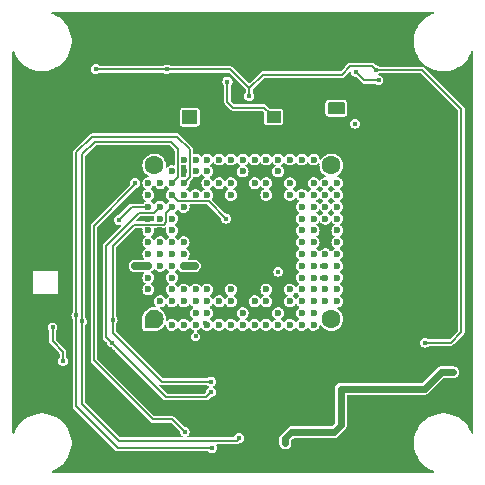
<source format=gbr>
G04 #@! TF.GenerationSoftware,KiCad,Pcbnew,8.0.4*
G04 #@! TF.CreationDate,2025-09-28T15:06:51-07:00*
G04 #@! TF.ProjectId,GMAX3412_breakout,474d4158-3334-4313-925f-627265616b6f,rev?*
G04 #@! TF.SameCoordinates,Original*
G04 #@! TF.FileFunction,Copper,L4,Bot*
G04 #@! TF.FilePolarity,Positive*
%FSLAX46Y46*%
G04 Gerber Fmt 4.6, Leading zero omitted, Abs format (unit mm)*
G04 Created by KiCad (PCBNEW 8.0.4) date 2025-09-28 15:06:51*
%MOMM*%
%LPD*%
G01*
G04 APERTURE LIST*
G04 #@! TA.AperFunction,SMDPad,CuDef*
%ADD10C,0.600000*%
G04 #@! TD*
G04 #@! TA.AperFunction,SMDPad,CuDef*
%ADD11C,1.600000*%
G04 #@! TD*
G04 #@! TA.AperFunction,ViaPad*
%ADD12C,0.400000*%
G04 #@! TD*
G04 #@! TA.AperFunction,ViaPad*
%ADD13C,0.450000*%
G04 #@! TD*
G04 #@! TA.AperFunction,Conductor*
%ADD14C,0.150000*%
G04 #@! TD*
G04 #@! TA.AperFunction,Conductor*
%ADD15C,0.640000*%
G04 #@! TD*
G04 #@! TA.AperFunction,Conductor*
%ADD16C,0.600000*%
G04 #@! TD*
G04 #@! TA.AperFunction,Conductor*
%ADD17C,0.250000*%
G04 #@! TD*
G04 #@! TA.AperFunction,Conductor*
%ADD18C,0.100000*%
G04 #@! TD*
G04 APERTURE END LIST*
D10*
G04 #@! TO.P,U1,A3,VDDA1*
G04 #@! TO.N,VDDA*
X13500000Y-26500000D03*
G04 #@! TO.P,U1,A4,VDDD1*
G04 #@! TO.N,VDDD*
X14500000Y-26500000D03*
G04 #@! TO.P,U1,A5,VBIASP*
G04 #@! TO.N,Net-(U1-VBIASP)*
X15500000Y-26500000D03*
G04 #@! TO.P,U1,A6,VREF*
G04 #@! TO.N,Net-(U1-VREF)*
X16500000Y-26500000D03*
G04 #@! TO.P,U1,A7,VDDD2*
G04 #@! TO.N,VDDD*
X17500000Y-26500000D03*
G04 #@! TO.P,U1,A8,VDDA2*
G04 #@! TO.N,VDDA*
X18500000Y-26500000D03*
G04 #@! TO.P,U1,A9,VDDD3*
G04 #@! TO.N,VDDD*
X19500000Y-26500000D03*
G04 #@! TO.P,U1,A10,VDDD4*
X20500000Y-26500000D03*
G04 #@! TO.P,U1,A11,VDDA3*
G04 #@! TO.N,VDDA*
X21500000Y-26500000D03*
G04 #@! TO.P,U1,A12,VDDD5*
G04 #@! TO.N,VDDD*
X22500000Y-26500000D03*
G04 #@! TO.P,U1,A13,VDDPIX1*
G04 #@! TO.N,VDDPIX*
X23500000Y-26500000D03*
G04 #@! TO.P,U1,A14,VDDA4*
G04 #@! TO.N,VDDA*
X24500000Y-26500000D03*
G04 #@! TO.P,U1,A15*
G04 #@! TO.N,N/C*
X25500000Y-26500000D03*
G04 #@! TO.P,U1,B3,GNDA1*
G04 #@! TO.N,GND*
X13500000Y-25500000D03*
G04 #@! TO.P,U1,B4,GNDD1*
X14500000Y-25500000D03*
G04 #@! TO.P,U1,B5*
G04 #@! TO.N,N/C*
X15500000Y-25500000D03*
G04 #@! TO.P,U1,B6*
X16500000Y-25500000D03*
G04 #@! TO.P,U1,B7,GNDD2*
G04 #@! TO.N,GND*
X17500000Y-25500000D03*
G04 #@! TO.P,U1,B8,GNDA2*
X18500000Y-25500000D03*
G04 #@! TO.P,U1,B9,VDDD6*
G04 #@! TO.N,VDDD*
X19500000Y-25500000D03*
G04 #@! TO.P,U1,B10,GNDD3*
G04 #@! TO.N,GND*
X20500000Y-25500000D03*
G04 #@! TO.P,U1,B11,GNDA3*
X21500000Y-25500000D03*
G04 #@! TO.P,U1,B12,VDDD7*
G04 #@! TO.N,VDDD*
X22500000Y-25500000D03*
G04 #@! TO.P,U1,B13,GNDPIX1*
G04 #@! TO.N,GND*
X23500000Y-25500000D03*
G04 #@! TO.P,U1,B14,OUT15_P*
G04 #@! TO.N,unconnected-(U1-OUT15_P-PadB14)*
X24500000Y-25500000D03*
G04 #@! TO.P,U1,B15,OUT15_N*
G04 #@! TO.N,unconnected-(U1-OUT15_N-PadB15)*
X25500000Y-25500000D03*
G04 #@! TO.P,U1,C1,GNDA4*
G04 #@! TO.N,GND*
X11500000Y-24500000D03*
G04 #@! TO.P,U1,C2,RES_EXT_NODE_P*
G04 #@! TO.N,Net-(U1-RES_EXT_NODE_P)*
X12500000Y-24500000D03*
G04 #@! TO.P,U1,C3,VBGR*
G04 #@! TO.N,Net-(U1-VBGR)*
X13500000Y-24500000D03*
G04 #@! TO.P,U1,C4*
G04 #@! TO.N,N/C*
X14500000Y-24500000D03*
G04 #@! TO.P,U1,C5*
X15500000Y-24500000D03*
G04 #@! TO.P,U1,C6*
X16500000Y-24500000D03*
G04 #@! TO.P,U1,C7,VDDD8*
G04 #@! TO.N,VDDD*
X17500000Y-24500000D03*
G04 #@! TO.P,U1,C8*
G04 #@! TO.N,N/C*
X18500000Y-24500000D03*
G04 #@! TO.P,U1,C9,GNDD4*
G04 #@! TO.N,GND*
X19500000Y-24500000D03*
G04 #@! TO.P,U1,C10,VDDD9*
G04 #@! TO.N,VDDD*
X20500000Y-24500000D03*
G04 #@! TO.P,U1,C11*
G04 #@! TO.N,N/C*
X21500000Y-24500000D03*
G04 #@! TO.P,U1,C12,GNDD5*
G04 #@! TO.N,GND*
X22500000Y-24500000D03*
G04 #@! TO.P,U1,C13*
G04 #@! TO.N,N/C*
X23500000Y-24500000D03*
G04 #@! TO.P,U1,C14,OUT9_P*
G04 #@! TO.N,CAM_D3_P*
X24500000Y-24500000D03*
G04 #@! TO.P,U1,C15,OUT9_N*
G04 #@! TO.N,CAM_D3_N*
X25500000Y-24500000D03*
G04 #@! TO.P,U1,C16,OUT13_P*
G04 #@! TO.N,unconnected-(U1-OUT13_P-PadC16)*
X26500000Y-24500000D03*
G04 #@! TO.P,U1,C17,OUT13_N*
G04 #@! TO.N,unconnected-(U1-OUT13_N-PadC17)*
X27500000Y-24500000D03*
G04 #@! TO.P,U1,D1,VDDA5*
G04 #@! TO.N,VDDA*
X11500000Y-23500000D03*
G04 #@! TO.P,U1,D2,GNDA5*
G04 #@! TO.N,GND*
X12500000Y-23500000D03*
G04 #@! TO.P,U1,D3,TANA*
G04 #@! TO.N,unconnected-(U1-TANA-PadD3)*
X13500000Y-23500000D03*
G04 #@! TO.P,U1,D4*
G04 #@! TO.N,N/C*
X14500000Y-23500000D03*
G04 #@! TO.P,U1,D5*
X15500000Y-23500000D03*
G04 #@! TO.P,U1,D6*
X16500000Y-23500000D03*
G04 #@! TO.P,U1,D7,GNDD6*
G04 #@! TO.N,GND*
X17500000Y-23500000D03*
G04 #@! TO.P,U1,D8*
G04 #@! TO.N,N/C*
X18500000Y-23500000D03*
G04 #@! TO.P,U1,D9,GNDD7*
G04 #@! TO.N,GND*
X19500000Y-23500000D03*
G04 #@! TO.P,U1,D10,GNDD8*
X20500000Y-23500000D03*
G04 #@! TO.P,U1,D11*
G04 #@! TO.N,N/C*
X21500000Y-23500000D03*
G04 #@! TO.P,U1,D12,GNDD9*
G04 #@! TO.N,GND*
X22500000Y-23500000D03*
G04 #@! TO.P,U1,D13*
G04 #@! TO.N,N/C*
X23500000Y-23500000D03*
G04 #@! TO.P,U1,D14,OUT7_P*
G04 #@! TO.N,CAM_D2_P*
X24500000Y-23500000D03*
G04 #@! TO.P,U1,D15,OUT7_N*
G04 #@! TO.N,CAM_D2_N*
X25500000Y-23500000D03*
G04 #@! TO.P,U1,D16,OUT11_P*
G04 #@! TO.N,unconnected-(U1-OUT11_P-PadD16)*
X26500000Y-23500000D03*
G04 #@! TO.P,U1,D17,OUT11_N*
G04 #@! TO.N,unconnected-(U1-OUT11_N-PadD17)*
X27500000Y-23500000D03*
G04 #@! TO.P,U1,E1,VCPNO*
G04 #@! TO.N,Net-(U1-VCPNO)*
X11500000Y-22500000D03*
G04 #@! TO.P,U1,E2,GNDA6*
G04 #@! TO.N,GND*
X12500000Y-22500000D03*
G04 #@! TO.P,U1,E3,VDDA6*
G04 #@! TO.N,VDDA*
X13500000Y-22500000D03*
G04 #@! TO.P,U1,E4,GNDA7*
G04 #@! TO.N,GND*
X14500000Y-22500000D03*
G04 #@! TO.P,U1,E14,OUT1_CLKP*
G04 #@! TO.N,CAM_CLK_P*
X24500000Y-22500000D03*
G04 #@! TO.P,U1,E15,OUT1_CLKN*
G04 #@! TO.N,CAM_CLK_N*
X25500000Y-22500000D03*
G04 #@! TO.P,U1,E16,GNDD10*
G04 #@! TO.N,GND*
X26500000Y-22500000D03*
G04 #@! TO.P,U1,E17,VDDD10*
G04 #@! TO.N,VDDD*
X27500000Y-22500000D03*
G04 #@! TO.P,U1,F1,VCPNI*
G04 #@! TO.N,Net-(U1-VCPNI)*
X11500000Y-21500000D03*
G04 #@! TO.P,U1,F2,VTX2H*
G04 #@! TO.N,Net-(U1-VTX2H)*
X12500000Y-21500000D03*
G04 #@! TO.P,U1,F3,VTX1H*
G04 #@! TO.N,Net-(U1-VTX1H)*
X13500000Y-21500000D03*
G04 #@! TO.P,U1,F4,VGRSTH*
G04 #@! TO.N,Net-(U1-VGRSTH)*
X14500000Y-21500000D03*
G04 #@! TO.P,U1,F14,OUT5_P*
G04 #@! TO.N,CAM_D1_P*
X24500000Y-21500000D03*
G04 #@! TO.P,U1,F15,OUT5_N*
G04 #@! TO.N,CAM_D1_N*
X25500000Y-21500000D03*
G04 #@! TO.P,U1,F16,GNDD11*
G04 #@! TO.N,GND*
X26500000Y-21500000D03*
G04 #@! TO.P,U1,F17,VDDD11*
G04 #@! TO.N,VDDD*
X27500000Y-21500000D03*
G04 #@! TO.P,U1,G1,VDDA7*
G04 #@! TO.N,VDDA*
X11500000Y-20500000D03*
G04 #@! TO.P,U1,G2,VTX1L*
G04 #@! TO.N,Net-(U1-VTX1L)*
X12500000Y-20500000D03*
G04 #@! TO.P,U1,G3,VTX2L*
G04 #@! TO.N,Net-(U1-VTX2L)*
X13500000Y-20500000D03*
G04 #@! TO.P,U1,G4,VGRSTL*
G04 #@! TO.N,Net-(U1-VGRSTL)*
X14500000Y-20500000D03*
G04 #@! TO.P,U1,G14,OUT3_P*
G04 #@! TO.N,CAM_D0_P*
X24500000Y-20500000D03*
G04 #@! TO.P,U1,G15,OUT3_N*
G04 #@! TO.N,CAM_D0_N*
X25500000Y-20500000D03*
G04 #@! TO.P,U1,G16,OUT1_P*
G04 #@! TO.N,unconnected-(U1-OUT1_P-PadG16)*
X26500000Y-20500000D03*
G04 #@! TO.P,U1,G17,OUT1_N*
G04 #@! TO.N,unconnected-(U1-OUT1_N-PadG17)*
X27500000Y-20500000D03*
G04 #@! TO.P,U1,H1,VCPPI*
G04 #@! TO.N,Net-(U1-VCPPI)*
X11500000Y-19500000D03*
G04 #@! TO.P,U1,H2*
G04 #@! TO.N,N/C*
X12500000Y-19500000D03*
G04 #@! TO.P,U1,H3*
X13500000Y-19500000D03*
G04 #@! TO.P,U1,H4,VGRSTL2*
G04 #@! TO.N,Net-(U1-VGRSTL2)*
X14500000Y-19500000D03*
G04 #@! TO.P,U1,H14,OUT0_P*
G04 #@! TO.N,unconnected-(U1-OUT0_P-PadH14)*
X24500000Y-19500000D03*
G04 #@! TO.P,U1,H15,OUT0_N*
G04 #@! TO.N,unconnected-(U1-OUT0_N-PadH15)*
X25500000Y-19500000D03*
G04 #@! TO.P,U1,H16,GNDD12*
G04 #@! TO.N,GND*
X26500000Y-19500000D03*
G04 #@! TO.P,U1,H17,VDDD12*
G04 #@! TO.N,VDDD*
X27500000Y-19500000D03*
G04 #@! TO.P,U1,J1,VCPPO*
G04 #@! TO.N,Net-(U1-VCPPO)*
X11500000Y-18500000D03*
G04 #@! TO.P,U1,J2,GNDA8*
G04 #@! TO.N,GND*
X12500000Y-18500000D03*
G04 #@! TO.P,U1,J3,VDDA8*
G04 #@! TO.N,VDDA*
X13500000Y-18500000D03*
G04 #@! TO.P,U1,J4,GNDA9*
G04 #@! TO.N,GND*
X14500000Y-18500000D03*
G04 #@! TO.P,U1,J14,OUT2_P*
G04 #@! TO.N,unconnected-(U1-OUT2_P-PadJ14)*
X24500000Y-18500000D03*
G04 #@! TO.P,U1,J15,OUT2_N*
G04 #@! TO.N,unconnected-(U1-OUT2_N-PadJ15)*
X25500000Y-18500000D03*
G04 #@! TO.P,U1,J16,GNDD13*
G04 #@! TO.N,GND*
X26500000Y-18500000D03*
G04 #@! TO.P,U1,J17,VDDD13*
G04 #@! TO.N,VDDD*
X27500000Y-18500000D03*
G04 #@! TO.P,U1,K1,GNDA10*
G04 #@! TO.N,GND*
X11500000Y-17500000D03*
G04 #@! TO.P,U1,K2*
G04 #@! TO.N,N/C*
X12500000Y-17500000D03*
G04 #@! TO.P,U1,K3,VDDA9*
G04 #@! TO.N,VDDA*
X13500000Y-17500000D03*
G04 #@! TO.P,U1,K4,GNDA11*
G04 #@! TO.N,GND*
X14500000Y-17500000D03*
G04 #@! TO.P,U1,K14,OUT4_P*
G04 #@! TO.N,unconnected-(U1-OUT4_P-PadK14)*
X24500000Y-17500000D03*
G04 #@! TO.P,U1,K15,OUT4_N*
G04 #@! TO.N,unconnected-(U1-OUT4_N-PadK15)*
X25500000Y-17500000D03*
G04 #@! TO.P,U1,K16,OUT6_P*
G04 #@! TO.N,unconnected-(U1-OUT6_P-PadK16)*
X26500000Y-17500000D03*
G04 #@! TO.P,U1,K17,OUT6_N*
G04 #@! TO.N,unconnected-(U1-OUT6_N-PadK17)*
X27500000Y-17500000D03*
G04 #@! TO.P,U1,L1,SYS_RST_N*
G04 #@! TO.N,Net-(U1-SYS_RST_N)*
X11500000Y-16500000D03*
G04 #@! TO.P,U1,L2,TEXP2*
G04 #@! TO.N,TEXP2*
X12500000Y-16500000D03*
G04 #@! TO.P,U1,L3,TEXP1*
G04 #@! TO.N,TEXP1*
X13500000Y-16500000D03*
G04 #@! TO.P,U1,L4*
G04 #@! TO.N,N/C*
X14500000Y-16500000D03*
G04 #@! TO.P,U1,L14,OUT8_P*
G04 #@! TO.N,unconnected-(U1-OUT8_P-PadL14)*
X24500000Y-16500000D03*
G04 #@! TO.P,U1,L15,OUT8_N*
G04 #@! TO.N,unconnected-(U1-OUT8_N-PadL15)*
X25500000Y-16500000D03*
G04 #@! TO.P,U1,L16,OUT0_CLKP*
G04 #@! TO.N,unconnected-(U1-OUT0_CLKP-PadL16)*
X26500000Y-16500000D03*
G04 #@! TO.P,U1,L17,OUT0_CLKN*
G04 #@! TO.N,unconnected-(U1-OUT0_CLKN-PadL17)*
X27500000Y-16500000D03*
G04 #@! TO.P,U1,M1,VDDIO*
G04 #@! TO.N,VDDIO*
X11500000Y-15500000D03*
G04 #@! TO.P,U1,M2,XCE_SLAMODE*
G04 #@! TO.N,GND*
X12500000Y-15500000D03*
G04 #@! TO.P,U1,M3,SDO_TDIG*
G04 #@! TO.N,Net-(U1-SDO_TDIG)*
X13500000Y-15500000D03*
G04 #@! TO.P,U1,M4,SCK*
G04 #@! TO.N,unconnected-(U1-SCK-PadM4)*
X14500000Y-15500000D03*
G04 #@! TO.P,U1,M5*
G04 #@! TO.N,N/C*
X15500000Y-15500000D03*
G04 #@! TO.P,U1,M6*
X16500000Y-15500000D03*
G04 #@! TO.P,U1,M7,GNDD14*
G04 #@! TO.N,GND*
X17500000Y-15500000D03*
G04 #@! TO.P,U1,M8*
G04 #@! TO.N,N/C*
X18500000Y-15500000D03*
G04 #@! TO.P,U1,M9,GNDD15*
G04 #@! TO.N,GND*
X19500000Y-15500000D03*
G04 #@! TO.P,U1,M10,GNDD16*
X20500000Y-15500000D03*
G04 #@! TO.P,U1,M11*
G04 #@! TO.N,N/C*
X21500000Y-15500000D03*
G04 #@! TO.P,U1,M12,GNDD17*
G04 #@! TO.N,GND*
X22500000Y-15500000D03*
G04 #@! TO.P,U1,M13*
G04 #@! TO.N,N/C*
X23500000Y-15500000D03*
G04 #@! TO.P,U1,M14,OUT10_P*
G04 #@! TO.N,unconnected-(U1-OUT10_P-PadM14)*
X24500000Y-15500000D03*
G04 #@! TO.P,U1,M15,OUT10_N*
G04 #@! TO.N,unconnected-(U1-OUT10_N-PadM15)*
X25500000Y-15500000D03*
G04 #@! TO.P,U1,M16,OUT12_P*
G04 #@! TO.N,unconnected-(U1-OUT12_P-PadM16)*
X26500000Y-15500000D03*
G04 #@! TO.P,U1,M17,OUT12_N*
G04 #@! TO.N,unconnected-(U1-OUT12_N-PadM17)*
X27500000Y-15500000D03*
G04 #@! TO.P,U1,N1,CLK_REF*
G04 #@! TO.N,CLOCK*
X11500000Y-14500000D03*
G04 #@! TO.P,U1,N2,SDI*
G04 #@! TO.N,unconnected-(U1-SDI-PadN2)*
X12500000Y-14500000D03*
G04 #@! TO.P,U1,N3,SCL*
G04 #@! TO.N,SCL_3V3*
X13500000Y-14500000D03*
G04 #@! TO.P,U1,N4,SDA*
G04 #@! TO.N,SDA_3V3*
X14500000Y-14500000D03*
G04 #@! TO.P,U1,N5,GNDD18*
G04 #@! TO.N,GND*
X15500000Y-14500000D03*
G04 #@! TO.P,U1,N6*
G04 #@! TO.N,N/C*
X16500000Y-14500000D03*
G04 #@! TO.P,U1,N7,VDDD14*
G04 #@! TO.N,VDDD*
X17500000Y-14500000D03*
G04 #@! TO.P,U1,N8*
G04 #@! TO.N,N/C*
X18500000Y-14500000D03*
G04 #@! TO.P,U1,N9,GNDD19*
G04 #@! TO.N,GND*
X19500000Y-14500000D03*
G04 #@! TO.P,U1,N10,VDDD15*
G04 #@! TO.N,VDDD*
X20500000Y-14500000D03*
G04 #@! TO.P,U1,N11*
G04 #@! TO.N,N/C*
X21500000Y-14500000D03*
G04 #@! TO.P,U1,N12,GNDD20*
G04 #@! TO.N,GND*
X22500000Y-14500000D03*
G04 #@! TO.P,U1,N13*
G04 #@! TO.N,N/C*
X23500000Y-14500000D03*
G04 #@! TO.P,U1,N14,GNDA12*
G04 #@! TO.N,GND*
X24500000Y-14500000D03*
G04 #@! TO.P,U1,N15,OUT14_P*
G04 #@! TO.N,unconnected-(U1-OUT14_P-PadN15)*
X25500000Y-14500000D03*
G04 #@! TO.P,U1,N16,OUT14_N*
G04 #@! TO.N,unconnected-(U1-OUT14_N-PadN16)*
X26500000Y-14500000D03*
G04 #@! TO.P,U1,N17*
G04 #@! TO.N,N/C*
X27500000Y-14500000D03*
G04 #@! TO.P,U1,P3,CCI_EN*
G04 #@! TO.N,VDDIO*
X13500000Y-13500000D03*
G04 #@! TO.P,U1,P4,GNDA13*
G04 #@! TO.N,GND*
X14500000Y-13500000D03*
G04 #@! TO.P,U1,P5,VDDD16*
G04 #@! TO.N,VDDD*
X15500000Y-13500000D03*
G04 #@! TO.P,U1,P6,VRS*
G04 #@! TO.N,Net-(U1-VRS)*
X16500000Y-13500000D03*
G04 #@! TO.P,U1,P7,GNDD21*
G04 #@! TO.N,GND*
X17500000Y-13500000D03*
G04 #@! TO.P,U1,P8,GNDA14*
X18500000Y-13500000D03*
G04 #@! TO.P,U1,P9,VDDD17*
G04 #@! TO.N,VDDD*
X19500000Y-13500000D03*
G04 #@! TO.P,U1,P10,GNDD22*
G04 #@! TO.N,GND*
X20500000Y-13500000D03*
G04 #@! TO.P,U1,P11,GNDA15*
X21500000Y-13500000D03*
G04 #@! TO.P,U1,P12,VDDD18*
G04 #@! TO.N,VDDD*
X22500000Y-13500000D03*
G04 #@! TO.P,U1,P13,GNDPIX2*
G04 #@! TO.N,GND*
X23500000Y-13500000D03*
G04 #@! TO.P,U1,P14,GNDA16*
X24500000Y-13500000D03*
G04 #@! TO.P,U1,P15,GNDD23*
X25500000Y-13500000D03*
G04 #@! TA.AperFunction,SMDPad,CuDef*
G04 #@! TO.P,U1,PAD1*
G04 #@! TO.N,N/C*
G36*
X11200000Y-26000000D02*
G01*
X11220058Y-25821983D01*
X11279225Y-25652893D01*
X11374535Y-25501208D01*
X11501208Y-25374535D01*
X11652893Y-25279225D01*
X11821983Y-25220058D01*
X12000000Y-25200000D01*
X12178017Y-25220058D01*
X12347107Y-25279225D01*
X12498792Y-25374535D01*
X12625465Y-25501208D01*
X12720775Y-25652893D01*
X12779942Y-25821983D01*
X12800000Y-26000000D01*
X12779942Y-26178017D01*
X12720775Y-26347107D01*
X12625465Y-26498792D01*
X12498792Y-26625465D01*
X12347107Y-26720775D01*
X12178017Y-26779942D01*
X12000000Y-26800000D01*
X11200000Y-26800000D01*
X11200000Y-26000000D01*
G37*
G04 #@! TD.AperFunction*
D11*
G04 #@! TO.P,U1,PAD2*
X27000000Y-26000000D03*
G04 #@! TO.P,U1,PAD3*
X27000000Y-13000000D03*
G04 #@! TO.P,U1,PAD4*
X12000000Y-13000000D03*
D10*
G04 #@! TO.P,U1,R3,GNDD24*
G04 #@! TO.N,GND*
X13500000Y-12500000D03*
G04 #@! TO.P,U1,R4,VDDA10*
G04 #@! TO.N,VDDA*
X14500000Y-12500000D03*
G04 #@! TO.P,U1,R5,VDDA11*
X15500000Y-12500000D03*
G04 #@! TO.P,U1,R6,VRF*
G04 #@! TO.N,Net-(U1-VRF)*
X16500000Y-12500000D03*
G04 #@! TO.P,U1,R7,VDDD19*
G04 #@! TO.N,VDDD*
X17500000Y-12500000D03*
G04 #@! TO.P,U1,R8,VDDA12*
G04 #@! TO.N,VDDA*
X18500000Y-12500000D03*
G04 #@! TO.P,U1,R9,VDDD20*
G04 #@! TO.N,VDDD*
X19500000Y-12500000D03*
G04 #@! TO.P,U1,R10,VDDD21*
X20500000Y-12500000D03*
G04 #@! TO.P,U1,R11,VDDA13*
G04 #@! TO.N,VDDA*
X21500000Y-12500000D03*
G04 #@! TO.P,U1,R12,VDDD22*
G04 #@! TO.N,VDDD*
X22500000Y-12500000D03*
G04 #@! TO.P,U1,R13,VDDPIX2*
G04 #@! TO.N,VDDPIX*
X23500000Y-12500000D03*
G04 #@! TO.P,U1,R14,VDDA14*
G04 #@! TO.N,VDDA*
X24500000Y-12500000D03*
G04 #@! TO.P,U1,R15,VDDD23*
G04 #@! TO.N,VDDD*
X25500000Y-12500000D03*
G04 #@! TD*
D12*
G04 #@! TO.N,VDDIO*
X11520000Y-15500000D03*
X13500000Y-13500000D03*
X3400000Y-26700000D03*
X4280000Y-29580000D03*
G04 #@! TO.N,GND*
X18710000Y-3900000D03*
X30750000Y-7350000D03*
X19500000Y-23500000D03*
X21300000Y-35400000D03*
D13*
X35550000Y-20000000D03*
D12*
X22500000Y-15500000D03*
X23125000Y-33300000D03*
X30000000Y-7350000D03*
X10520000Y-19500000D03*
X26000000Y-16000000D03*
X20500000Y-23500000D03*
D13*
X35550000Y-27500000D03*
D12*
X7050000Y-2750000D03*
X17400000Y-31700000D03*
X2100000Y-24100000D03*
X4700000Y-28000000D03*
X6800000Y-8550000D03*
X10520000Y-18500000D03*
X29250000Y-7350000D03*
X3200000Y-29800000D03*
X37100000Y-8300000D03*
X3600000Y-21100000D03*
X20050000Y-3450000D03*
X19500000Y-15500000D03*
X1000000Y-27800000D03*
X24000000Y-22000000D03*
X20800000Y-8600000D03*
X16200000Y-30800000D03*
X13500000Y-12500000D03*
X31100000Y-38200000D03*
X30000000Y-3650000D03*
X26500000Y-19500000D03*
X21500000Y-13500000D03*
X2100000Y-21700000D03*
D13*
X33300000Y-29000000D03*
D12*
X8000000Y-5300000D03*
X28750000Y-13550000D03*
X20800000Y-9300000D03*
X20050000Y-9300000D03*
X22500000Y-24500000D03*
D13*
X26800000Y-33200000D03*
D12*
X21000000Y-6700000D03*
X8000000Y-4400000D03*
X27900000Y-6500000D03*
X31100000Y-37000000D03*
X12500000Y-18500000D03*
X11500000Y-24500000D03*
X17500000Y-25500000D03*
X17500000Y-37200000D03*
X6400000Y-26700000D03*
X13750000Y-9250000D03*
X14520000Y-25500000D03*
X9100000Y-26100000D03*
X14500000Y-18500000D03*
X12500000Y-15500000D03*
X20500000Y-25500000D03*
X30000000Y-10460000D03*
X26850000Y-3950000D03*
D13*
X31190000Y-28450000D03*
D12*
X30750000Y-6650000D03*
X11500000Y-17500000D03*
X12000000Y-14950000D03*
X27900000Y-5950000D03*
X13000000Y-8550000D03*
X37100000Y-16000000D03*
X16500000Y-11520000D03*
X9775000Y-12475000D03*
X13900000Y-35700000D03*
X10520000Y-22500000D03*
X36000000Y-8300000D03*
X20800000Y-2750000D03*
X9420000Y-21500000D03*
X16800000Y-35600000D03*
X12500000Y-22500000D03*
X8550000Y-11830000D03*
X6500000Y-37000000D03*
X24000000Y-20000000D03*
X9800000Y-33700000D03*
X11300000Y-9900000D03*
X3600000Y-24700000D03*
D13*
X35550000Y-24500000D03*
D12*
X6300000Y-3450000D03*
X23280000Y-30600000D03*
X15450000Y-22430000D03*
X13000000Y-2750000D03*
X20050000Y-8600000D03*
X26000000Y-15000000D03*
X21000000Y-7550000D03*
X8700000Y-13925000D03*
X7050000Y-3450000D03*
X27000000Y-16000000D03*
X11900000Y-11650000D03*
D13*
X35000000Y-29000000D03*
D12*
X4700000Y-27400000D03*
X20500000Y-13500000D03*
X3600000Y-21700000D03*
X13900000Y-32120000D03*
X27600000Y-3950000D03*
X15480000Y-20500000D03*
X2100000Y-24700000D03*
X20050000Y-2750000D03*
D13*
X34100000Y-29000000D03*
D12*
X14600000Y-34600000D03*
D13*
X35550000Y-23000000D03*
D12*
X12900000Y-35700000D03*
X13750000Y-8550000D03*
X12500000Y-23500000D03*
X9700000Y-14500000D03*
X22500000Y-23500000D03*
X23500000Y-25520000D03*
X19000000Y-35400000D03*
X21300000Y-31600000D03*
X14500000Y-17500000D03*
X17500000Y-15500000D03*
X27000000Y-17000000D03*
X14000000Y-4400000D03*
X11100000Y-38200000D03*
D13*
X26800000Y-34200000D03*
D12*
X10520000Y-20500000D03*
X6800000Y-9250000D03*
X36000000Y-9600000D03*
X20800000Y-3450000D03*
X33750000Y-11500000D03*
X21500000Y-25520000D03*
X14500000Y-13500000D03*
X30000000Y-6650000D03*
X20500000Y-15500000D03*
X13000000Y-9250000D03*
X14000000Y-5300000D03*
X25500000Y-38200000D03*
X21300000Y-36800000D03*
X3600000Y-24100000D03*
X23500000Y-13500000D03*
X18500000Y-13480000D03*
X37100000Y-9600000D03*
X36000000Y-14600000D03*
X8500000Y-28800000D03*
X2100000Y-21100000D03*
X26850000Y-4650000D03*
X24500000Y-13480000D03*
X18300000Y-33300000D03*
X3320000Y-30350000D03*
X25500000Y-13500000D03*
X6400000Y-25700000D03*
X17400000Y-30800000D03*
X37100000Y-14600000D03*
X13500000Y-25500000D03*
X12250000Y-3450000D03*
X26250000Y-21500000D03*
X19500000Y-24500000D03*
X19500000Y-14500000D03*
X17500000Y-23500000D03*
X9050000Y-9900000D03*
X29250000Y-6650000D03*
X24000000Y-24000000D03*
X13000000Y-3450000D03*
X36000000Y-16000000D03*
X1420000Y-30350000D03*
X7500000Y-16600000D03*
X32600000Y-11500000D03*
X23100000Y-37480000D03*
X24000000Y-21000000D03*
X10150000Y-9900000D03*
X12250000Y-2750000D03*
X15500000Y-11520000D03*
X14500000Y-22500000D03*
X26500000Y-18500000D03*
X16800000Y-34600000D03*
X28800000Y-2300000D03*
X1000000Y-28500000D03*
X24500000Y-14500000D03*
X17500000Y-13500000D03*
X26000000Y-17000000D03*
X26900000Y-5950000D03*
X25500000Y-37000000D03*
X8200000Y-29700000D03*
D13*
X35550000Y-26000000D03*
D12*
X7550000Y-8550000D03*
X12900000Y-35100000D03*
X18500000Y-25500000D03*
X15480000Y-19500000D03*
X26900000Y-6500000D03*
X18900000Y-31800000D03*
X3320000Y-31350000D03*
X27600000Y-4650000D03*
D13*
X36800000Y-21500000D03*
D12*
X6500000Y-38200000D03*
X21300000Y-33500000D03*
X6300000Y-2750000D03*
X4900000Y-26700000D03*
D13*
X35550000Y-21500000D03*
D12*
X15500000Y-14500000D03*
D13*
X36800000Y-24500000D03*
D12*
X24000000Y-23000000D03*
X26250000Y-22500000D03*
X27000000Y-15000000D03*
X19000000Y-36800000D03*
X4900000Y-25100000D03*
G04 #@! TO.N,Net-(U1-VBGR)*
X13500000Y-24500000D03*
G04 #@! TO.N,Net-(U1-VRS)*
X16500000Y-13500000D03*
D13*
G04 #@! TO.N,Net-(U1-VRF)*
X16500000Y-12480000D03*
G04 #@! TO.N,Net-(U1-VREF)*
X16300000Y-26300000D03*
D12*
G04 #@! TO.N,Net-(U1-VBIASP)*
X15500000Y-26500000D03*
G04 #@! TO.N,VDDA*
X18500000Y-26500000D03*
X15350000Y-8550000D03*
X15350000Y-9200000D03*
X14500000Y-12500000D03*
X11480000Y-20500000D03*
X24500000Y-12520000D03*
X14650000Y-8550000D03*
X13520000Y-18500000D03*
X24500000Y-26500000D03*
X14650000Y-9200000D03*
X21500000Y-26500000D03*
X15500000Y-12480000D03*
X18500000Y-12520000D03*
X11520000Y-23500000D03*
X15500000Y-27480000D03*
X13480000Y-22500000D03*
X13500000Y-26500000D03*
X21500000Y-12520000D03*
X13520000Y-17500000D03*
G04 #@! TO.N,Net-(U1-VCPNO)*
X11480000Y-22500000D03*
G04 #@! TO.N,Net-(U1-VCPNI)*
X10380000Y-21500000D03*
G04 #@! TO.N,Net-(U1-VTX2L)*
X13500000Y-20480000D03*
G04 #@! TO.N,Net-(U1-VTX2H)*
X12500000Y-21500000D03*
G04 #@! TO.N,Net-(U1-VGRSTL)*
X14500000Y-20500000D03*
G04 #@! TO.N,Net-(U1-VGRSTH)*
X15450000Y-21500000D03*
G04 #@! TO.N,Net-(U1-VTX1H)*
X13520000Y-21500000D03*
G04 #@! TO.N,Net-(U1-VTX1L)*
X12500000Y-20500000D03*
D13*
G04 #@! TO.N,Net-(U1-VCPPO)*
X11500000Y-18500000D03*
G04 #@! TO.N,Net-(U1-VCPPI)*
X11500000Y-19500000D03*
D12*
G04 #@! TO.N,Net-(U1-VGRSTL2)*
X14500000Y-19500000D03*
D13*
G04 #@! TO.N,Net-(U1-SYS_RST_N)*
X9000000Y-17600000D03*
G04 #@! TO.N,Net-(U5-SS_CTRL)*
X29100000Y-5100000D03*
D12*
X31000000Y-5787500D03*
D13*
G04 #@! TO.N,SCL_3V3*
X19200000Y-36100000D03*
D12*
X5900000Y-26200000D03*
D13*
G04 #@! TO.N,+3V3*
X36300000Y-30500000D03*
X23100000Y-36520000D03*
X27800000Y-33200000D03*
X37300000Y-30500000D03*
X30810000Y-31900000D03*
X27790000Y-31900000D03*
X27800000Y-34200000D03*
G04 #@! TO.N,SDA_3V3*
X16900000Y-36900000D03*
D12*
X5400000Y-25700000D03*
D13*
G04 #@! TO.N,CAM_EN*
X13050000Y-4862500D03*
D12*
X30750000Y-4900000D03*
D13*
X20050000Y-7137500D03*
X34950000Y-28000000D03*
X7050000Y-4850000D03*
D12*
G04 #@! TO.N,CLOCK*
X11500000Y-14510000D03*
G04 #@! TO.N,Net-(U1-RES_EXT_NODE_P)*
X12500000Y-24500000D03*
D13*
G04 #@! TO.N,Net-(U1-SDO_TDIG)*
X18100000Y-17500000D03*
D12*
G04 #@! TO.N,CAM_D1_N*
X25500000Y-21500000D03*
G04 #@! TO.N,VDDD*
X27500000Y-22500000D03*
X22500000Y-13500000D03*
X27500000Y-21500000D03*
X19500000Y-26500000D03*
X22500000Y-12500000D03*
X22500000Y-9200000D03*
X21800000Y-8600000D03*
X22500000Y-26500000D03*
D13*
X18200000Y-5900000D03*
D12*
X27500000Y-19500000D03*
X22500000Y-25500000D03*
X20500000Y-12500000D03*
X15500000Y-13500000D03*
X14500000Y-26500000D03*
X25500000Y-12520000D03*
X17500000Y-12520000D03*
X21800000Y-9200000D03*
X22500000Y-22000000D03*
X27500000Y-18500000D03*
X17500000Y-24423000D03*
X17500000Y-26500000D03*
X17500000Y-14500000D03*
X19500000Y-25500000D03*
X20500000Y-24500000D03*
X20500000Y-14500000D03*
X19500000Y-12500000D03*
X19500000Y-13500000D03*
X22500000Y-8600000D03*
X20500000Y-26500000D03*
G04 #@! TO.N,CAM_D0_P*
X24500000Y-20500000D03*
G04 #@! TO.N,CAM_D2_N*
X25500000Y-23500000D03*
G04 #@! TO.N,CAM_D1_P*
X24500000Y-21500000D03*
G04 #@! TO.N,VDDPIX*
X27000000Y-7850000D03*
X29000000Y-9470000D03*
X27850000Y-7850000D03*
X23500000Y-26500000D03*
X27000000Y-8400000D03*
X27850000Y-8450000D03*
X23500000Y-12520000D03*
G04 #@! TO.N,CAM_D0_N*
X25500000Y-20500000D03*
G04 #@! TO.N,CAM_D2_P*
X24500000Y-23500000D03*
G04 #@! TO.N,TEXP1*
X8500000Y-26100000D03*
D13*
X16800000Y-31300000D03*
D12*
G04 #@! TO.N,CAM_D3_N*
X25500000Y-24500000D03*
G04 #@! TO.N,CAM_CLK_P*
X24500000Y-22500000D03*
D13*
G04 #@! TO.N,TEXP2*
X16800000Y-32200000D03*
D12*
X8400000Y-28000000D03*
G04 #@! TO.N,CAM_D3_P*
X24500000Y-24500000D03*
G04 #@! TO.N,CAM_CLK_N*
X25500000Y-22500000D03*
G04 #@! TO.N,CLOCK2*
X14600000Y-35549999D03*
D13*
X10400000Y-14500000D03*
G04 #@! TD*
D14*
G04 #@! TO.N,VDDIO*
X3400000Y-27900000D02*
X4280000Y-28780000D01*
X3400000Y-26700000D02*
X3400000Y-27900000D01*
X4280000Y-28780000D02*
X4280000Y-29580000D01*
D15*
G04 #@! TO.N,Net-(U1-VCPNI)*
X11500000Y-21500000D02*
X10380000Y-21500000D01*
G04 #@! TO.N,Net-(U1-VGRSTH)*
X14500000Y-21500000D02*
X15420000Y-21500000D01*
D14*
G04 #@! TO.N,Net-(U1-SYS_RST_N)*
X11500000Y-16500000D02*
X10100000Y-16500000D01*
X10100000Y-16500000D02*
X9000000Y-17600000D01*
G04 #@! TO.N,Net-(U5-SS_CTRL)*
X31000000Y-5787500D02*
X29787500Y-5787500D01*
X29787500Y-5787500D02*
X29100000Y-5100000D01*
G04 #@! TO.N,SCL_3V3*
X6950000Y-11000000D02*
X5900000Y-12050000D01*
X5900000Y-12050000D02*
X5900000Y-33200000D01*
X14000000Y-14000000D02*
X14000000Y-11600000D01*
X5900000Y-33200000D02*
X9000000Y-36300000D01*
X19000000Y-36300000D02*
X19200000Y-36100000D01*
X14000000Y-11600000D02*
X13400000Y-11000000D01*
X13400000Y-11000000D02*
X6950000Y-11000000D01*
X9000000Y-36300000D02*
X19000000Y-36300000D01*
X13500000Y-14500000D02*
X14000000Y-14000000D01*
D16*
G04 #@! TO.N,+3V3*
X27790000Y-31900000D02*
X27790000Y-35010000D01*
X27200000Y-35600000D02*
X23600000Y-35600000D01*
X37300000Y-30500000D02*
X36300000Y-30500000D01*
X27790000Y-35010000D02*
X27200000Y-35600000D01*
X30810000Y-31900000D02*
X34900000Y-31900000D01*
X23600000Y-35600000D02*
X23100000Y-36100000D01*
X34900000Y-31900000D02*
X36300000Y-30500000D01*
X30810000Y-31900000D02*
X27790000Y-31900000D01*
X23100000Y-36100000D02*
X23100000Y-36520000D01*
D14*
G04 #@! TO.N,SDA_3V3*
X14500000Y-14500000D02*
X15000000Y-14000000D01*
X15000000Y-11600000D02*
X13950000Y-10550000D01*
X5400000Y-33400000D02*
X8900000Y-36900000D01*
X6750000Y-10550000D02*
X5400000Y-11900000D01*
X13950000Y-10550000D02*
X6750000Y-10550000D01*
X8900000Y-36900000D02*
X16900000Y-36900000D01*
X15000000Y-14000000D02*
X15000000Y-11600000D01*
X5400000Y-11900000D02*
X5400000Y-33400000D01*
G04 #@! TO.N,CAM_EN*
X7050000Y-4850000D02*
X7062500Y-4862500D01*
X38000000Y-27100000D02*
X37100000Y-28000000D01*
X30450000Y-4600000D02*
X28600000Y-4600000D01*
X38000000Y-8200000D02*
X38000000Y-27100000D01*
X21225001Y-5300000D02*
X20050000Y-6475001D01*
X28600000Y-4600000D02*
X27900000Y-5300000D01*
X7062500Y-4862500D02*
X13050000Y-4862500D01*
X20050000Y-6475001D02*
X20050000Y-7137500D01*
X34700000Y-4900000D02*
X38000000Y-8200000D01*
X27900000Y-5300000D02*
X21225001Y-5300000D01*
D17*
X13037500Y-4850000D02*
X13050000Y-4862500D01*
D14*
X30750000Y-4900000D02*
X30450000Y-4600000D01*
X30750000Y-4900000D02*
X34700000Y-4900000D01*
X18437499Y-4862500D02*
X20050000Y-6475001D01*
X13050000Y-4862500D02*
X18437499Y-4862500D01*
X37100000Y-28000000D02*
X34950000Y-28000000D01*
G04 #@! TO.N,Net-(U1-SDO_TDIG)*
X13500000Y-15500000D02*
X14000000Y-16000000D01*
X14000000Y-16000000D02*
X16600000Y-16000000D01*
X16600000Y-16000000D02*
X18100000Y-17500000D01*
G04 #@! TO.N,VDDD*
X18200000Y-7600000D02*
X18200000Y-5900000D01*
X18700000Y-8100000D02*
X18200000Y-7600000D01*
X21800000Y-8600000D02*
X21300000Y-8100000D01*
X21300000Y-8100000D02*
X18700000Y-8100000D01*
G04 #@! TO.N,TEXP1*
X13000000Y-17800000D02*
X12800000Y-18000000D01*
X13000000Y-17000000D02*
X13000000Y-17800000D01*
X10300000Y-18000000D02*
X8500000Y-19800000D01*
X8500000Y-27150000D02*
X12650000Y-31300000D01*
X8500000Y-19800000D02*
X8500000Y-27150000D01*
X12650000Y-31300000D02*
X16800000Y-31300000D01*
X12800000Y-18000000D02*
X10300000Y-18000000D01*
X13500000Y-16500000D02*
X13000000Y-17000000D01*
G04 #@! TO.N,TEXP2*
X16400000Y-32600000D02*
X16800000Y-32200000D01*
X7900000Y-19800000D02*
X7900000Y-27500000D01*
X10700000Y-17000000D02*
X7900000Y-19800000D01*
X12500000Y-16500000D02*
X12000000Y-17000000D01*
X12000000Y-17000000D02*
X10700000Y-17000000D01*
X8100000Y-27700000D02*
X8400000Y-28000000D01*
X7900000Y-27500000D02*
X8100000Y-27700000D01*
X8400000Y-28000000D02*
X13000000Y-32600000D01*
X13000000Y-32600000D02*
X16400000Y-32600000D01*
D18*
X13000000Y-32600000D02*
X8100000Y-27700000D01*
D14*
G04 #@! TO.N,CLOCK2*
X10400000Y-14600000D02*
X10400000Y-14500000D01*
X14600000Y-35549999D02*
X13550001Y-34500000D01*
X13550001Y-34500000D02*
X11900000Y-34500000D01*
X11900000Y-34500000D02*
X6900000Y-29500000D01*
X6900000Y-18100000D02*
X10400000Y-14600000D01*
X6900000Y-29500000D02*
X6900000Y-18100000D01*
G04 #@! TD*
G04 #@! TA.AperFunction,Conductor*
G04 #@! TO.N,GND*
G36*
X12546123Y-31555171D02*
G01*
X12595200Y-31575500D01*
X16443100Y-31575500D01*
X16495426Y-31597174D01*
X16546780Y-31648528D01*
X16616527Y-31684066D01*
X16653310Y-31727133D01*
X16648866Y-31783595D01*
X16616527Y-31815934D01*
X16546780Y-31851471D01*
X16451471Y-31946780D01*
X16390281Y-32066873D01*
X16390280Y-32066873D01*
X16369196Y-32200000D01*
X16369196Y-32205823D01*
X16367129Y-32205823D01*
X16355702Y-32253395D01*
X16348169Y-32262214D01*
X16307558Y-32302826D01*
X16255236Y-32324500D01*
X13144768Y-32324500D01*
X13092442Y-32302826D01*
X12465481Y-31675865D01*
X12443807Y-31623539D01*
X12465481Y-31571213D01*
X12517807Y-31549539D01*
X12546123Y-31555171D01*
G37*
G04 #@! TD.AperFunction*
G04 #@! TA.AperFunction,Conductor*
G36*
X15030740Y-24720793D02*
G01*
X15067312Y-24757365D01*
X15074623Y-24773373D01*
X15132932Y-24840666D01*
X15168868Y-24882139D01*
X15168869Y-24882140D01*
X15168872Y-24882143D01*
X15251627Y-24935326D01*
X15255394Y-24937747D01*
X15287695Y-24984270D01*
X15277639Y-25040008D01*
X15255394Y-25062253D01*
X15168872Y-25117857D01*
X15168868Y-25117860D01*
X15074623Y-25226626D01*
X15014834Y-25357545D01*
X14994353Y-25500000D01*
X15014834Y-25642454D01*
X15014834Y-25642455D01*
X15014835Y-25642457D01*
X15049687Y-25718772D01*
X15074623Y-25773373D01*
X15168868Y-25882139D01*
X15168869Y-25882140D01*
X15168872Y-25882143D01*
X15244556Y-25930782D01*
X15255394Y-25937747D01*
X15287695Y-25984270D01*
X15277639Y-26040008D01*
X15255394Y-26062253D01*
X15168872Y-26117857D01*
X15168868Y-26117860D01*
X15074622Y-26226627D01*
X15067312Y-26242635D01*
X15025859Y-26281228D01*
X14969258Y-26279205D01*
X14932688Y-26242635D01*
X14925377Y-26226627D01*
X14831131Y-26117860D01*
X14831129Y-26117859D01*
X14831128Y-26117857D01*
X14763968Y-26074696D01*
X14710054Y-26040047D01*
X14710050Y-26040046D01*
X14571964Y-25999500D01*
X14571961Y-25999500D01*
X14428039Y-25999500D01*
X14428036Y-25999500D01*
X14289949Y-26040046D01*
X14289945Y-26040047D01*
X14168875Y-26117855D01*
X14168868Y-26117860D01*
X14074622Y-26226627D01*
X14067312Y-26242635D01*
X14025859Y-26281228D01*
X13969258Y-26279205D01*
X13932688Y-26242635D01*
X13925377Y-26226627D01*
X13831131Y-26117860D01*
X13831129Y-26117859D01*
X13831128Y-26117857D01*
X13763968Y-26074696D01*
X13710054Y-26040047D01*
X13710050Y-26040046D01*
X13571964Y-25999500D01*
X13571961Y-25999500D01*
X13428039Y-25999500D01*
X13428036Y-25999500D01*
X13289949Y-26040046D01*
X13289945Y-26040047D01*
X13168875Y-26117855D01*
X13168867Y-26117861D01*
X13125229Y-26168223D01*
X13074583Y-26193574D01*
X13020844Y-26175688D01*
X12995493Y-26125042D01*
X12995595Y-26113209D01*
X13000499Y-26058051D01*
X13000499Y-26058048D01*
X13000500Y-26058037D01*
X13000499Y-25941964D01*
X13000498Y-25941962D01*
X13000498Y-25941946D01*
X12989887Y-25822588D01*
X12989885Y-25822577D01*
X12971225Y-25757366D01*
X12933909Y-25626951D01*
X12839698Y-25446593D01*
X12835514Y-25441462D01*
X12711109Y-25288891D01*
X12711108Y-25288890D01*
X12553409Y-25160303D01*
X12550249Y-25158652D01*
X12514713Y-25140090D01*
X12478370Y-25096653D01*
X12483385Y-25040238D01*
X12526823Y-25003894D01*
X12548976Y-25000500D01*
X12571963Y-25000500D01*
X12571964Y-25000499D01*
X12710053Y-24959953D01*
X12831128Y-24882143D01*
X12925377Y-24773373D01*
X12932687Y-24757365D01*
X12974139Y-24718772D01*
X13030740Y-24720793D01*
X13067312Y-24757365D01*
X13074623Y-24773373D01*
X13132932Y-24840666D01*
X13168868Y-24882139D01*
X13168869Y-24882140D01*
X13168872Y-24882143D01*
X13289947Y-24959953D01*
X13396403Y-24991211D01*
X13428035Y-25000499D01*
X13428037Y-25000500D01*
X13428039Y-25000500D01*
X13571963Y-25000500D01*
X13571964Y-25000499D01*
X13710053Y-24959953D01*
X13831128Y-24882143D01*
X13925377Y-24773373D01*
X13932687Y-24757365D01*
X13974139Y-24718772D01*
X14030740Y-24720793D01*
X14067312Y-24757365D01*
X14074623Y-24773373D01*
X14132932Y-24840666D01*
X14168868Y-24882139D01*
X14168869Y-24882140D01*
X14168872Y-24882143D01*
X14289947Y-24959953D01*
X14396403Y-24991211D01*
X14428035Y-25000499D01*
X14428037Y-25000500D01*
X14428039Y-25000500D01*
X14571963Y-25000500D01*
X14571964Y-25000499D01*
X14710053Y-24959953D01*
X14831128Y-24882143D01*
X14925377Y-24773373D01*
X14932687Y-24757365D01*
X14974139Y-24718772D01*
X15030740Y-24720793D01*
G37*
G04 #@! TD.AperFunction*
G04 #@! TA.AperFunction,Conductor*
G36*
X25030740Y-12720793D02*
G01*
X25067312Y-12757365D01*
X25074623Y-12773373D01*
X25132932Y-12840666D01*
X25168868Y-12882139D01*
X25168869Y-12882140D01*
X25168872Y-12882143D01*
X25289947Y-12959953D01*
X25372764Y-12984270D01*
X25428035Y-13000499D01*
X25428037Y-13000500D01*
X25428039Y-13000500D01*
X25571963Y-13000500D01*
X25571964Y-13000499D01*
X25710053Y-12959953D01*
X25831128Y-12882143D01*
X25876350Y-12829952D01*
X25926996Y-12804601D01*
X25980735Y-12822486D01*
X26006087Y-12873132D01*
X26005920Y-12885663D01*
X25994659Y-13000000D01*
X25998599Y-13040008D01*
X26013976Y-13196133D01*
X26071187Y-13384731D01*
X26138990Y-13511579D01*
X26164090Y-13558538D01*
X26289117Y-13710883D01*
X26441462Y-13835910D01*
X26472957Y-13852744D01*
X26486976Y-13860238D01*
X26522907Y-13904019D01*
X26517355Y-13960383D01*
X26473574Y-13996314D01*
X26452093Y-13999500D01*
X26428036Y-13999500D01*
X26289949Y-14040046D01*
X26289945Y-14040047D01*
X26168875Y-14117855D01*
X26168868Y-14117860D01*
X26074622Y-14226627D01*
X26067312Y-14242635D01*
X26025859Y-14281228D01*
X25969258Y-14279205D01*
X25932688Y-14242635D01*
X25925377Y-14226627D01*
X25831131Y-14117860D01*
X25831129Y-14117859D01*
X25831128Y-14117857D01*
X25755410Y-14069196D01*
X25710054Y-14040047D01*
X25710050Y-14040046D01*
X25571964Y-13999500D01*
X25571961Y-13999500D01*
X25428039Y-13999500D01*
X25428036Y-13999500D01*
X25289949Y-14040046D01*
X25289945Y-14040047D01*
X25168875Y-14117855D01*
X25168868Y-14117860D01*
X25074623Y-14226626D01*
X25014834Y-14357545D01*
X24994353Y-14500000D01*
X25014834Y-14642454D01*
X25074623Y-14773373D01*
X25168868Y-14882139D01*
X25168869Y-14882140D01*
X25168872Y-14882143D01*
X25253822Y-14936737D01*
X25255394Y-14937747D01*
X25287695Y-14984270D01*
X25277639Y-15040008D01*
X25255394Y-15062253D01*
X25168872Y-15117857D01*
X25168868Y-15117860D01*
X25074622Y-15226627D01*
X25067312Y-15242635D01*
X25025859Y-15281228D01*
X24969258Y-15279205D01*
X24932688Y-15242635D01*
X24925377Y-15226627D01*
X24831131Y-15117860D01*
X24831129Y-15117859D01*
X24831128Y-15117857D01*
X24774182Y-15081260D01*
X24710054Y-15040047D01*
X24710050Y-15040046D01*
X24571964Y-14999500D01*
X24571961Y-14999500D01*
X24428039Y-14999500D01*
X24428036Y-14999500D01*
X24289949Y-15040046D01*
X24289945Y-15040047D01*
X24168875Y-15117855D01*
X24168868Y-15117860D01*
X24074622Y-15226627D01*
X24067312Y-15242635D01*
X24025859Y-15281228D01*
X23969258Y-15279205D01*
X23932688Y-15242635D01*
X23925377Y-15226627D01*
X23831131Y-15117860D01*
X23831129Y-15117859D01*
X23831128Y-15117857D01*
X23744605Y-15062252D01*
X23712304Y-15015730D01*
X23722360Y-14959993D01*
X23744606Y-14937747D01*
X23746178Y-14936737D01*
X23831128Y-14882143D01*
X23925377Y-14773373D01*
X23985165Y-14642457D01*
X24005647Y-14500000D01*
X23985165Y-14357543D01*
X23925377Y-14226627D01*
X23864229Y-14156058D01*
X23831131Y-14117860D01*
X23831129Y-14117859D01*
X23831128Y-14117857D01*
X23755410Y-14069196D01*
X23710054Y-14040047D01*
X23710050Y-14040046D01*
X23571964Y-13999500D01*
X23571961Y-13999500D01*
X23428039Y-13999500D01*
X23428036Y-13999500D01*
X23289949Y-14040046D01*
X23289945Y-14040047D01*
X23168875Y-14117855D01*
X23168868Y-14117860D01*
X23074623Y-14226626D01*
X23014834Y-14357545D01*
X22994353Y-14500000D01*
X23014834Y-14642454D01*
X23074623Y-14773373D01*
X23168868Y-14882139D01*
X23168869Y-14882140D01*
X23168872Y-14882143D01*
X23253822Y-14936737D01*
X23255394Y-14937747D01*
X23287695Y-14984270D01*
X23277639Y-15040008D01*
X23255394Y-15062253D01*
X23168872Y-15117857D01*
X23168868Y-15117860D01*
X23074623Y-15226626D01*
X23014834Y-15357545D01*
X22994353Y-15500000D01*
X23014834Y-15642454D01*
X23074623Y-15773373D01*
X23168868Y-15882139D01*
X23168869Y-15882140D01*
X23168872Y-15882143D01*
X23289947Y-15959953D01*
X23372764Y-15984270D01*
X23428035Y-16000499D01*
X23428037Y-16000500D01*
X23428039Y-16000500D01*
X23571963Y-16000500D01*
X23571964Y-16000499D01*
X23710053Y-15959953D01*
X23831128Y-15882143D01*
X23925377Y-15773373D01*
X23932687Y-15757365D01*
X23974139Y-15718772D01*
X24030740Y-15720793D01*
X24067312Y-15757365D01*
X24074623Y-15773373D01*
X24104891Y-15808304D01*
X24168868Y-15882139D01*
X24168869Y-15882140D01*
X24168872Y-15882143D01*
X24255394Y-15937747D01*
X24287695Y-15984270D01*
X24277639Y-16040008D01*
X24255394Y-16062253D01*
X24168872Y-16117857D01*
X24168868Y-16117860D01*
X24074623Y-16226626D01*
X24014834Y-16357545D01*
X23994353Y-16500000D01*
X24014834Y-16642454D01*
X24074623Y-16773373D01*
X24168868Y-16882139D01*
X24168869Y-16882140D01*
X24168872Y-16882143D01*
X24255394Y-16937747D01*
X24287695Y-16984270D01*
X24277639Y-17040008D01*
X24255394Y-17062253D01*
X24168872Y-17117857D01*
X24168868Y-17117860D01*
X24074623Y-17226626D01*
X24014834Y-17357545D01*
X23994353Y-17500000D01*
X24014834Y-17642454D01*
X24014834Y-17642455D01*
X24014835Y-17642457D01*
X24038761Y-17694847D01*
X24074623Y-17773373D01*
X24168868Y-17882139D01*
X24168869Y-17882140D01*
X24168872Y-17882143D01*
X24255394Y-17937747D01*
X24287695Y-17984270D01*
X24277639Y-18040008D01*
X24255394Y-18062252D01*
X24168875Y-18117855D01*
X24168872Y-18117857D01*
X24168868Y-18117860D01*
X24074623Y-18226626D01*
X24014834Y-18357545D01*
X23994353Y-18500000D01*
X24014834Y-18642454D01*
X24074623Y-18773373D01*
X24168868Y-18882139D01*
X24168869Y-18882140D01*
X24168872Y-18882143D01*
X24255394Y-18937747D01*
X24287695Y-18984270D01*
X24277639Y-19040008D01*
X24255394Y-19062253D01*
X24168872Y-19117857D01*
X24168868Y-19117860D01*
X24074623Y-19226626D01*
X24014834Y-19357545D01*
X23994353Y-19500000D01*
X24014834Y-19642454D01*
X24014834Y-19642455D01*
X24014835Y-19642457D01*
X24015514Y-19643943D01*
X24074623Y-19773373D01*
X24168868Y-19882139D01*
X24168869Y-19882140D01*
X24168872Y-19882143D01*
X24218622Y-19914115D01*
X24255394Y-19937747D01*
X24287695Y-19984270D01*
X24277639Y-20040008D01*
X24255394Y-20062253D01*
X24168872Y-20117857D01*
X24168868Y-20117860D01*
X24074623Y-20226626D01*
X24014834Y-20357545D01*
X23994353Y-20500000D01*
X24014834Y-20642454D01*
X24074623Y-20773373D01*
X24168868Y-20882139D01*
X24168869Y-20882140D01*
X24168872Y-20882143D01*
X24255394Y-20937747D01*
X24287695Y-20984270D01*
X24277639Y-21040008D01*
X24255394Y-21062252D01*
X24168875Y-21117855D01*
X24168872Y-21117857D01*
X24168868Y-21117860D01*
X24074623Y-21226626D01*
X24014834Y-21357545D01*
X23994353Y-21500000D01*
X24014834Y-21642454D01*
X24074623Y-21773373D01*
X24168868Y-21882139D01*
X24168869Y-21882140D01*
X24168872Y-21882143D01*
X24255394Y-21937747D01*
X24287695Y-21984270D01*
X24277639Y-22040008D01*
X24255394Y-22062253D01*
X24168872Y-22117857D01*
X24168868Y-22117860D01*
X24074623Y-22226626D01*
X24014834Y-22357545D01*
X23994353Y-22500000D01*
X24014834Y-22642454D01*
X24074623Y-22773373D01*
X24168868Y-22882139D01*
X24168869Y-22882140D01*
X24168872Y-22882143D01*
X24255394Y-22937747D01*
X24287695Y-22984270D01*
X24277639Y-23040008D01*
X24255394Y-23062253D01*
X24168872Y-23117857D01*
X24168868Y-23117860D01*
X24074622Y-23226627D01*
X24067312Y-23242635D01*
X24025859Y-23281228D01*
X23969258Y-23279205D01*
X23932688Y-23242635D01*
X23925377Y-23226627D01*
X23831131Y-23117860D01*
X23831129Y-23117859D01*
X23831128Y-23117857D01*
X23774182Y-23081260D01*
X23710054Y-23040047D01*
X23710050Y-23040046D01*
X23571964Y-22999500D01*
X23571961Y-22999500D01*
X23428039Y-22999500D01*
X23428036Y-22999500D01*
X23289949Y-23040046D01*
X23289945Y-23040047D01*
X23168875Y-23117855D01*
X23168868Y-23117860D01*
X23074623Y-23226626D01*
X23014834Y-23357545D01*
X22994353Y-23500000D01*
X23014834Y-23642454D01*
X23074623Y-23773373D01*
X23168868Y-23882139D01*
X23168869Y-23882140D01*
X23168872Y-23882143D01*
X23255394Y-23937747D01*
X23287695Y-23984270D01*
X23277639Y-24040008D01*
X23255394Y-24062253D01*
X23168872Y-24117857D01*
X23168868Y-24117860D01*
X23074623Y-24226626D01*
X23014834Y-24357545D01*
X22994353Y-24500000D01*
X23014834Y-24642454D01*
X23074623Y-24773373D01*
X23168868Y-24882139D01*
X23168869Y-24882140D01*
X23168872Y-24882143D01*
X23289947Y-24959953D01*
X23396403Y-24991211D01*
X23428035Y-25000499D01*
X23428037Y-25000500D01*
X23428039Y-25000500D01*
X23571963Y-25000500D01*
X23571964Y-25000499D01*
X23710053Y-24959953D01*
X23831128Y-24882143D01*
X23925377Y-24773373D01*
X23932687Y-24757365D01*
X23974139Y-24718772D01*
X24030740Y-24720793D01*
X24067312Y-24757365D01*
X24074623Y-24773373D01*
X24132932Y-24840666D01*
X24168868Y-24882139D01*
X24168869Y-24882140D01*
X24168872Y-24882143D01*
X24251627Y-24935326D01*
X24255394Y-24937747D01*
X24287695Y-24984270D01*
X24277639Y-25040008D01*
X24255394Y-25062253D01*
X24168872Y-25117857D01*
X24168868Y-25117860D01*
X24074623Y-25226626D01*
X24014834Y-25357545D01*
X23994353Y-25500000D01*
X24014834Y-25642454D01*
X24014834Y-25642455D01*
X24014835Y-25642457D01*
X24049687Y-25718772D01*
X24074623Y-25773373D01*
X24168868Y-25882139D01*
X24168869Y-25882140D01*
X24168872Y-25882143D01*
X24244556Y-25930782D01*
X24255394Y-25937747D01*
X24287695Y-25984270D01*
X24277639Y-26040008D01*
X24255394Y-26062253D01*
X24168872Y-26117857D01*
X24168868Y-26117860D01*
X24074622Y-26226627D01*
X24067312Y-26242635D01*
X24025859Y-26281228D01*
X23969258Y-26279205D01*
X23932688Y-26242635D01*
X23925377Y-26226627D01*
X23831131Y-26117860D01*
X23831129Y-26117859D01*
X23831128Y-26117857D01*
X23763968Y-26074696D01*
X23710054Y-26040047D01*
X23710050Y-26040046D01*
X23571964Y-25999500D01*
X23571961Y-25999500D01*
X23428039Y-25999500D01*
X23428036Y-25999500D01*
X23289949Y-26040046D01*
X23289945Y-26040047D01*
X23168875Y-26117855D01*
X23168868Y-26117860D01*
X23074622Y-26226627D01*
X23067312Y-26242635D01*
X23025859Y-26281228D01*
X22969258Y-26279205D01*
X22932688Y-26242635D01*
X22925377Y-26226627D01*
X22831131Y-26117860D01*
X22831129Y-26117859D01*
X22831128Y-26117857D01*
X22744605Y-26062252D01*
X22712304Y-26015730D01*
X22722360Y-25959993D01*
X22744606Y-25937747D01*
X22755444Y-25930782D01*
X22831128Y-25882143D01*
X22925377Y-25773373D01*
X22985165Y-25642457D01*
X23005647Y-25500000D01*
X22985165Y-25357543D01*
X22925377Y-25226627D01*
X22871188Y-25164089D01*
X22831131Y-25117860D01*
X22831129Y-25117859D01*
X22831128Y-25117857D01*
X22763663Y-25074500D01*
X22710054Y-25040047D01*
X22710050Y-25040046D01*
X22571964Y-24999500D01*
X22571961Y-24999500D01*
X22428039Y-24999500D01*
X22428036Y-24999500D01*
X22289949Y-25040046D01*
X22289945Y-25040047D01*
X22168875Y-25117855D01*
X22168868Y-25117860D01*
X22074623Y-25226626D01*
X22014834Y-25357545D01*
X21994353Y-25500000D01*
X22014834Y-25642454D01*
X22014834Y-25642455D01*
X22014835Y-25642457D01*
X22049687Y-25718772D01*
X22074623Y-25773373D01*
X22168868Y-25882139D01*
X22168869Y-25882140D01*
X22168872Y-25882143D01*
X22244556Y-25930782D01*
X22255394Y-25937747D01*
X22287695Y-25984270D01*
X22277639Y-26040008D01*
X22255394Y-26062253D01*
X22168872Y-26117857D01*
X22168868Y-26117860D01*
X22074622Y-26226627D01*
X22067312Y-26242635D01*
X22025859Y-26281228D01*
X21969258Y-26279205D01*
X21932688Y-26242635D01*
X21925377Y-26226627D01*
X21831131Y-26117860D01*
X21831129Y-26117859D01*
X21831128Y-26117857D01*
X21763968Y-26074696D01*
X21710054Y-26040047D01*
X21710050Y-26040046D01*
X21571964Y-25999500D01*
X21571961Y-25999500D01*
X21428039Y-25999500D01*
X21428036Y-25999500D01*
X21289949Y-26040046D01*
X21289945Y-26040047D01*
X21168875Y-26117855D01*
X21168868Y-26117860D01*
X21074622Y-26226627D01*
X21067312Y-26242635D01*
X21025859Y-26281228D01*
X20969258Y-26279205D01*
X20932688Y-26242635D01*
X20925377Y-26226627D01*
X20831131Y-26117860D01*
X20831129Y-26117859D01*
X20831128Y-26117857D01*
X20763968Y-26074696D01*
X20710054Y-26040047D01*
X20710050Y-26040046D01*
X20571964Y-25999500D01*
X20571961Y-25999500D01*
X20428039Y-25999500D01*
X20428036Y-25999500D01*
X20289949Y-26040046D01*
X20289945Y-26040047D01*
X20168875Y-26117855D01*
X20168868Y-26117860D01*
X20074622Y-26226627D01*
X20067312Y-26242635D01*
X20025859Y-26281228D01*
X19969258Y-26279205D01*
X19932688Y-26242635D01*
X19925377Y-26226627D01*
X19831131Y-26117860D01*
X19831129Y-26117859D01*
X19831128Y-26117857D01*
X19744605Y-26062252D01*
X19712304Y-26015730D01*
X19722360Y-25959993D01*
X19744606Y-25937747D01*
X19755444Y-25930782D01*
X19831128Y-25882143D01*
X19925377Y-25773373D01*
X19985165Y-25642457D01*
X20005647Y-25500000D01*
X19985165Y-25357543D01*
X19925377Y-25226627D01*
X19871188Y-25164089D01*
X19831131Y-25117860D01*
X19831129Y-25117859D01*
X19831128Y-25117857D01*
X19763663Y-25074500D01*
X19710054Y-25040047D01*
X19710050Y-25040046D01*
X19571964Y-24999500D01*
X19571961Y-24999500D01*
X19428039Y-24999500D01*
X19428036Y-24999500D01*
X19289949Y-25040046D01*
X19289945Y-25040047D01*
X19168875Y-25117855D01*
X19168868Y-25117860D01*
X19074623Y-25226626D01*
X19014834Y-25357545D01*
X18994353Y-25500000D01*
X19014834Y-25642454D01*
X19014834Y-25642455D01*
X19014835Y-25642457D01*
X19049687Y-25718772D01*
X19074623Y-25773373D01*
X19168868Y-25882139D01*
X19168869Y-25882140D01*
X19168872Y-25882143D01*
X19244556Y-25930782D01*
X19255394Y-25937747D01*
X19287695Y-25984270D01*
X19277639Y-26040008D01*
X19255394Y-26062253D01*
X19168872Y-26117857D01*
X19168868Y-26117860D01*
X19074622Y-26226627D01*
X19067312Y-26242635D01*
X19025859Y-26281228D01*
X18969258Y-26279205D01*
X18932688Y-26242635D01*
X18925377Y-26226627D01*
X18831131Y-26117860D01*
X18831129Y-26117859D01*
X18831128Y-26117857D01*
X18763968Y-26074696D01*
X18710054Y-26040047D01*
X18710050Y-26040046D01*
X18571964Y-25999500D01*
X18571961Y-25999500D01*
X18428039Y-25999500D01*
X18428036Y-25999500D01*
X18289949Y-26040046D01*
X18289945Y-26040047D01*
X18168875Y-26117855D01*
X18168868Y-26117860D01*
X18074622Y-26226627D01*
X18067312Y-26242635D01*
X18025859Y-26281228D01*
X17969258Y-26279205D01*
X17932688Y-26242635D01*
X17925377Y-26226627D01*
X17831131Y-26117860D01*
X17831129Y-26117859D01*
X17831128Y-26117857D01*
X17763968Y-26074696D01*
X17710054Y-26040047D01*
X17710050Y-26040046D01*
X17571964Y-25999500D01*
X17571961Y-25999500D01*
X17428039Y-25999500D01*
X17428036Y-25999500D01*
X17289949Y-26040046D01*
X17289945Y-26040047D01*
X17168875Y-26117855D01*
X17168868Y-26117860D01*
X17074622Y-26226627D01*
X17067312Y-26242635D01*
X17025859Y-26281228D01*
X16969258Y-26279205D01*
X16932688Y-26242635D01*
X16925377Y-26226627D01*
X16831131Y-26117860D01*
X16831129Y-26117859D01*
X16831128Y-26117857D01*
X16744605Y-26062252D01*
X16712304Y-26015730D01*
X16722360Y-25959993D01*
X16744606Y-25937747D01*
X16755444Y-25930782D01*
X16831128Y-25882143D01*
X16925377Y-25773373D01*
X16985165Y-25642457D01*
X17005647Y-25500000D01*
X16985165Y-25357543D01*
X16925377Y-25226627D01*
X16871188Y-25164089D01*
X16831131Y-25117860D01*
X16831129Y-25117859D01*
X16831128Y-25117857D01*
X16744605Y-25062252D01*
X16712304Y-25015730D01*
X16722360Y-24959993D01*
X16744606Y-24937747D01*
X16748373Y-24935326D01*
X16831128Y-24882143D01*
X16925377Y-24773373D01*
X16932687Y-24757365D01*
X16974139Y-24718772D01*
X17030740Y-24720793D01*
X17067312Y-24757365D01*
X17074623Y-24773373D01*
X17132932Y-24840666D01*
X17168868Y-24882139D01*
X17168869Y-24882140D01*
X17168872Y-24882143D01*
X17289947Y-24959953D01*
X17396403Y-24991211D01*
X17428035Y-25000499D01*
X17428037Y-25000500D01*
X17428039Y-25000500D01*
X17571963Y-25000500D01*
X17571964Y-25000499D01*
X17710053Y-24959953D01*
X17831128Y-24882143D01*
X17925377Y-24773373D01*
X17932687Y-24757365D01*
X17974139Y-24718772D01*
X18030740Y-24720793D01*
X18067312Y-24757365D01*
X18074623Y-24773373D01*
X18132932Y-24840666D01*
X18168868Y-24882139D01*
X18168869Y-24882140D01*
X18168872Y-24882143D01*
X18289947Y-24959953D01*
X18396403Y-24991211D01*
X18428035Y-25000499D01*
X18428037Y-25000500D01*
X18428039Y-25000500D01*
X18571963Y-25000500D01*
X18571964Y-25000499D01*
X18710053Y-24959953D01*
X18831128Y-24882143D01*
X18925377Y-24773373D01*
X18985165Y-24642457D01*
X19005647Y-24500000D01*
X19994353Y-24500000D01*
X20014834Y-24642454D01*
X20074623Y-24773373D01*
X20168868Y-24882139D01*
X20168869Y-24882140D01*
X20168872Y-24882143D01*
X20289947Y-24959953D01*
X20396403Y-24991211D01*
X20428035Y-25000499D01*
X20428037Y-25000500D01*
X20428039Y-25000500D01*
X20571963Y-25000500D01*
X20571964Y-25000499D01*
X20710053Y-24959953D01*
X20831128Y-24882143D01*
X20925377Y-24773373D01*
X20932687Y-24757365D01*
X20974139Y-24718772D01*
X21030740Y-24720793D01*
X21067312Y-24757365D01*
X21074623Y-24773373D01*
X21132932Y-24840666D01*
X21168868Y-24882139D01*
X21168869Y-24882140D01*
X21168872Y-24882143D01*
X21289947Y-24959953D01*
X21396403Y-24991211D01*
X21428035Y-25000499D01*
X21428037Y-25000500D01*
X21428039Y-25000500D01*
X21571963Y-25000500D01*
X21571964Y-25000499D01*
X21710053Y-24959953D01*
X21831128Y-24882143D01*
X21925377Y-24773373D01*
X21985165Y-24642457D01*
X22005647Y-24500000D01*
X21985165Y-24357543D01*
X21925377Y-24226627D01*
X21831128Y-24117857D01*
X21744605Y-24062252D01*
X21712304Y-24015730D01*
X21722360Y-23959993D01*
X21744606Y-23937747D01*
X21831128Y-23882143D01*
X21925377Y-23773373D01*
X21985165Y-23642457D01*
X22005647Y-23500000D01*
X21985165Y-23357543D01*
X21925377Y-23226627D01*
X21831128Y-23117857D01*
X21774182Y-23081260D01*
X21710054Y-23040047D01*
X21710050Y-23040046D01*
X21571964Y-22999500D01*
X21571961Y-22999500D01*
X21428039Y-22999500D01*
X21428036Y-22999500D01*
X21289949Y-23040046D01*
X21289945Y-23040047D01*
X21168875Y-23117855D01*
X21168868Y-23117860D01*
X21074623Y-23226626D01*
X21014834Y-23357545D01*
X20994353Y-23500000D01*
X21014834Y-23642454D01*
X21074623Y-23773373D01*
X21168868Y-23882139D01*
X21168869Y-23882140D01*
X21168872Y-23882143D01*
X21255394Y-23937747D01*
X21287695Y-23984270D01*
X21277639Y-24040008D01*
X21255394Y-24062253D01*
X21168872Y-24117857D01*
X21168868Y-24117860D01*
X21074622Y-24226627D01*
X21067312Y-24242635D01*
X21025859Y-24281228D01*
X20969258Y-24279205D01*
X20932688Y-24242635D01*
X20925377Y-24226627D01*
X20831131Y-24117860D01*
X20831129Y-24117859D01*
X20831128Y-24117857D01*
X20774182Y-24081260D01*
X20710054Y-24040047D01*
X20710050Y-24040046D01*
X20571964Y-23999500D01*
X20571961Y-23999500D01*
X20428039Y-23999500D01*
X20428036Y-23999500D01*
X20289949Y-24040046D01*
X20289945Y-24040047D01*
X20168875Y-24117855D01*
X20168868Y-24117860D01*
X20074623Y-24226626D01*
X20014834Y-24357545D01*
X19994353Y-24500000D01*
X19005647Y-24500000D01*
X18985165Y-24357543D01*
X18925377Y-24226627D01*
X18831128Y-24117857D01*
X18744605Y-24062252D01*
X18712304Y-24015730D01*
X18722360Y-23959993D01*
X18744606Y-23937747D01*
X18831128Y-23882143D01*
X18925377Y-23773373D01*
X18985165Y-23642457D01*
X19005647Y-23500000D01*
X18985165Y-23357543D01*
X18925377Y-23226627D01*
X18831128Y-23117857D01*
X18774182Y-23081260D01*
X18710054Y-23040047D01*
X18710050Y-23040046D01*
X18571964Y-22999500D01*
X18571961Y-22999500D01*
X18428039Y-22999500D01*
X18428036Y-22999500D01*
X18289949Y-23040046D01*
X18289945Y-23040047D01*
X18168875Y-23117855D01*
X18168868Y-23117860D01*
X18074623Y-23226626D01*
X18014834Y-23357545D01*
X17994353Y-23500000D01*
X18014834Y-23642454D01*
X18074623Y-23773373D01*
X18168868Y-23882139D01*
X18168869Y-23882140D01*
X18168872Y-23882143D01*
X18255394Y-23937747D01*
X18287695Y-23984270D01*
X18277639Y-24040008D01*
X18255394Y-24062253D01*
X18168872Y-24117857D01*
X18168868Y-24117860D01*
X18074622Y-24226627D01*
X18067312Y-24242635D01*
X18025859Y-24281228D01*
X17969258Y-24279205D01*
X17932688Y-24242635D01*
X17925377Y-24226627D01*
X17831131Y-24117860D01*
X17831129Y-24117859D01*
X17831128Y-24117857D01*
X17774182Y-24081260D01*
X17710054Y-24040047D01*
X17710050Y-24040046D01*
X17571964Y-23999500D01*
X17571961Y-23999500D01*
X17428039Y-23999500D01*
X17428036Y-23999500D01*
X17289949Y-24040046D01*
X17289945Y-24040047D01*
X17168875Y-24117855D01*
X17168868Y-24117860D01*
X17074622Y-24226627D01*
X17067312Y-24242635D01*
X17025859Y-24281228D01*
X16969258Y-24279205D01*
X16932688Y-24242635D01*
X16925377Y-24226627D01*
X16831131Y-24117860D01*
X16831129Y-24117859D01*
X16831128Y-24117857D01*
X16744605Y-24062252D01*
X16712304Y-24015730D01*
X16722360Y-23959993D01*
X16744606Y-23937747D01*
X16831128Y-23882143D01*
X16925377Y-23773373D01*
X16985165Y-23642457D01*
X17005647Y-23500000D01*
X16985165Y-23357543D01*
X16925377Y-23226627D01*
X16831128Y-23117857D01*
X16774182Y-23081260D01*
X16710054Y-23040047D01*
X16710050Y-23040046D01*
X16571964Y-22999500D01*
X16571961Y-22999500D01*
X16428039Y-22999500D01*
X16428036Y-22999500D01*
X16289949Y-23040046D01*
X16289945Y-23040047D01*
X16168875Y-23117855D01*
X16168868Y-23117860D01*
X16074622Y-23226627D01*
X16067312Y-23242635D01*
X16025859Y-23281228D01*
X15969258Y-23279205D01*
X15932688Y-23242635D01*
X15925377Y-23226627D01*
X15831131Y-23117860D01*
X15831129Y-23117859D01*
X15831128Y-23117857D01*
X15774182Y-23081260D01*
X15710054Y-23040047D01*
X15710050Y-23040046D01*
X15571964Y-22999500D01*
X15571961Y-22999500D01*
X15428039Y-22999500D01*
X15428036Y-22999500D01*
X15289949Y-23040046D01*
X15289945Y-23040047D01*
X15168875Y-23117855D01*
X15168868Y-23117860D01*
X15074622Y-23226627D01*
X15067312Y-23242635D01*
X15025859Y-23281228D01*
X14969258Y-23279205D01*
X14932688Y-23242635D01*
X14925377Y-23226627D01*
X14831131Y-23117860D01*
X14831129Y-23117859D01*
X14831128Y-23117857D01*
X14774182Y-23081260D01*
X14710054Y-23040047D01*
X14710050Y-23040046D01*
X14571964Y-22999500D01*
X14571961Y-22999500D01*
X14428039Y-22999500D01*
X14428036Y-22999500D01*
X14289949Y-23040046D01*
X14289945Y-23040047D01*
X14168875Y-23117855D01*
X14168868Y-23117860D01*
X14074622Y-23226627D01*
X14067312Y-23242635D01*
X14025859Y-23281228D01*
X13969258Y-23279205D01*
X13932688Y-23242635D01*
X13925377Y-23226627D01*
X13831131Y-23117860D01*
X13831129Y-23117859D01*
X13831128Y-23117857D01*
X13744605Y-23062252D01*
X13712304Y-23015730D01*
X13722360Y-22959993D01*
X13744606Y-22937747D01*
X13831128Y-22882143D01*
X13925377Y-22773373D01*
X13985165Y-22642457D01*
X14005647Y-22500000D01*
X13985165Y-22357543D01*
X13925377Y-22226627D01*
X13837581Y-22125304D01*
X13831131Y-22117860D01*
X13831129Y-22117859D01*
X13831128Y-22117857D01*
X13744605Y-22062252D01*
X13712304Y-22015730D01*
X13722360Y-21959993D01*
X13744606Y-21937747D01*
X13831128Y-21882143D01*
X13925377Y-21773373D01*
X13925378Y-21773371D01*
X13928239Y-21768920D01*
X13930646Y-21770467D01*
X13965214Y-21738251D01*
X14021816Y-21740245D01*
X14055194Y-21770572D01*
X14083497Y-21819594D01*
X14180406Y-21916503D01*
X14299095Y-21985028D01*
X14299096Y-21985028D01*
X14299098Y-21985029D01*
X14354970Y-22000000D01*
X14431472Y-22020499D01*
X14431473Y-22020500D01*
X14431475Y-22020500D01*
X15488527Y-22020500D01*
X15488527Y-22020499D01*
X15565029Y-22000000D01*
X22094508Y-22000000D01*
X22114353Y-22125301D01*
X22114353Y-22125302D01*
X22114354Y-22125304D01*
X22171950Y-22238342D01*
X22261658Y-22328050D01*
X22374696Y-22385646D01*
X22500000Y-22405492D01*
X22625304Y-22385646D01*
X22738342Y-22328050D01*
X22828050Y-22238342D01*
X22885646Y-22125304D01*
X22905492Y-22000000D01*
X22885646Y-21874696D01*
X22828050Y-21761658D01*
X22738342Y-21671950D01*
X22625304Y-21614354D01*
X22625302Y-21614353D01*
X22625301Y-21614353D01*
X22500000Y-21594508D01*
X22374698Y-21614353D01*
X22261656Y-21671951D01*
X22171951Y-21761656D01*
X22114353Y-21874698D01*
X22094508Y-22000000D01*
X15565029Y-22000000D01*
X15620905Y-21985028D01*
X15739594Y-21916503D01*
X15836503Y-21819594D01*
X15905028Y-21700905D01*
X15940499Y-21568527D01*
X15940500Y-21568527D01*
X15940500Y-21431473D01*
X15940499Y-21431472D01*
X15905029Y-21299098D01*
X15905027Y-21299093D01*
X15872431Y-21242635D01*
X15836503Y-21180406D01*
X15739594Y-21083497D01*
X15739592Y-21083496D01*
X15620906Y-21014972D01*
X15620901Y-21014970D01*
X15488527Y-20979500D01*
X15488525Y-20979500D01*
X14908805Y-20979500D01*
X14856479Y-20957826D01*
X14834805Y-20905500D01*
X14852879Y-20857041D01*
X14863109Y-20845233D01*
X14925377Y-20773373D01*
X14985165Y-20642457D01*
X15005647Y-20500000D01*
X14985165Y-20357543D01*
X14925377Y-20226627D01*
X14831128Y-20117857D01*
X14744605Y-20062252D01*
X14712304Y-20015730D01*
X14722360Y-19959993D01*
X14744606Y-19937747D01*
X14831128Y-19882143D01*
X14925377Y-19773373D01*
X14985165Y-19642457D01*
X15005647Y-19500000D01*
X14985165Y-19357543D01*
X14925377Y-19226627D01*
X14831128Y-19117857D01*
X14774182Y-19081260D01*
X14710054Y-19040047D01*
X14710050Y-19040046D01*
X14571964Y-18999500D01*
X14571961Y-18999500D01*
X14428039Y-18999500D01*
X14428036Y-18999500D01*
X14289949Y-19040046D01*
X14289945Y-19040047D01*
X14168875Y-19117855D01*
X14168868Y-19117860D01*
X14074622Y-19226627D01*
X14067312Y-19242635D01*
X14025859Y-19281228D01*
X13969258Y-19279205D01*
X13932688Y-19242635D01*
X13925377Y-19226627D01*
X13831131Y-19117860D01*
X13831129Y-19117859D01*
X13831128Y-19117857D01*
X13744605Y-19062252D01*
X13712304Y-19015730D01*
X13722360Y-18959993D01*
X13744606Y-18937747D01*
X13831128Y-18882143D01*
X13925377Y-18773373D01*
X13985165Y-18642457D01*
X14005647Y-18500000D01*
X13985165Y-18357543D01*
X13925377Y-18226627D01*
X13864229Y-18156058D01*
X13831131Y-18117860D01*
X13831129Y-18117859D01*
X13831128Y-18117857D01*
X13744605Y-18062252D01*
X13712304Y-18015730D01*
X13722360Y-17959993D01*
X13744606Y-17937747D01*
X13831128Y-17882143D01*
X13925377Y-17773373D01*
X13985165Y-17642457D01*
X14005647Y-17500000D01*
X13985165Y-17357543D01*
X13925377Y-17226627D01*
X13893882Y-17190280D01*
X13831131Y-17117860D01*
X13831129Y-17117859D01*
X13831128Y-17117857D01*
X13744605Y-17062252D01*
X13712304Y-17015730D01*
X13722360Y-16959993D01*
X13744606Y-16937747D01*
X13831128Y-16882143D01*
X13925377Y-16773373D01*
X13932687Y-16757365D01*
X13974139Y-16718772D01*
X14030740Y-16720793D01*
X14067312Y-16757365D01*
X14074623Y-16773373D01*
X14095247Y-16797174D01*
X14168868Y-16882139D01*
X14168869Y-16882140D01*
X14168872Y-16882143D01*
X14289947Y-16959953D01*
X14372764Y-16984270D01*
X14428035Y-17000499D01*
X14428037Y-17000500D01*
X14428039Y-17000500D01*
X14571963Y-17000500D01*
X14571964Y-17000499D01*
X14710053Y-16959953D01*
X14831128Y-16882143D01*
X14925377Y-16773373D01*
X14985165Y-16642457D01*
X15005647Y-16500000D01*
X14985523Y-16360031D01*
X14999530Y-16305153D01*
X15048239Y-16276253D01*
X15058770Y-16275500D01*
X16455233Y-16275500D01*
X16507559Y-16297174D01*
X17648166Y-17437782D01*
X17669840Y-17490108D01*
X17669196Y-17498294D01*
X17669196Y-17499999D01*
X17690280Y-17633126D01*
X17751471Y-17753219D01*
X17751472Y-17753220D01*
X17846780Y-17848528D01*
X17966873Y-17909718D01*
X17966873Y-17909719D01*
X17985075Y-17912601D01*
X18100000Y-17930804D01*
X18233126Y-17909719D01*
X18353220Y-17848528D01*
X18448528Y-17753220D01*
X18509719Y-17633126D01*
X18530804Y-17500000D01*
X18509719Y-17366874D01*
X18509719Y-17366873D01*
X18448528Y-17246780D01*
X18353219Y-17151471D01*
X18233126Y-17090281D01*
X18233126Y-17090280D01*
X18100000Y-17069196D01*
X18094177Y-17069196D01*
X18094177Y-17067128D01*
X18046605Y-17055702D01*
X18037782Y-17048166D01*
X16898706Y-15909091D01*
X16877032Y-15856765D01*
X16895105Y-15808307D01*
X16925377Y-15773373D01*
X16985165Y-15642457D01*
X17005647Y-15500000D01*
X16985165Y-15357543D01*
X16925377Y-15226627D01*
X16831128Y-15117857D01*
X16744605Y-15062252D01*
X16712304Y-15015730D01*
X16722360Y-14959993D01*
X16744606Y-14937747D01*
X16746178Y-14936737D01*
X16831128Y-14882143D01*
X16925377Y-14773373D01*
X16932687Y-14757365D01*
X16974139Y-14718772D01*
X17030740Y-14720793D01*
X17067312Y-14757365D01*
X17074623Y-14773373D01*
X17132932Y-14840666D01*
X17168868Y-14882139D01*
X17168869Y-14882140D01*
X17168872Y-14882143D01*
X17289947Y-14959953D01*
X17372764Y-14984270D01*
X17428035Y-15000499D01*
X17428037Y-15000500D01*
X17428039Y-15000500D01*
X17571963Y-15000500D01*
X17571964Y-15000499D01*
X17710053Y-14959953D01*
X17831128Y-14882143D01*
X17925377Y-14773373D01*
X17932687Y-14757365D01*
X17974139Y-14718772D01*
X18030740Y-14720793D01*
X18067312Y-14757365D01*
X18074623Y-14773373D01*
X18132932Y-14840666D01*
X18168868Y-14882139D01*
X18168869Y-14882140D01*
X18168872Y-14882143D01*
X18253822Y-14936737D01*
X18255394Y-14937747D01*
X18287695Y-14984270D01*
X18277639Y-15040008D01*
X18255394Y-15062253D01*
X18168872Y-15117857D01*
X18168868Y-15117860D01*
X18074623Y-15226626D01*
X18014834Y-15357545D01*
X17994353Y-15500000D01*
X18014834Y-15642454D01*
X18074623Y-15773373D01*
X18168868Y-15882139D01*
X18168869Y-15882140D01*
X18168872Y-15882143D01*
X18289947Y-15959953D01*
X18372764Y-15984270D01*
X18428035Y-16000499D01*
X18428037Y-16000500D01*
X18428039Y-16000500D01*
X18571963Y-16000500D01*
X18571964Y-16000499D01*
X18710053Y-15959953D01*
X18831128Y-15882143D01*
X18925377Y-15773373D01*
X18985165Y-15642457D01*
X19005647Y-15500000D01*
X18985165Y-15357543D01*
X18925377Y-15226627D01*
X18831128Y-15117857D01*
X18744605Y-15062252D01*
X18712304Y-15015730D01*
X18722360Y-14959993D01*
X18744606Y-14937747D01*
X18746178Y-14936737D01*
X18831128Y-14882143D01*
X18925377Y-14773373D01*
X18985165Y-14642457D01*
X19005647Y-14500000D01*
X19994353Y-14500000D01*
X20014834Y-14642454D01*
X20074623Y-14773373D01*
X20168868Y-14882139D01*
X20168869Y-14882140D01*
X20168872Y-14882143D01*
X20289947Y-14959953D01*
X20372764Y-14984270D01*
X20428035Y-15000499D01*
X20428037Y-15000500D01*
X20428039Y-15000500D01*
X20571963Y-15000500D01*
X20571964Y-15000499D01*
X20710053Y-14959953D01*
X20831128Y-14882143D01*
X20925377Y-14773373D01*
X20932687Y-14757365D01*
X20974139Y-14718772D01*
X21030740Y-14720793D01*
X21067312Y-14757365D01*
X21074623Y-14773373D01*
X21132932Y-14840666D01*
X21168868Y-14882139D01*
X21168869Y-14882140D01*
X21168872Y-14882143D01*
X21253822Y-14936737D01*
X21255394Y-14937747D01*
X21287695Y-14984270D01*
X21277639Y-15040008D01*
X21255394Y-15062253D01*
X21168872Y-15117857D01*
X21168868Y-15117860D01*
X21074623Y-15226626D01*
X21014834Y-15357545D01*
X20994353Y-15500000D01*
X21014834Y-15642454D01*
X21074623Y-15773373D01*
X21168868Y-15882139D01*
X21168869Y-15882140D01*
X21168872Y-15882143D01*
X21289947Y-15959953D01*
X21372764Y-15984270D01*
X21428035Y-16000499D01*
X21428037Y-16000500D01*
X21428039Y-16000500D01*
X21571963Y-16000500D01*
X21571964Y-16000499D01*
X21710053Y-15959953D01*
X21831128Y-15882143D01*
X21925377Y-15773373D01*
X21985165Y-15642457D01*
X22005647Y-15500000D01*
X21985165Y-15357543D01*
X21925377Y-15226627D01*
X21831128Y-15117857D01*
X21744605Y-15062252D01*
X21712304Y-15015730D01*
X21722360Y-14959993D01*
X21744606Y-14937747D01*
X21746178Y-14936737D01*
X21831128Y-14882143D01*
X21925377Y-14773373D01*
X21985165Y-14642457D01*
X22005647Y-14500000D01*
X21985165Y-14357543D01*
X21925377Y-14226627D01*
X21864229Y-14156058D01*
X21831131Y-14117860D01*
X21831129Y-14117859D01*
X21831128Y-14117857D01*
X21755410Y-14069196D01*
X21710054Y-14040047D01*
X21710050Y-14040046D01*
X21571964Y-13999500D01*
X21571961Y-13999500D01*
X21428039Y-13999500D01*
X21428036Y-13999500D01*
X21289949Y-14040046D01*
X21289945Y-14040047D01*
X21168875Y-14117855D01*
X21168868Y-14117860D01*
X21074622Y-14226627D01*
X21067312Y-14242635D01*
X21025859Y-14281228D01*
X20969258Y-14279205D01*
X20932688Y-14242635D01*
X20925377Y-14226627D01*
X20831131Y-14117860D01*
X20831129Y-14117859D01*
X20831128Y-14117857D01*
X20755410Y-14069196D01*
X20710054Y-14040047D01*
X20710050Y-14040046D01*
X20571964Y-13999500D01*
X20571961Y-13999500D01*
X20428039Y-13999500D01*
X20428036Y-13999500D01*
X20289949Y-14040046D01*
X20289945Y-14040047D01*
X20168875Y-14117855D01*
X20168868Y-14117860D01*
X20074623Y-14226626D01*
X20014834Y-14357545D01*
X19994353Y-14500000D01*
X19005647Y-14500000D01*
X18985165Y-14357543D01*
X18925377Y-14226627D01*
X18864229Y-14156058D01*
X18831131Y-14117860D01*
X18831129Y-14117859D01*
X18831128Y-14117857D01*
X18755410Y-14069196D01*
X18710054Y-14040047D01*
X18710050Y-14040046D01*
X18571964Y-13999500D01*
X18571961Y-13999500D01*
X18428039Y-13999500D01*
X18428036Y-13999500D01*
X18289949Y-14040046D01*
X18289945Y-14040047D01*
X18168875Y-14117855D01*
X18168868Y-14117860D01*
X18074622Y-14226627D01*
X18067312Y-14242635D01*
X18025859Y-14281228D01*
X17969258Y-14279205D01*
X17932688Y-14242635D01*
X17925377Y-14226627D01*
X17831131Y-14117860D01*
X17831129Y-14117859D01*
X17831128Y-14117857D01*
X17755410Y-14069196D01*
X17710054Y-14040047D01*
X17710050Y-14040046D01*
X17571964Y-13999500D01*
X17571961Y-13999500D01*
X17428039Y-13999500D01*
X17428036Y-13999500D01*
X17289949Y-14040046D01*
X17289945Y-14040047D01*
X17168875Y-14117855D01*
X17168868Y-14117860D01*
X17074622Y-14226627D01*
X17067312Y-14242635D01*
X17025859Y-14281228D01*
X16969258Y-14279205D01*
X16932688Y-14242635D01*
X16925377Y-14226627D01*
X16831131Y-14117860D01*
X16831129Y-14117859D01*
X16831128Y-14117857D01*
X16744605Y-14062252D01*
X16712304Y-14015730D01*
X16722360Y-13959993D01*
X16744606Y-13937747D01*
X16758506Y-13928814D01*
X16831128Y-13882143D01*
X16925377Y-13773373D01*
X16985165Y-13642457D01*
X17005647Y-13500000D01*
X16985165Y-13357543D01*
X16925377Y-13226627D01*
X16876351Y-13170047D01*
X16831131Y-13117860D01*
X16831129Y-13117859D01*
X16831128Y-13117857D01*
X16744605Y-13062252D01*
X16712304Y-13015730D01*
X16722360Y-12959993D01*
X16744606Y-12937747D01*
X16831128Y-12882143D01*
X16925377Y-12773373D01*
X16932687Y-12757365D01*
X16974139Y-12718772D01*
X17030740Y-12720793D01*
X17067312Y-12757365D01*
X17074623Y-12773373D01*
X17132932Y-12840666D01*
X17168868Y-12882139D01*
X17168869Y-12882140D01*
X17168872Y-12882143D01*
X17289947Y-12959953D01*
X17372764Y-12984270D01*
X17428035Y-13000499D01*
X17428037Y-13000500D01*
X17428039Y-13000500D01*
X17571963Y-13000500D01*
X17571964Y-13000499D01*
X17710053Y-12959953D01*
X17831128Y-12882143D01*
X17925377Y-12773373D01*
X17932687Y-12757365D01*
X17974139Y-12718772D01*
X18030740Y-12720793D01*
X18067312Y-12757365D01*
X18074623Y-12773373D01*
X18132932Y-12840666D01*
X18168868Y-12882139D01*
X18168869Y-12882140D01*
X18168872Y-12882143D01*
X18289947Y-12959953D01*
X18372764Y-12984270D01*
X18428035Y-13000499D01*
X18428037Y-13000500D01*
X18428039Y-13000500D01*
X18571963Y-13000500D01*
X18571964Y-13000499D01*
X18710053Y-12959953D01*
X18831128Y-12882143D01*
X18925377Y-12773373D01*
X18932687Y-12757365D01*
X18974139Y-12718772D01*
X19030740Y-12720793D01*
X19067312Y-12757365D01*
X19074623Y-12773373D01*
X19132932Y-12840666D01*
X19168868Y-12882139D01*
X19168869Y-12882140D01*
X19168872Y-12882143D01*
X19255394Y-12937747D01*
X19287695Y-12984270D01*
X19277639Y-13040008D01*
X19255394Y-13062253D01*
X19168872Y-13117857D01*
X19168868Y-13117860D01*
X19074623Y-13226626D01*
X19014834Y-13357545D01*
X18994353Y-13500000D01*
X19014834Y-13642454D01*
X19014834Y-13642455D01*
X19014835Y-13642457D01*
X19049687Y-13718772D01*
X19074623Y-13773373D01*
X19168868Y-13882139D01*
X19168869Y-13882140D01*
X19168872Y-13882143D01*
X19289947Y-13959953D01*
X19378738Y-13986024D01*
X19428035Y-14000499D01*
X19428037Y-14000500D01*
X19428039Y-14000500D01*
X19571963Y-14000500D01*
X19571964Y-14000499D01*
X19710053Y-13959953D01*
X19831128Y-13882143D01*
X19925377Y-13773373D01*
X19985165Y-13642457D01*
X20005647Y-13500000D01*
X19985165Y-13357543D01*
X19925377Y-13226627D01*
X19876351Y-13170047D01*
X19831131Y-13117860D01*
X19831129Y-13117859D01*
X19831128Y-13117857D01*
X19744605Y-13062252D01*
X19712304Y-13015730D01*
X19722360Y-12959993D01*
X19744606Y-12937747D01*
X19831128Y-12882143D01*
X19925377Y-12773373D01*
X19932687Y-12757365D01*
X19974139Y-12718772D01*
X20030740Y-12720793D01*
X20067312Y-12757365D01*
X20074623Y-12773373D01*
X20132932Y-12840666D01*
X20168868Y-12882139D01*
X20168869Y-12882140D01*
X20168872Y-12882143D01*
X20289947Y-12959953D01*
X20372764Y-12984270D01*
X20428035Y-13000499D01*
X20428037Y-13000500D01*
X20428039Y-13000500D01*
X20571963Y-13000500D01*
X20571964Y-13000499D01*
X20710053Y-12959953D01*
X20831128Y-12882143D01*
X20925377Y-12773373D01*
X20932687Y-12757365D01*
X20974139Y-12718772D01*
X21030740Y-12720793D01*
X21067312Y-12757365D01*
X21074623Y-12773373D01*
X21132932Y-12840666D01*
X21168868Y-12882139D01*
X21168869Y-12882140D01*
X21168872Y-12882143D01*
X21289947Y-12959953D01*
X21372764Y-12984270D01*
X21428035Y-13000499D01*
X21428037Y-13000500D01*
X21428039Y-13000500D01*
X21571963Y-13000500D01*
X21571964Y-13000499D01*
X21710053Y-12959953D01*
X21831128Y-12882143D01*
X21925377Y-12773373D01*
X21932687Y-12757365D01*
X21974139Y-12718772D01*
X22030740Y-12720793D01*
X22067312Y-12757365D01*
X22074623Y-12773373D01*
X22132932Y-12840666D01*
X22168868Y-12882139D01*
X22168869Y-12882140D01*
X22168872Y-12882143D01*
X22255394Y-12937747D01*
X22287695Y-12984270D01*
X22277639Y-13040008D01*
X22255394Y-13062253D01*
X22168872Y-13117857D01*
X22168868Y-13117860D01*
X22074623Y-13226626D01*
X22014834Y-13357545D01*
X21994353Y-13500000D01*
X22014834Y-13642454D01*
X22014834Y-13642455D01*
X22014835Y-13642457D01*
X22049687Y-13718772D01*
X22074623Y-13773373D01*
X22168868Y-13882139D01*
X22168869Y-13882140D01*
X22168872Y-13882143D01*
X22289947Y-13959953D01*
X22378738Y-13986024D01*
X22428035Y-14000499D01*
X22428037Y-14000500D01*
X22428039Y-14000500D01*
X22571963Y-14000500D01*
X22571964Y-14000499D01*
X22710053Y-13959953D01*
X22831128Y-13882143D01*
X22925377Y-13773373D01*
X22985165Y-13642457D01*
X23005647Y-13500000D01*
X22985165Y-13357543D01*
X22925377Y-13226627D01*
X22876351Y-13170047D01*
X22831131Y-13117860D01*
X22831129Y-13117859D01*
X22831128Y-13117857D01*
X22744605Y-13062252D01*
X22712304Y-13015730D01*
X22722360Y-12959993D01*
X22744606Y-12937747D01*
X22831128Y-12882143D01*
X22925377Y-12773373D01*
X22932687Y-12757365D01*
X22974139Y-12718772D01*
X23030740Y-12720793D01*
X23067312Y-12757365D01*
X23074623Y-12773373D01*
X23132932Y-12840666D01*
X23168868Y-12882139D01*
X23168869Y-12882140D01*
X23168872Y-12882143D01*
X23289947Y-12959953D01*
X23372764Y-12984270D01*
X23428035Y-13000499D01*
X23428037Y-13000500D01*
X23428039Y-13000500D01*
X23571963Y-13000500D01*
X23571964Y-13000499D01*
X23710053Y-12959953D01*
X23831128Y-12882143D01*
X23925377Y-12773373D01*
X23932687Y-12757365D01*
X23974139Y-12718772D01*
X24030740Y-12720793D01*
X24067312Y-12757365D01*
X24074623Y-12773373D01*
X24132932Y-12840666D01*
X24168868Y-12882139D01*
X24168869Y-12882140D01*
X24168872Y-12882143D01*
X24289947Y-12959953D01*
X24372764Y-12984270D01*
X24428035Y-13000499D01*
X24428037Y-13000500D01*
X24428039Y-13000500D01*
X24571963Y-13000500D01*
X24571964Y-13000499D01*
X24710053Y-12959953D01*
X24831128Y-12882143D01*
X24925377Y-12773373D01*
X24932687Y-12757365D01*
X24974139Y-12718772D01*
X25030740Y-12720793D01*
G37*
G04 #@! TD.AperFunction*
G04 #@! TA.AperFunction,Conductor*
G36*
X24030740Y-23720793D02*
G01*
X24067312Y-23757365D01*
X24074623Y-23773373D01*
X24132932Y-23840666D01*
X24168868Y-23882139D01*
X24168869Y-23882140D01*
X24168872Y-23882143D01*
X24255394Y-23937747D01*
X24287695Y-23984270D01*
X24277639Y-24040008D01*
X24255394Y-24062253D01*
X24168872Y-24117857D01*
X24168868Y-24117860D01*
X24074622Y-24226627D01*
X24067312Y-24242635D01*
X24025859Y-24281228D01*
X23969258Y-24279205D01*
X23932688Y-24242635D01*
X23925377Y-24226627D01*
X23831131Y-24117860D01*
X23831129Y-24117859D01*
X23831128Y-24117857D01*
X23744605Y-24062252D01*
X23712304Y-24015730D01*
X23722360Y-23959993D01*
X23744606Y-23937747D01*
X23831128Y-23882143D01*
X23925377Y-23773373D01*
X23932687Y-23757365D01*
X23974139Y-23718772D01*
X24030740Y-23720793D01*
G37*
G04 #@! TD.AperFunction*
G04 #@! TA.AperFunction,Conductor*
G36*
X27030740Y-17720793D02*
G01*
X27067312Y-17757365D01*
X27074623Y-17773373D01*
X27132932Y-17840666D01*
X27168868Y-17882139D01*
X27168869Y-17882140D01*
X27168872Y-17882143D01*
X27255394Y-17937747D01*
X27287695Y-17984270D01*
X27277639Y-18040008D01*
X27255394Y-18062252D01*
X27168875Y-18117855D01*
X27168872Y-18117857D01*
X27168868Y-18117860D01*
X27074623Y-18226626D01*
X27014834Y-18357545D01*
X26994353Y-18500000D01*
X27014834Y-18642454D01*
X27074623Y-18773373D01*
X27168868Y-18882139D01*
X27168869Y-18882140D01*
X27168872Y-18882143D01*
X27255394Y-18937747D01*
X27287695Y-18984270D01*
X27277639Y-19040008D01*
X27255394Y-19062253D01*
X27168872Y-19117857D01*
X27168868Y-19117860D01*
X27074623Y-19226626D01*
X27014834Y-19357545D01*
X26994353Y-19500000D01*
X27014834Y-19642454D01*
X27014834Y-19642455D01*
X27014835Y-19642457D01*
X27015514Y-19643943D01*
X27074623Y-19773373D01*
X27168868Y-19882139D01*
X27168869Y-19882140D01*
X27168872Y-19882143D01*
X27218622Y-19914115D01*
X27255394Y-19937747D01*
X27287695Y-19984270D01*
X27277639Y-20040008D01*
X27255394Y-20062253D01*
X27168872Y-20117857D01*
X27168868Y-20117860D01*
X27074622Y-20226627D01*
X27067312Y-20242635D01*
X27025859Y-20281228D01*
X26969258Y-20279205D01*
X26932688Y-20242635D01*
X26925377Y-20226627D01*
X26831131Y-20117860D01*
X26831129Y-20117859D01*
X26831128Y-20117857D01*
X26774182Y-20081260D01*
X26710054Y-20040047D01*
X26710050Y-20040046D01*
X26571964Y-19999500D01*
X26571961Y-19999500D01*
X26428039Y-19999500D01*
X26428036Y-19999500D01*
X26289949Y-20040046D01*
X26289945Y-20040047D01*
X26168875Y-20117855D01*
X26168868Y-20117860D01*
X26074622Y-20226627D01*
X26067312Y-20242635D01*
X26025859Y-20281228D01*
X25969258Y-20279205D01*
X25932688Y-20242635D01*
X25925377Y-20226627D01*
X25831131Y-20117860D01*
X25831129Y-20117859D01*
X25831128Y-20117857D01*
X25744605Y-20062252D01*
X25712304Y-20015730D01*
X25722360Y-19959993D01*
X25744606Y-19937747D01*
X25831128Y-19882143D01*
X25925377Y-19773373D01*
X25985165Y-19642457D01*
X26005647Y-19500000D01*
X25985165Y-19357543D01*
X25925377Y-19226627D01*
X25831128Y-19117857D01*
X25744605Y-19062252D01*
X25712304Y-19015730D01*
X25722360Y-18959993D01*
X25744606Y-18937747D01*
X25831128Y-18882143D01*
X25925377Y-18773373D01*
X25985165Y-18642457D01*
X26005647Y-18500000D01*
X25985165Y-18357543D01*
X25925377Y-18226627D01*
X25864229Y-18156058D01*
X25831131Y-18117860D01*
X25831129Y-18117859D01*
X25831128Y-18117857D01*
X25744605Y-18062252D01*
X25712304Y-18015730D01*
X25722360Y-17959993D01*
X25744606Y-17937747D01*
X25831128Y-17882143D01*
X25925377Y-17773373D01*
X25932687Y-17757365D01*
X25974139Y-17718772D01*
X26030740Y-17720793D01*
X26067312Y-17757365D01*
X26074623Y-17773373D01*
X26132932Y-17840666D01*
X26168868Y-17882139D01*
X26168869Y-17882140D01*
X26168872Y-17882143D01*
X26289947Y-17959953D01*
X26372764Y-17984270D01*
X26428035Y-18000499D01*
X26428037Y-18000500D01*
X26428039Y-18000500D01*
X26571963Y-18000500D01*
X26571964Y-18000499D01*
X26710053Y-17959953D01*
X26831128Y-17882143D01*
X26925377Y-17773373D01*
X26932687Y-17757365D01*
X26974139Y-17718772D01*
X27030740Y-17720793D01*
G37*
G04 #@! TD.AperFunction*
G04 #@! TA.AperFunction,Conductor*
G36*
X13021303Y-18286628D02*
G01*
X13021303Y-18343265D01*
X13020249Y-18345686D01*
X13014834Y-18357541D01*
X12994353Y-18500000D01*
X13014834Y-18642454D01*
X13074623Y-18773373D01*
X13168868Y-18882139D01*
X13168869Y-18882140D01*
X13168872Y-18882143D01*
X13255394Y-18937747D01*
X13287695Y-18984270D01*
X13277639Y-19040008D01*
X13255394Y-19062253D01*
X13168872Y-19117857D01*
X13168868Y-19117860D01*
X13074622Y-19226627D01*
X13067312Y-19242635D01*
X13025859Y-19281228D01*
X12969258Y-19279205D01*
X12932688Y-19242635D01*
X12925377Y-19226627D01*
X12831131Y-19117860D01*
X12831129Y-19117859D01*
X12831128Y-19117857D01*
X12774182Y-19081260D01*
X12710054Y-19040047D01*
X12710050Y-19040046D01*
X12571964Y-18999500D01*
X12571961Y-18999500D01*
X12428039Y-18999500D01*
X12428036Y-18999500D01*
X12289949Y-19040046D01*
X12289945Y-19040047D01*
X12168875Y-19117855D01*
X12168868Y-19117860D01*
X12074622Y-19226627D01*
X12067312Y-19242635D01*
X12025859Y-19281228D01*
X11969258Y-19279205D01*
X11932688Y-19242635D01*
X11925377Y-19226627D01*
X11831131Y-19117860D01*
X11831129Y-19117859D01*
X11831128Y-19117857D01*
X11744605Y-19062252D01*
X11712304Y-19015730D01*
X11722360Y-18959993D01*
X11744606Y-18937747D01*
X11831128Y-18882143D01*
X11925377Y-18773373D01*
X11985165Y-18642457D01*
X12005647Y-18500000D01*
X11985523Y-18360031D01*
X11999530Y-18305153D01*
X12048239Y-18276253D01*
X12058770Y-18275500D01*
X12854798Y-18275500D01*
X12854800Y-18275500D01*
X12924618Y-18246580D01*
X12981254Y-18246580D01*
X13021303Y-18286628D01*
G37*
G04 #@! TD.AperFunction*
G04 #@! TA.AperFunction,Conductor*
G36*
X11993556Y-17297174D02*
G01*
X12015230Y-17349500D01*
X12014477Y-17360031D01*
X11994353Y-17500000D01*
X12014477Y-17639969D01*
X12000470Y-17694847D01*
X11951761Y-17723747D01*
X11941230Y-17724500D01*
X10543767Y-17724500D01*
X10491441Y-17702826D01*
X10469767Y-17650500D01*
X10491441Y-17598174D01*
X10792441Y-17297174D01*
X10844767Y-17275500D01*
X11941230Y-17275500D01*
X11993556Y-17297174D01*
G37*
G04 #@! TD.AperFunction*
G04 #@! TA.AperFunction,Conductor*
G36*
X26030740Y-16720793D02*
G01*
X26067312Y-16757365D01*
X26074623Y-16773373D01*
X26095247Y-16797174D01*
X26168868Y-16882139D01*
X26168869Y-16882140D01*
X26168872Y-16882143D01*
X26255394Y-16937747D01*
X26287695Y-16984270D01*
X26277639Y-17040008D01*
X26255394Y-17062253D01*
X26168872Y-17117857D01*
X26168868Y-17117860D01*
X26074622Y-17226627D01*
X26067312Y-17242635D01*
X26025859Y-17281228D01*
X25969258Y-17279205D01*
X25932688Y-17242635D01*
X25925377Y-17226627D01*
X25831131Y-17117860D01*
X25831129Y-17117859D01*
X25831128Y-17117857D01*
X25744605Y-17062252D01*
X25712304Y-17015730D01*
X25722360Y-16959993D01*
X25744606Y-16937747D01*
X25831128Y-16882143D01*
X25925377Y-16773373D01*
X25932687Y-16757365D01*
X25974139Y-16718772D01*
X26030740Y-16720793D01*
G37*
G04 #@! TD.AperFunction*
G04 #@! TA.AperFunction,Conductor*
G36*
X27030740Y-16720793D02*
G01*
X27067312Y-16757365D01*
X27074623Y-16773373D01*
X27095247Y-16797174D01*
X27168868Y-16882139D01*
X27168869Y-16882140D01*
X27168872Y-16882143D01*
X27255394Y-16937747D01*
X27287695Y-16984270D01*
X27277639Y-17040008D01*
X27255394Y-17062253D01*
X27168872Y-17117857D01*
X27168868Y-17117860D01*
X27074622Y-17226627D01*
X27067312Y-17242635D01*
X27025859Y-17281228D01*
X26969258Y-17279205D01*
X26932688Y-17242635D01*
X26925377Y-17226627D01*
X26831131Y-17117860D01*
X26831129Y-17117859D01*
X26831128Y-17117857D01*
X26744605Y-17062252D01*
X26712304Y-17015730D01*
X26722360Y-16959993D01*
X26744606Y-16937747D01*
X26831128Y-16882143D01*
X26925377Y-16773373D01*
X26932687Y-16757365D01*
X26974139Y-16718772D01*
X27030740Y-16720793D01*
G37*
G04 #@! TD.AperFunction*
G04 #@! TA.AperFunction,Conductor*
G36*
X13030740Y-14720793D02*
G01*
X13067312Y-14757365D01*
X13074623Y-14773373D01*
X13132932Y-14840666D01*
X13168868Y-14882139D01*
X13168869Y-14882140D01*
X13168872Y-14882143D01*
X13253822Y-14936737D01*
X13255394Y-14937747D01*
X13287695Y-14984270D01*
X13277639Y-15040008D01*
X13255394Y-15062253D01*
X13168872Y-15117857D01*
X13168868Y-15117860D01*
X13074623Y-15226626D01*
X13014834Y-15357545D01*
X12994353Y-15500000D01*
X13014834Y-15642454D01*
X13074623Y-15773373D01*
X13168868Y-15882139D01*
X13168869Y-15882140D01*
X13168872Y-15882143D01*
X13255394Y-15937747D01*
X13287695Y-15984270D01*
X13277639Y-16040008D01*
X13255394Y-16062253D01*
X13168872Y-16117857D01*
X13168868Y-16117860D01*
X13074622Y-16226627D01*
X13067312Y-16242635D01*
X13025859Y-16281228D01*
X12969258Y-16279205D01*
X12932688Y-16242635D01*
X12925377Y-16226627D01*
X12831131Y-16117860D01*
X12831129Y-16117859D01*
X12831128Y-16117857D01*
X12774182Y-16081260D01*
X12710054Y-16040047D01*
X12710050Y-16040046D01*
X12571964Y-15999500D01*
X12571961Y-15999500D01*
X12428039Y-15999500D01*
X12428036Y-15999500D01*
X12289949Y-16040046D01*
X12289945Y-16040047D01*
X12168875Y-16117855D01*
X12168868Y-16117860D01*
X12074622Y-16226627D01*
X12067312Y-16242635D01*
X12025859Y-16281228D01*
X11969258Y-16279205D01*
X11932688Y-16242635D01*
X11925377Y-16226627D01*
X11831131Y-16117860D01*
X11831129Y-16117859D01*
X11831128Y-16117857D01*
X11744605Y-16062252D01*
X11712304Y-16015730D01*
X11722360Y-15959993D01*
X11744606Y-15937747D01*
X11831128Y-15882143D01*
X11925377Y-15773373D01*
X11985165Y-15642457D01*
X12005647Y-15500000D01*
X11985165Y-15357543D01*
X11925377Y-15226627D01*
X11831128Y-15117857D01*
X11744605Y-15062252D01*
X11712304Y-15015730D01*
X11722360Y-14959993D01*
X11744606Y-14937747D01*
X11746178Y-14936737D01*
X11831128Y-14882143D01*
X11925377Y-14773373D01*
X11932687Y-14757365D01*
X11974139Y-14718772D01*
X12030740Y-14720793D01*
X12067312Y-14757365D01*
X12074623Y-14773373D01*
X12132932Y-14840666D01*
X12168868Y-14882139D01*
X12168869Y-14882140D01*
X12168872Y-14882143D01*
X12289947Y-14959953D01*
X12372764Y-14984270D01*
X12428035Y-15000499D01*
X12428037Y-15000500D01*
X12428039Y-15000500D01*
X12571963Y-15000500D01*
X12571964Y-15000499D01*
X12710053Y-14959953D01*
X12831128Y-14882143D01*
X12925377Y-14773373D01*
X12932687Y-14757365D01*
X12974139Y-14718772D01*
X13030740Y-14720793D01*
G37*
G04 #@! TD.AperFunction*
G04 #@! TA.AperFunction,Conductor*
G36*
X26030740Y-15720793D02*
G01*
X26067312Y-15757365D01*
X26074623Y-15773373D01*
X26104891Y-15808304D01*
X26168868Y-15882139D01*
X26168869Y-15882140D01*
X26168872Y-15882143D01*
X26255394Y-15937747D01*
X26287695Y-15984270D01*
X26277639Y-16040008D01*
X26255394Y-16062253D01*
X26168872Y-16117857D01*
X26168868Y-16117860D01*
X26074622Y-16226627D01*
X26067312Y-16242635D01*
X26025859Y-16281228D01*
X25969258Y-16279205D01*
X25932688Y-16242635D01*
X25925377Y-16226627D01*
X25831131Y-16117860D01*
X25831129Y-16117859D01*
X25831128Y-16117857D01*
X25744605Y-16062252D01*
X25712304Y-16015730D01*
X25722360Y-15959993D01*
X25744606Y-15937747D01*
X25831128Y-15882143D01*
X25925377Y-15773373D01*
X25932687Y-15757365D01*
X25974139Y-15718772D01*
X26030740Y-15720793D01*
G37*
G04 #@! TD.AperFunction*
G04 #@! TA.AperFunction,Conductor*
G36*
X27030740Y-15720793D02*
G01*
X27067312Y-15757365D01*
X27074623Y-15773373D01*
X27104891Y-15808304D01*
X27168868Y-15882139D01*
X27168869Y-15882140D01*
X27168872Y-15882143D01*
X27255394Y-15937747D01*
X27287695Y-15984270D01*
X27277639Y-16040008D01*
X27255394Y-16062253D01*
X27168872Y-16117857D01*
X27168868Y-16117860D01*
X27074622Y-16226627D01*
X27067312Y-16242635D01*
X27025859Y-16281228D01*
X26969258Y-16279205D01*
X26932688Y-16242635D01*
X26925377Y-16226627D01*
X26831131Y-16117860D01*
X26831129Y-16117859D01*
X26831128Y-16117857D01*
X26744605Y-16062252D01*
X26712304Y-16015730D01*
X26722360Y-15959993D01*
X26744606Y-15937747D01*
X26831128Y-15882143D01*
X26925377Y-15773373D01*
X26932687Y-15757365D01*
X26974139Y-15718772D01*
X27030740Y-15720793D01*
G37*
G04 #@! TD.AperFunction*
G04 #@! TA.AperFunction,Conductor*
G36*
X16030740Y-13720793D02*
G01*
X16067312Y-13757365D01*
X16074623Y-13773373D01*
X16128811Y-13835910D01*
X16168868Y-13882139D01*
X16168869Y-13882140D01*
X16168872Y-13882143D01*
X16241494Y-13928814D01*
X16255394Y-13937747D01*
X16287695Y-13984270D01*
X16277639Y-14040008D01*
X16255394Y-14062253D01*
X16168872Y-14117857D01*
X16168868Y-14117860D01*
X16074623Y-14226626D01*
X16014834Y-14357545D01*
X15994353Y-14500000D01*
X16014834Y-14642454D01*
X16074623Y-14773373D01*
X16168868Y-14882139D01*
X16168869Y-14882140D01*
X16168872Y-14882143D01*
X16253822Y-14936737D01*
X16255394Y-14937747D01*
X16287695Y-14984270D01*
X16277639Y-15040008D01*
X16255394Y-15062253D01*
X16168872Y-15117857D01*
X16168868Y-15117860D01*
X16074622Y-15226627D01*
X16067312Y-15242635D01*
X16025859Y-15281228D01*
X15969258Y-15279205D01*
X15932688Y-15242635D01*
X15925377Y-15226627D01*
X15831131Y-15117860D01*
X15831129Y-15117859D01*
X15831128Y-15117857D01*
X15774182Y-15081260D01*
X15710054Y-15040047D01*
X15710050Y-15040046D01*
X15571964Y-14999500D01*
X15571961Y-14999500D01*
X15428039Y-14999500D01*
X15428036Y-14999500D01*
X15289949Y-15040046D01*
X15289945Y-15040047D01*
X15168875Y-15117855D01*
X15168868Y-15117860D01*
X15074622Y-15226627D01*
X15067312Y-15242635D01*
X15025859Y-15281228D01*
X14969258Y-15279205D01*
X14932688Y-15242635D01*
X14925377Y-15226627D01*
X14831131Y-15117860D01*
X14831129Y-15117859D01*
X14831128Y-15117857D01*
X14744605Y-15062252D01*
X14712304Y-15015730D01*
X14722360Y-14959993D01*
X14744606Y-14937747D01*
X14746178Y-14936737D01*
X14831128Y-14882143D01*
X14925377Y-14773373D01*
X14985165Y-14642457D01*
X15005647Y-14500000D01*
X14996332Y-14435217D01*
X15010339Y-14380341D01*
X15017245Y-14372369D01*
X15233558Y-14156058D01*
X15275500Y-14054800D01*
X15275500Y-14054563D01*
X15275590Y-14054344D01*
X15276922Y-14047651D01*
X15278253Y-14047915D01*
X15297174Y-14002237D01*
X15349500Y-13980563D01*
X15370349Y-13983561D01*
X15428037Y-14000500D01*
X15428039Y-14000500D01*
X15571963Y-14000500D01*
X15571964Y-14000499D01*
X15710053Y-13959953D01*
X15831128Y-13882143D01*
X15925377Y-13773373D01*
X15932687Y-13757365D01*
X15974139Y-13718772D01*
X16030740Y-13720793D01*
G37*
G04 #@! TD.AperFunction*
G04 #@! TA.AperFunction,Conductor*
G36*
X26030740Y-14720793D02*
G01*
X26067312Y-14757365D01*
X26074623Y-14773373D01*
X26132932Y-14840666D01*
X26168868Y-14882139D01*
X26168869Y-14882140D01*
X26168872Y-14882143D01*
X26253822Y-14936737D01*
X26255394Y-14937747D01*
X26287695Y-14984270D01*
X26277639Y-15040008D01*
X26255394Y-15062253D01*
X26168872Y-15117857D01*
X26168868Y-15117860D01*
X26074622Y-15226627D01*
X26067312Y-15242635D01*
X26025859Y-15281228D01*
X25969258Y-15279205D01*
X25932688Y-15242635D01*
X25925377Y-15226627D01*
X25831131Y-15117860D01*
X25831129Y-15117859D01*
X25831128Y-15117857D01*
X25744605Y-15062252D01*
X25712304Y-15015730D01*
X25722360Y-14959993D01*
X25744606Y-14937747D01*
X25746178Y-14936737D01*
X25831128Y-14882143D01*
X25925377Y-14773373D01*
X25932687Y-14757365D01*
X25974139Y-14718772D01*
X26030740Y-14720793D01*
G37*
G04 #@! TD.AperFunction*
G04 #@! TA.AperFunction,Conductor*
G36*
X27030740Y-14720793D02*
G01*
X27067312Y-14757365D01*
X27074623Y-14773373D01*
X27132932Y-14840666D01*
X27168868Y-14882139D01*
X27168869Y-14882140D01*
X27168872Y-14882143D01*
X27253822Y-14936737D01*
X27255394Y-14937747D01*
X27287695Y-14984270D01*
X27277639Y-15040008D01*
X27255394Y-15062253D01*
X27168872Y-15117857D01*
X27168868Y-15117860D01*
X27074622Y-15226627D01*
X27067312Y-15242635D01*
X27025859Y-15281228D01*
X26969258Y-15279205D01*
X26932688Y-15242635D01*
X26925377Y-15226627D01*
X26831131Y-15117860D01*
X26831129Y-15117859D01*
X26831128Y-15117857D01*
X26744605Y-15062252D01*
X26712304Y-15015730D01*
X26722360Y-14959993D01*
X26744606Y-14937747D01*
X26746178Y-14936737D01*
X26831128Y-14882143D01*
X26925377Y-14773373D01*
X26932687Y-14757365D01*
X26974139Y-14718772D01*
X27030740Y-14720793D01*
G37*
G04 #@! TD.AperFunction*
G04 #@! TA.AperFunction,Conductor*
G36*
X14370349Y-12983561D02*
G01*
X14428037Y-13000500D01*
X14428039Y-13000500D01*
X14571962Y-13000500D01*
X14629651Y-12983561D01*
X14685964Y-12989615D01*
X14721502Y-13033714D01*
X14724500Y-13054563D01*
X14724500Y-13855231D01*
X14702826Y-13907557D01*
X14632182Y-13978200D01*
X14579855Y-13999874D01*
X14574621Y-13999500D01*
X14571961Y-13999500D01*
X14428039Y-13999500D01*
X14370348Y-14016439D01*
X14314035Y-14010384D01*
X14278497Y-13966284D01*
X14275500Y-13945436D01*
X14275500Y-13054563D01*
X14297174Y-13002237D01*
X14349500Y-12980563D01*
X14370349Y-12983561D01*
G37*
G04 #@! TD.AperFunction*
G04 #@! TA.AperFunction,Conductor*
G36*
X35690511Y-21674D02*
G01*
X35712185Y-74000D01*
X35690511Y-126326D01*
X35662626Y-143847D01*
X35541592Y-186198D01*
X35288559Y-308052D01*
X35050751Y-457477D01*
X34831175Y-632583D01*
X34632583Y-831175D01*
X34457477Y-1050751D01*
X34308052Y-1288559D01*
X34186198Y-1541592D01*
X34093442Y-1806674D01*
X34093437Y-1806690D01*
X34030945Y-2080486D01*
X34030945Y-2080487D01*
X33999500Y-2359578D01*
X33999500Y-2640421D01*
X34030945Y-2919512D01*
X34030945Y-2919513D01*
X34093437Y-3193309D01*
X34093442Y-3193325D01*
X34186198Y-3458407D01*
X34308052Y-3711440D01*
X34308054Y-3711444D01*
X34308055Y-3711445D01*
X34457477Y-3949248D01*
X34632584Y-4168825D01*
X34831175Y-4367416D01*
X35050752Y-4542523D01*
X35288555Y-4691945D01*
X35288558Y-4691946D01*
X35288559Y-4691947D01*
X35340321Y-4716874D01*
X35541592Y-4813801D01*
X35806682Y-4906560D01*
X35806687Y-4906561D01*
X35806690Y-4906562D01*
X36080486Y-4969054D01*
X36080487Y-4969054D01*
X36080491Y-4969055D01*
X36359575Y-5000500D01*
X36359579Y-5000500D01*
X36640421Y-5000500D01*
X36640425Y-5000500D01*
X36919509Y-4969055D01*
X37193318Y-4906560D01*
X37458408Y-4813801D01*
X37711445Y-4691945D01*
X37949248Y-4542523D01*
X38168825Y-4367416D01*
X38367416Y-4168825D01*
X38542523Y-3949248D01*
X38691945Y-3711445D01*
X38813801Y-3458408D01*
X38856153Y-3337374D01*
X38893892Y-3295142D01*
X38950440Y-3291967D01*
X38992672Y-3329706D01*
X39000000Y-3361814D01*
X39000000Y-35638185D01*
X38978326Y-35690511D01*
X38926000Y-35712185D01*
X38873674Y-35690511D01*
X38856153Y-35662626D01*
X38813801Y-35541592D01*
X38691947Y-35288559D01*
X38691946Y-35288558D01*
X38691945Y-35288555D01*
X38542523Y-35050752D01*
X38367416Y-34831175D01*
X38168825Y-34632584D01*
X37949248Y-34457477D01*
X37711445Y-34308055D01*
X37711444Y-34308054D01*
X37711440Y-34308052D01*
X37458407Y-34186198D01*
X37193325Y-34093442D01*
X37193309Y-34093437D01*
X36919513Y-34030945D01*
X36779967Y-34015222D01*
X36640425Y-33999500D01*
X36359575Y-33999500D01*
X36220033Y-34015222D01*
X36080487Y-34030945D01*
X36080486Y-34030945D01*
X35806690Y-34093437D01*
X35806674Y-34093442D01*
X35541592Y-34186198D01*
X35288559Y-34308052D01*
X35050751Y-34457477D01*
X34831175Y-34632583D01*
X34632583Y-34831175D01*
X34457477Y-35050751D01*
X34308052Y-35288559D01*
X34186198Y-35541592D01*
X34093442Y-35806674D01*
X34093437Y-35806690D01*
X34030945Y-36080486D01*
X34030945Y-36080487D01*
X34026248Y-36122174D01*
X34005389Y-36307314D01*
X33999500Y-36359578D01*
X33999500Y-36640421D01*
X34030945Y-36919512D01*
X34030945Y-36919513D01*
X34093437Y-37193309D01*
X34093442Y-37193325D01*
X34186198Y-37458407D01*
X34308052Y-37711440D01*
X34308054Y-37711444D01*
X34308055Y-37711445D01*
X34457477Y-37949248D01*
X34632584Y-38168825D01*
X34831175Y-38367416D01*
X35050752Y-38542523D01*
X35288555Y-38691945D01*
X35288558Y-38691946D01*
X35288559Y-38691947D01*
X35541592Y-38813801D01*
X35662626Y-38856153D01*
X35704857Y-38893893D01*
X35708032Y-38950441D01*
X35670292Y-38992672D01*
X35638185Y-39000000D01*
X3361815Y-39000000D01*
X3309489Y-38978326D01*
X3287815Y-38926000D01*
X3309489Y-38873674D01*
X3337374Y-38856153D01*
X3399821Y-38834301D01*
X3458408Y-38813801D01*
X3711445Y-38691945D01*
X3949248Y-38542523D01*
X4168825Y-38367416D01*
X4367416Y-38168825D01*
X4542523Y-37949248D01*
X4691945Y-37711445D01*
X4813801Y-37458408D01*
X4906560Y-37193318D01*
X4969055Y-36919509D01*
X5000500Y-36640425D01*
X5000500Y-36359575D01*
X4969055Y-36080491D01*
X4965836Y-36066389D01*
X4906562Y-35806690D01*
X4906557Y-35806674D01*
X4901662Y-35792686D01*
X4813801Y-35541592D01*
X4691945Y-35288555D01*
X4542523Y-35050752D01*
X4367416Y-34831175D01*
X4168825Y-34632584D01*
X3949248Y-34457477D01*
X3711445Y-34308055D01*
X3711444Y-34308054D01*
X3711440Y-34308052D01*
X3458407Y-34186198D01*
X3193325Y-34093442D01*
X3193309Y-34093437D01*
X2919513Y-34030945D01*
X2779967Y-34015222D01*
X2640425Y-33999500D01*
X2359575Y-33999500D01*
X2220033Y-34015222D01*
X2080487Y-34030945D01*
X2080486Y-34030945D01*
X1806690Y-34093437D01*
X1806674Y-34093442D01*
X1541592Y-34186198D01*
X1288559Y-34308052D01*
X1050751Y-34457477D01*
X831175Y-34632583D01*
X632583Y-34831175D01*
X457477Y-35050751D01*
X308052Y-35288559D01*
X186198Y-35541592D01*
X143847Y-35662626D01*
X106107Y-35704857D01*
X49559Y-35708032D01*
X7328Y-35670292D01*
X0Y-35638185D01*
X0Y-26700000D01*
X2994508Y-26700000D01*
X3014353Y-26825301D01*
X3014353Y-26825302D01*
X3014354Y-26825304D01*
X3071950Y-26938342D01*
X3071951Y-26938343D01*
X3102826Y-26969218D01*
X3124500Y-27021544D01*
X3124500Y-27954800D01*
X3143223Y-28000000D01*
X3166442Y-28056057D01*
X3982826Y-28872441D01*
X4004500Y-28924767D01*
X4004500Y-29258456D01*
X3982826Y-29310782D01*
X3951951Y-29341656D01*
X3894353Y-29454698D01*
X3874508Y-29580000D01*
X3894353Y-29705301D01*
X3894353Y-29705302D01*
X3894354Y-29705304D01*
X3951950Y-29818342D01*
X4041658Y-29908050D01*
X4154696Y-29965646D01*
X4280000Y-29985492D01*
X4405304Y-29965646D01*
X4518342Y-29908050D01*
X4608050Y-29818342D01*
X4665646Y-29705304D01*
X4685492Y-29580000D01*
X4665646Y-29454696D01*
X4608050Y-29341658D01*
X4577174Y-29310782D01*
X4555500Y-29258456D01*
X4555500Y-28725200D01*
X4513557Y-28623943D01*
X4513557Y-28623942D01*
X4436058Y-28546443D01*
X3697174Y-27807559D01*
X3675500Y-27755233D01*
X3675500Y-27021544D01*
X3697174Y-26969218D01*
X3711160Y-26955232D01*
X3728050Y-26938342D01*
X3785646Y-26825304D01*
X3805492Y-26700000D01*
X3785646Y-26574696D01*
X3728050Y-26461658D01*
X3638342Y-26371950D01*
X3525304Y-26314354D01*
X3525302Y-26314353D01*
X3525301Y-26314353D01*
X3400000Y-26294508D01*
X3274698Y-26314353D01*
X3161656Y-26371951D01*
X3071951Y-26461656D01*
X3014353Y-26574698D01*
X2994508Y-26700000D01*
X0Y-26700000D01*
X0Y-25700000D01*
X4994508Y-25700000D01*
X5014353Y-25825301D01*
X5014353Y-25825302D01*
X5014354Y-25825304D01*
X5068098Y-25930782D01*
X5071951Y-25938343D01*
X5102826Y-25969218D01*
X5124500Y-26021544D01*
X5124500Y-33454799D01*
X5143430Y-33500500D01*
X5166442Y-33556056D01*
X5166444Y-33556059D01*
X8743941Y-37133557D01*
X8743940Y-37133557D01*
X8773599Y-37145841D01*
X8773601Y-37145842D01*
X8791413Y-37153220D01*
X8845200Y-37175500D01*
X16543100Y-37175500D01*
X16595426Y-37197174D01*
X16646780Y-37248528D01*
X16766873Y-37309718D01*
X16766873Y-37309719D01*
X16785075Y-37312601D01*
X16900000Y-37330804D01*
X17033126Y-37309719D01*
X17153220Y-37248528D01*
X17248528Y-37153220D01*
X17309719Y-37033126D01*
X17330804Y-36900000D01*
X17309719Y-36766874D01*
X17267030Y-36683093D01*
X17262587Y-36626633D01*
X17299369Y-36583566D01*
X17332965Y-36575500D01*
X19054798Y-36575500D01*
X19054800Y-36575500D01*
X19153741Y-36534516D01*
X19193631Y-36529795D01*
X19200000Y-36530804D01*
X19333126Y-36509719D01*
X19453220Y-36448528D01*
X19548528Y-36353220D01*
X19609719Y-36233126D01*
X19630804Y-36100000D01*
X19620367Y-36034105D01*
X22599500Y-36034105D01*
X22599500Y-36585894D01*
X22633606Y-36713181D01*
X22633607Y-36713184D01*
X22633608Y-36713186D01*
X22699500Y-36827314D01*
X22792686Y-36920500D01*
X22906814Y-36986392D01*
X23034105Y-37020499D01*
X23034106Y-37020500D01*
X23034108Y-37020500D01*
X23165894Y-37020500D01*
X23165894Y-37020499D01*
X23293186Y-36986392D01*
X23407314Y-36920500D01*
X23500500Y-36827314D01*
X23566392Y-36713186D01*
X23600499Y-36585894D01*
X23600500Y-36585894D01*
X23600500Y-36337966D01*
X23622174Y-36285640D01*
X23785640Y-36122174D01*
X23837966Y-36100500D01*
X27265894Y-36100500D01*
X27265894Y-36100499D01*
X27393186Y-36066392D01*
X27507314Y-36000500D01*
X28190500Y-35317314D01*
X28256392Y-35203186D01*
X28290499Y-35075894D01*
X28290500Y-35075894D01*
X28290500Y-32474500D01*
X28312174Y-32422174D01*
X28364500Y-32400500D01*
X34965894Y-32400500D01*
X34965894Y-32400499D01*
X35093186Y-32366392D01*
X35207314Y-32300500D01*
X36485640Y-31022174D01*
X36537966Y-31000500D01*
X37365894Y-31000500D01*
X37365894Y-31000499D01*
X37493186Y-30966392D01*
X37607314Y-30900500D01*
X37700500Y-30807314D01*
X37766392Y-30693186D01*
X37800499Y-30565894D01*
X37800500Y-30565894D01*
X37800500Y-30434106D01*
X37800499Y-30434105D01*
X37766393Y-30306818D01*
X37766392Y-30306814D01*
X37700500Y-30192686D01*
X37607314Y-30099500D01*
X37493190Y-30033610D01*
X37493181Y-30033606D01*
X37365894Y-29999500D01*
X37365892Y-29999500D01*
X36365892Y-29999500D01*
X36234108Y-29999500D01*
X36234106Y-29999500D01*
X36106818Y-30033606D01*
X36106809Y-30033610D01*
X35992685Y-30099500D01*
X34714360Y-31377826D01*
X34662034Y-31399500D01*
X27724106Y-31399500D01*
X27596818Y-31433606D01*
X27596809Y-31433610D01*
X27482685Y-31499500D01*
X27389500Y-31592685D01*
X27323610Y-31706809D01*
X27323606Y-31706818D01*
X27289500Y-31834105D01*
X27289500Y-34772034D01*
X27267826Y-34824360D01*
X27014360Y-35077826D01*
X26962034Y-35099500D01*
X23534106Y-35099500D01*
X23406818Y-35133606D01*
X23406809Y-35133610D01*
X23292685Y-35199500D01*
X22699500Y-35792685D01*
X22633610Y-35906809D01*
X22633606Y-35906818D01*
X22599500Y-36034105D01*
X19620367Y-36034105D01*
X19609719Y-35966874D01*
X19609719Y-35966873D01*
X19548528Y-35846780D01*
X19453219Y-35751471D01*
X19333126Y-35690281D01*
X19333126Y-35690280D01*
X19200000Y-35669196D01*
X19066873Y-35690280D01*
X19066873Y-35690281D01*
X18946780Y-35751471D01*
X18851471Y-35846780D01*
X18790281Y-35966873D01*
X18788480Y-35972416D01*
X18785329Y-35971392D01*
X18761454Y-36010363D01*
X18717952Y-36024500D01*
X14859147Y-36024500D01*
X14806821Y-36002826D01*
X14785147Y-35950500D01*
X14806821Y-35898174D01*
X14825548Y-35884567D01*
X14838342Y-35878049D01*
X14928050Y-35788341D01*
X14985646Y-35675303D01*
X15005492Y-35549999D01*
X14985646Y-35424695D01*
X14928050Y-35311657D01*
X14838342Y-35221949D01*
X14725304Y-35164353D01*
X14725302Y-35164352D01*
X14725301Y-35164352D01*
X14604883Y-35145280D01*
X14564133Y-35124517D01*
X14173173Y-34733557D01*
X13706059Y-34266443D01*
X13604801Y-34224500D01*
X13604800Y-34224500D01*
X12044768Y-34224500D01*
X11992442Y-34202826D01*
X7197174Y-29407558D01*
X7175500Y-29355232D01*
X7175500Y-18244767D01*
X7197174Y-18192441D01*
X8788169Y-16601446D01*
X10452879Y-14936735D01*
X10493627Y-14915974D01*
X10533126Y-14909719D01*
X10653220Y-14848528D01*
X10748528Y-14753220D01*
X10809719Y-14633126D01*
X10830804Y-14500000D01*
X10809719Y-14366874D01*
X10809719Y-14366873D01*
X10748528Y-14246780D01*
X10653219Y-14151471D01*
X10533126Y-14090281D01*
X10533126Y-14090280D01*
X10400000Y-14069196D01*
X10266873Y-14090280D01*
X10266873Y-14090281D01*
X10146780Y-14151471D01*
X10051471Y-14246780D01*
X9990281Y-14366873D01*
X9990280Y-14366873D01*
X9969196Y-14500000D01*
X9969196Y-14500001D01*
X9982601Y-14584643D01*
X9969379Y-14639715D01*
X9961838Y-14648544D01*
X6743942Y-17866443D01*
X6666442Y-17943943D01*
X6630463Y-18030804D01*
X6624500Y-18045200D01*
X6624500Y-29554800D01*
X6657638Y-29634800D01*
X6666443Y-29656058D01*
X11743942Y-34733558D01*
X11845200Y-34775500D01*
X11954800Y-34775500D01*
X13405234Y-34775500D01*
X13457560Y-34797174D01*
X14174518Y-35514132D01*
X14195281Y-35554882D01*
X14214353Y-35675300D01*
X14214353Y-35675301D01*
X14214354Y-35675303D01*
X14271950Y-35788341D01*
X14361658Y-35878049D01*
X14374449Y-35884566D01*
X14411231Y-35927632D01*
X14406788Y-35984095D01*
X14363721Y-36020878D01*
X14340853Y-36024500D01*
X9144767Y-36024500D01*
X9092441Y-36002826D01*
X6197174Y-33107559D01*
X6175500Y-33055233D01*
X6175500Y-26521544D01*
X6197174Y-26469218D01*
X6205669Y-26460723D01*
X6228050Y-26438342D01*
X6285646Y-26325304D01*
X6305492Y-26200000D01*
X6285646Y-26074696D01*
X6228050Y-25961658D01*
X6197174Y-25930782D01*
X6175500Y-25878456D01*
X6175500Y-12194767D01*
X6197174Y-12142441D01*
X7042442Y-11297174D01*
X7094768Y-11275500D01*
X13255233Y-11275500D01*
X13307559Y-11297174D01*
X13702826Y-11692441D01*
X13724500Y-11744767D01*
X13724500Y-12945436D01*
X13702826Y-12997762D01*
X13650500Y-13019436D01*
X13629652Y-13016439D01*
X13571961Y-12999500D01*
X13428039Y-12999500D01*
X13428036Y-12999500D01*
X13289949Y-13040046D01*
X13289945Y-13040047D01*
X13168875Y-13117855D01*
X13168867Y-13117861D01*
X13123648Y-13170047D01*
X13073001Y-13195399D01*
X13019263Y-13177512D01*
X12993911Y-13126865D01*
X12994078Y-13114349D01*
X13005341Y-13000000D01*
X12986024Y-12803868D01*
X12928814Y-12615273D01*
X12928812Y-12615270D01*
X12928812Y-12615268D01*
X12867199Y-12500000D01*
X12835910Y-12441462D01*
X12710883Y-12289117D01*
X12558538Y-12164090D01*
X12518036Y-12142441D01*
X12384731Y-12071187D01*
X12196133Y-12013976D01*
X12000000Y-11994659D01*
X11803866Y-12013976D01*
X11615268Y-12071187D01*
X11441463Y-12164089D01*
X11289117Y-12289117D01*
X11164089Y-12441463D01*
X11071187Y-12615268D01*
X11013976Y-12803866D01*
X10994659Y-13000000D01*
X11013976Y-13196133D01*
X11071187Y-13384731D01*
X11138990Y-13511579D01*
X11164090Y-13558538D01*
X11289117Y-13710883D01*
X11441462Y-13835910D01*
X11472957Y-13852744D01*
X11486976Y-13860238D01*
X11522907Y-13904019D01*
X11517355Y-13960383D01*
X11473574Y-13996314D01*
X11452093Y-13999500D01*
X11428036Y-13999500D01*
X11289949Y-14040046D01*
X11289945Y-14040047D01*
X11168875Y-14117855D01*
X11168868Y-14117860D01*
X11074623Y-14226626D01*
X11014834Y-14357545D01*
X10994353Y-14500000D01*
X11014834Y-14642454D01*
X11074623Y-14773373D01*
X11168868Y-14882139D01*
X11168869Y-14882140D01*
X11168872Y-14882143D01*
X11253822Y-14936737D01*
X11255394Y-14937747D01*
X11287695Y-14984270D01*
X11277639Y-15040008D01*
X11255394Y-15062253D01*
X11168872Y-15117857D01*
X11168868Y-15117860D01*
X11074623Y-15226626D01*
X11014834Y-15357545D01*
X10994353Y-15500000D01*
X11014834Y-15642454D01*
X11074623Y-15773373D01*
X11168868Y-15882139D01*
X11168869Y-15882140D01*
X11168872Y-15882143D01*
X11255394Y-15937747D01*
X11287695Y-15984270D01*
X11277639Y-16040008D01*
X11255394Y-16062252D01*
X11168872Y-16117857D01*
X11098595Y-16198960D01*
X11047950Y-16224311D01*
X11042671Y-16224500D01*
X10045200Y-16224500D01*
X9943962Y-16266433D01*
X9943948Y-16266440D01*
X9943944Y-16266441D01*
X9943939Y-16266445D01*
X9062217Y-17148166D01*
X9009891Y-17169840D01*
X9001702Y-17169196D01*
X9000000Y-17169196D01*
X8866873Y-17190280D01*
X8866873Y-17190281D01*
X8746780Y-17251471D01*
X8651471Y-17346780D01*
X8590281Y-17466873D01*
X8590280Y-17466873D01*
X8569196Y-17600000D01*
X8590280Y-17733126D01*
X8649081Y-17848528D01*
X8651472Y-17853220D01*
X8746780Y-17948528D01*
X8866873Y-18009718D01*
X8866873Y-18009719D01*
X8887958Y-18013058D01*
X9000000Y-18030804D01*
X9107250Y-18013817D01*
X9162322Y-18027039D01*
X9191915Y-18075330D01*
X9178693Y-18130402D01*
X9171152Y-18139232D01*
X7743942Y-19566443D01*
X7666442Y-19643943D01*
X7635447Y-19718772D01*
X7624500Y-19745200D01*
X7624500Y-27554800D01*
X7664005Y-27650172D01*
X7666442Y-27656057D01*
X7666444Y-27656059D01*
X7954347Y-27943963D01*
X7954349Y-27943964D01*
X7974519Y-27964135D01*
X7995281Y-28004882D01*
X8014353Y-28125301D01*
X8014353Y-28125302D01*
X8014354Y-28125304D01*
X8071950Y-28238342D01*
X8161658Y-28328050D01*
X8274696Y-28385646D01*
X8395117Y-28404718D01*
X8435866Y-28425481D01*
X12843941Y-32833557D01*
X12843940Y-32833557D01*
X12873599Y-32845841D01*
X12945200Y-32875500D01*
X16454798Y-32875500D01*
X16454800Y-32875500D01*
X16556058Y-32833557D01*
X16633557Y-32756058D01*
X16633556Y-32756058D01*
X16737782Y-32651832D01*
X16790108Y-32630159D01*
X16798292Y-32630804D01*
X16800000Y-32630804D01*
X16933126Y-32609719D01*
X17053220Y-32548528D01*
X17148528Y-32453220D01*
X17209719Y-32333126D01*
X17230804Y-32200000D01*
X17209719Y-32066874D01*
X17209719Y-32066873D01*
X17148528Y-31946780D01*
X17053222Y-31851474D01*
X17053220Y-31851472D01*
X16983469Y-31815932D01*
X16946689Y-31772867D01*
X16951132Y-31716405D01*
X16983469Y-31684067D01*
X17053220Y-31648528D01*
X17148528Y-31553220D01*
X17209719Y-31433126D01*
X17230804Y-31300000D01*
X17209719Y-31166874D01*
X17209719Y-31166873D01*
X17148528Y-31046780D01*
X17053219Y-30951471D01*
X16933126Y-30890281D01*
X16933126Y-30890280D01*
X16800000Y-30869196D01*
X16666873Y-30890280D01*
X16666873Y-30890281D01*
X16546780Y-30951471D01*
X16546779Y-30951472D01*
X16495426Y-31002826D01*
X16443100Y-31024500D01*
X12794768Y-31024500D01*
X12742442Y-31002826D01*
X8797174Y-27057558D01*
X8775500Y-27005232D01*
X8775500Y-26421544D01*
X8797174Y-26369218D01*
X8808849Y-26357543D01*
X8828050Y-26338342D01*
X8885646Y-26225304D01*
X8905492Y-26100000D01*
X8885646Y-25974696D01*
X8828050Y-25861658D01*
X8797174Y-25830782D01*
X8775500Y-25778456D01*
X8775500Y-19944767D01*
X8797174Y-19892441D01*
X10392442Y-18297174D01*
X10444768Y-18275500D01*
X10941230Y-18275500D01*
X10993556Y-18297174D01*
X11015230Y-18349500D01*
X11014477Y-18360031D01*
X10994353Y-18499999D01*
X11014834Y-18642454D01*
X11074623Y-18773373D01*
X11168868Y-18882139D01*
X11168869Y-18882140D01*
X11168872Y-18882143D01*
X11255394Y-18937747D01*
X11287695Y-18984270D01*
X11277639Y-19040008D01*
X11255394Y-19062253D01*
X11168872Y-19117857D01*
X11168868Y-19117860D01*
X11074623Y-19226626D01*
X11014834Y-19357545D01*
X10994353Y-19500000D01*
X11014834Y-19642454D01*
X11014834Y-19642455D01*
X11014835Y-19642457D01*
X11015514Y-19643943D01*
X11074623Y-19773373D01*
X11168868Y-19882139D01*
X11168869Y-19882140D01*
X11168872Y-19882143D01*
X11218622Y-19914115D01*
X11255394Y-19937747D01*
X11287695Y-19984270D01*
X11277639Y-20040008D01*
X11255394Y-20062253D01*
X11168872Y-20117857D01*
X11168868Y-20117860D01*
X11074623Y-20226626D01*
X11014834Y-20357545D01*
X10994353Y-20500000D01*
X11014834Y-20642454D01*
X11074623Y-20773373D01*
X11147121Y-20857041D01*
X11165006Y-20910780D01*
X11139654Y-20961426D01*
X11091195Y-20979500D01*
X10311473Y-20979500D01*
X10179098Y-21014970D01*
X10179093Y-21014972D01*
X10060405Y-21083497D01*
X9963497Y-21180405D01*
X9894972Y-21299093D01*
X9894970Y-21299098D01*
X9859500Y-21431472D01*
X9859500Y-21568527D01*
X9894970Y-21700901D01*
X9894972Y-21700906D01*
X9935195Y-21770573D01*
X9963497Y-21819594D01*
X10060406Y-21916503D01*
X10179095Y-21985028D01*
X10179096Y-21985028D01*
X10179098Y-21985029D01*
X10234970Y-22000000D01*
X10311472Y-22020499D01*
X10311473Y-22020500D01*
X10311475Y-22020500D01*
X11091195Y-22020500D01*
X11143521Y-22042174D01*
X11165195Y-22094500D01*
X11147121Y-22142959D01*
X11074623Y-22226626D01*
X11014834Y-22357545D01*
X10994353Y-22500000D01*
X11014834Y-22642454D01*
X11074623Y-22773373D01*
X11168868Y-22882139D01*
X11168869Y-22882140D01*
X11168872Y-22882143D01*
X11255394Y-22937747D01*
X11287695Y-22984270D01*
X11277639Y-23040008D01*
X11255394Y-23062253D01*
X11168872Y-23117857D01*
X11168868Y-23117860D01*
X11074623Y-23226626D01*
X11014834Y-23357545D01*
X10994353Y-23500000D01*
X11014834Y-23642454D01*
X11074623Y-23773373D01*
X11168868Y-23882139D01*
X11168869Y-23882140D01*
X11168872Y-23882143D01*
X11289947Y-23959953D01*
X11372764Y-23984270D01*
X11428035Y-24000499D01*
X11428037Y-24000500D01*
X11428039Y-24000500D01*
X11571963Y-24000500D01*
X11571964Y-24000499D01*
X11710053Y-23959953D01*
X11831128Y-23882143D01*
X11925377Y-23773373D01*
X11985165Y-23642457D01*
X12005647Y-23500000D01*
X11985165Y-23357543D01*
X11925377Y-23226627D01*
X11831128Y-23117857D01*
X11744605Y-23062252D01*
X11712304Y-23015730D01*
X11722360Y-22959993D01*
X11744606Y-22937747D01*
X11831128Y-22882143D01*
X11925377Y-22773373D01*
X11985165Y-22642457D01*
X12005647Y-22500000D01*
X11985165Y-22357543D01*
X11925377Y-22226627D01*
X11837581Y-22125304D01*
X11831131Y-22117860D01*
X11831129Y-22117859D01*
X11831128Y-22117857D01*
X11762757Y-22073917D01*
X11730457Y-22027396D01*
X11740513Y-21971658D01*
X11765764Y-21947581D01*
X11819594Y-21916503D01*
X11916503Y-21819594D01*
X11944805Y-21770573D01*
X11989736Y-21736095D01*
X12045889Y-21743487D01*
X12070026Y-21770034D01*
X12071761Y-21768920D01*
X12074621Y-21773371D01*
X12168868Y-21882139D01*
X12168869Y-21882140D01*
X12168872Y-21882143D01*
X12289947Y-21959953D01*
X12375346Y-21985028D01*
X12428035Y-22000499D01*
X12428037Y-22000500D01*
X12428039Y-22000500D01*
X12571963Y-22000500D01*
X12571964Y-22000499D01*
X12710053Y-21959953D01*
X12831128Y-21882143D01*
X12925377Y-21773373D01*
X12932687Y-21757365D01*
X12974139Y-21718772D01*
X13030740Y-21720793D01*
X13067312Y-21757365D01*
X13074623Y-21773373D01*
X13132932Y-21840666D01*
X13168868Y-21882139D01*
X13168869Y-21882140D01*
X13168872Y-21882143D01*
X13255394Y-21937747D01*
X13287695Y-21984270D01*
X13277639Y-22040008D01*
X13255394Y-22062253D01*
X13168872Y-22117857D01*
X13168868Y-22117860D01*
X13074623Y-22226626D01*
X13014834Y-22357545D01*
X12994353Y-22500000D01*
X13014834Y-22642454D01*
X13074623Y-22773373D01*
X13168868Y-22882139D01*
X13168869Y-22882140D01*
X13168872Y-22882143D01*
X13255394Y-22937747D01*
X13287695Y-22984270D01*
X13277639Y-23040008D01*
X13255394Y-23062253D01*
X13168872Y-23117857D01*
X13168868Y-23117860D01*
X13074623Y-23226626D01*
X13014834Y-23357545D01*
X12994353Y-23500000D01*
X13014834Y-23642454D01*
X13074623Y-23773373D01*
X13168868Y-23882139D01*
X13168869Y-23882140D01*
X13168872Y-23882143D01*
X13255394Y-23937747D01*
X13287695Y-23984270D01*
X13277639Y-24040008D01*
X13255394Y-24062253D01*
X13168872Y-24117857D01*
X13168868Y-24117860D01*
X13074622Y-24226627D01*
X13067312Y-24242635D01*
X13025859Y-24281228D01*
X12969258Y-24279205D01*
X12932688Y-24242635D01*
X12925377Y-24226627D01*
X12831131Y-24117860D01*
X12831129Y-24117859D01*
X12831128Y-24117857D01*
X12774182Y-24081260D01*
X12710054Y-24040047D01*
X12710050Y-24040046D01*
X12571964Y-23999500D01*
X12571961Y-23999500D01*
X12428039Y-23999500D01*
X12428036Y-23999500D01*
X12289949Y-24040046D01*
X12289945Y-24040047D01*
X12168875Y-24117855D01*
X12168868Y-24117860D01*
X12074623Y-24226626D01*
X12014834Y-24357545D01*
X11994353Y-24500000D01*
X12014834Y-24642454D01*
X12074623Y-24773373D01*
X12168390Y-24881587D01*
X12186275Y-24935326D01*
X12160923Y-24985972D01*
X12107184Y-25003857D01*
X12105912Y-25003755D01*
X12058046Y-24999500D01*
X11941965Y-24999500D01*
X11941946Y-24999501D01*
X11822588Y-25010112D01*
X11822577Y-25010114D01*
X11659556Y-25056761D01*
X11626951Y-25066091D01*
X11568443Y-25096653D01*
X11446590Y-25160303D01*
X11288891Y-25288890D01*
X11288890Y-25288891D01*
X11160303Y-25446590D01*
X11122585Y-25518798D01*
X11066091Y-25626951D01*
X11066091Y-25626952D01*
X11010114Y-25822577D01*
X11010112Y-25822588D01*
X10999500Y-25941945D01*
X10999500Y-26819746D01*
X11011133Y-26878232D01*
X11040608Y-26922343D01*
X11055448Y-26944552D01*
X11078497Y-26959953D01*
X11121767Y-26988866D01*
X11121768Y-26988866D01*
X11121769Y-26988867D01*
X11180252Y-27000500D01*
X12058036Y-27000499D01*
X12058038Y-27000498D01*
X12058053Y-27000498D01*
X12177411Y-26989887D01*
X12177415Y-26989886D01*
X12177418Y-26989886D01*
X12177420Y-26989885D01*
X12177422Y-26989885D01*
X12193892Y-26985172D01*
X12373049Y-26933909D01*
X12553407Y-26839698D01*
X12711109Y-26711109D01*
X12839698Y-26553407D01*
X12860798Y-26513011D01*
X12904234Y-26476668D01*
X12960649Y-26481683D01*
X12996994Y-26525120D01*
X12999635Y-26536742D01*
X13014834Y-26642454D01*
X13014834Y-26642455D01*
X13014835Y-26642457D01*
X13046187Y-26711108D01*
X13074623Y-26773373D01*
X13168868Y-26882139D01*
X13168869Y-26882140D01*
X13168872Y-26882143D01*
X13241491Y-26928812D01*
X13289943Y-26959951D01*
X13289947Y-26959953D01*
X13378738Y-26986024D01*
X13428035Y-27000499D01*
X13428037Y-27000500D01*
X13428039Y-27000500D01*
X13571963Y-27000500D01*
X13571964Y-27000499D01*
X13710053Y-26959953D01*
X13831128Y-26882143D01*
X13925377Y-26773373D01*
X13932687Y-26757365D01*
X13974139Y-26718772D01*
X14030740Y-26720793D01*
X14067312Y-26757365D01*
X14074623Y-26773373D01*
X14114805Y-26819746D01*
X14168868Y-26882139D01*
X14168869Y-26882140D01*
X14168872Y-26882143D01*
X14241491Y-26928812D01*
X14289943Y-26959951D01*
X14289947Y-26959953D01*
X14378738Y-26986024D01*
X14428035Y-27000499D01*
X14428037Y-27000500D01*
X14428039Y-27000500D01*
X14571963Y-27000500D01*
X14571964Y-27000499D01*
X14710053Y-26959953D01*
X14831128Y-26882143D01*
X14925377Y-26773373D01*
X14932687Y-26757365D01*
X14974139Y-26718772D01*
X15030740Y-26720793D01*
X15067312Y-26757365D01*
X15074623Y-26773373D01*
X15114805Y-26819746D01*
X15168868Y-26882139D01*
X15168869Y-26882140D01*
X15168872Y-26882143D01*
X15289947Y-26959953D01*
X15332470Y-26972438D01*
X15376568Y-27007975D01*
X15382623Y-27064288D01*
X15347085Y-27108388D01*
X15345216Y-27109374D01*
X15261657Y-27151950D01*
X15171951Y-27241656D01*
X15114353Y-27354698D01*
X15094508Y-27480000D01*
X15114353Y-27605301D01*
X15114353Y-27605302D01*
X15114354Y-27605304D01*
X15171950Y-27718342D01*
X15261658Y-27808050D01*
X15374696Y-27865646D01*
X15500000Y-27885492D01*
X15625304Y-27865646D01*
X15738342Y-27808050D01*
X15828050Y-27718342D01*
X15885646Y-27605304D01*
X15905492Y-27480000D01*
X15885646Y-27354696D01*
X15828050Y-27241658D01*
X15738342Y-27151950D01*
X15654783Y-27109374D01*
X15618001Y-27066307D01*
X15622445Y-27009844D01*
X15665512Y-26973062D01*
X15667459Y-26972459D01*
X15710053Y-26959953D01*
X15831128Y-26882143D01*
X15925377Y-26773373D01*
X15932687Y-26757365D01*
X15974139Y-26718772D01*
X16030740Y-26720793D01*
X16067312Y-26757365D01*
X16074623Y-26773373D01*
X16114805Y-26819746D01*
X16168868Y-26882139D01*
X16168869Y-26882140D01*
X16168872Y-26882143D01*
X16241491Y-26928812D01*
X16289943Y-26959951D01*
X16289947Y-26959953D01*
X16378738Y-26986024D01*
X16428035Y-27000499D01*
X16428037Y-27000500D01*
X16428039Y-27000500D01*
X16571963Y-27000500D01*
X16571964Y-27000499D01*
X16710053Y-26959953D01*
X16831128Y-26882143D01*
X16925377Y-26773373D01*
X16932687Y-26757365D01*
X16974139Y-26718772D01*
X17030740Y-26720793D01*
X17067312Y-26757365D01*
X17074623Y-26773373D01*
X17114805Y-26819746D01*
X17168868Y-26882139D01*
X17168869Y-26882140D01*
X17168872Y-26882143D01*
X17241491Y-26928812D01*
X17289943Y-26959951D01*
X17289947Y-26959953D01*
X17378738Y-26986024D01*
X17428035Y-27000499D01*
X17428037Y-27000500D01*
X17428039Y-27000500D01*
X17571963Y-27000500D01*
X17571964Y-27000499D01*
X17710053Y-26959953D01*
X17831128Y-26882143D01*
X17925377Y-26773373D01*
X17932687Y-26757365D01*
X17974139Y-26718772D01*
X18030740Y-26720793D01*
X18067312Y-26757365D01*
X18074623Y-26773373D01*
X18114805Y-26819746D01*
X18168868Y-26882139D01*
X18168869Y-26882140D01*
X18168872Y-26882143D01*
X18241491Y-26928812D01*
X18289943Y-26959951D01*
X18289947Y-26959953D01*
X18378738Y-26986024D01*
X18428035Y-27000499D01*
X18428037Y-27000500D01*
X18428039Y-27000500D01*
X18571963Y-27000500D01*
X18571964Y-27000499D01*
X18710053Y-26959953D01*
X18831128Y-26882143D01*
X18925377Y-26773373D01*
X18932687Y-26757365D01*
X18974139Y-26718772D01*
X19030740Y-26720793D01*
X19067312Y-26757365D01*
X19074623Y-26773373D01*
X19114805Y-26819746D01*
X19168868Y-26882139D01*
X19168869Y-26882140D01*
X19168872Y-26882143D01*
X19241491Y-26928812D01*
X19289943Y-26959951D01*
X19289947Y-26959953D01*
X19378738Y-26986024D01*
X19428035Y-27000499D01*
X19428037Y-27000500D01*
X19428039Y-27000500D01*
X19571963Y-27000500D01*
X19571964Y-27000499D01*
X19710053Y-26959953D01*
X19831128Y-26882143D01*
X19925377Y-26773373D01*
X19932687Y-26757365D01*
X19974139Y-26718772D01*
X20030740Y-26720793D01*
X20067312Y-26757365D01*
X20074623Y-26773373D01*
X20114805Y-26819746D01*
X20168868Y-26882139D01*
X20168869Y-26882140D01*
X20168872Y-26882143D01*
X20241491Y-26928812D01*
X20289943Y-26959951D01*
X20289947Y-26959953D01*
X20378738Y-26986024D01*
X20428035Y-27000499D01*
X20428037Y-27000500D01*
X20428039Y-27000500D01*
X20571963Y-27000500D01*
X20571964Y-27000499D01*
X20710053Y-26959953D01*
X20831128Y-26882143D01*
X20925377Y-26773373D01*
X20932687Y-26757365D01*
X20974139Y-26718772D01*
X21030740Y-26720793D01*
X21067312Y-26757365D01*
X21074623Y-26773373D01*
X21114805Y-26819746D01*
X21168868Y-26882139D01*
X21168869Y-26882140D01*
X21168872Y-26882143D01*
X21241491Y-26928812D01*
X21289943Y-26959951D01*
X21289947Y-26959953D01*
X21378738Y-26986024D01*
X21428035Y-27000499D01*
X21428037Y-27000500D01*
X21428039Y-27000500D01*
X21571963Y-27000500D01*
X21571964Y-27000499D01*
X21710053Y-26959953D01*
X21831128Y-26882143D01*
X21925377Y-26773373D01*
X21932687Y-26757365D01*
X21974139Y-26718772D01*
X22030740Y-26720793D01*
X22067312Y-26757365D01*
X22074623Y-26773373D01*
X22114805Y-26819746D01*
X22168868Y-26882139D01*
X22168869Y-26882140D01*
X22168872Y-26882143D01*
X22241491Y-26928812D01*
X22289943Y-26959951D01*
X22289947Y-26959953D01*
X22378738Y-26986024D01*
X22428035Y-27000499D01*
X22428037Y-27000500D01*
X22428039Y-27000500D01*
X22571963Y-27000500D01*
X22571964Y-27000499D01*
X22710053Y-26959953D01*
X22831128Y-26882143D01*
X22925377Y-26773373D01*
X22932687Y-26757365D01*
X22974139Y-26718772D01*
X23030740Y-26720793D01*
X23067312Y-26757365D01*
X23074623Y-26773373D01*
X23114805Y-26819746D01*
X23168868Y-26882139D01*
X23168869Y-26882140D01*
X23168872Y-26882143D01*
X23241491Y-26928812D01*
X23289943Y-26959951D01*
X23289947Y-26959953D01*
X23378738Y-26986024D01*
X23428035Y-27000499D01*
X23428037Y-27000500D01*
X23428039Y-27000500D01*
X23571963Y-27000500D01*
X23571964Y-27000499D01*
X23710053Y-26959953D01*
X23831128Y-26882143D01*
X23925377Y-26773373D01*
X23932687Y-26757365D01*
X23974139Y-26718772D01*
X24030740Y-26720793D01*
X24067312Y-26757365D01*
X24074623Y-26773373D01*
X24114805Y-26819746D01*
X24168868Y-26882139D01*
X24168869Y-26882140D01*
X24168872Y-26882143D01*
X24241491Y-26928812D01*
X24289943Y-26959951D01*
X24289947Y-26959953D01*
X24378738Y-26986024D01*
X24428035Y-27000499D01*
X24428037Y-27000500D01*
X24428039Y-27000500D01*
X24571963Y-27000500D01*
X24571964Y-27000499D01*
X24710053Y-26959953D01*
X24831128Y-26882143D01*
X24925377Y-26773373D01*
X24932687Y-26757365D01*
X24974139Y-26718772D01*
X25030740Y-26720793D01*
X25067312Y-26757365D01*
X25074623Y-26773373D01*
X25114805Y-26819746D01*
X25168868Y-26882139D01*
X25168869Y-26882140D01*
X25168872Y-26882143D01*
X25241491Y-26928812D01*
X25289943Y-26959951D01*
X25289947Y-26959953D01*
X25378738Y-26986024D01*
X25428035Y-27000499D01*
X25428037Y-27000500D01*
X25428039Y-27000500D01*
X25571963Y-27000500D01*
X25571964Y-27000499D01*
X25710053Y-26959953D01*
X25831128Y-26882143D01*
X25925377Y-26773373D01*
X25985165Y-26642457D01*
X26000481Y-26535930D01*
X26029380Y-26487222D01*
X26084257Y-26473215D01*
X26132967Y-26502115D01*
X26138989Y-26511578D01*
X26152007Y-26535932D01*
X26164090Y-26558538D01*
X26289117Y-26710883D01*
X26441462Y-26835910D01*
X26518426Y-26877048D01*
X26615268Y-26928812D01*
X26615270Y-26928812D01*
X26615273Y-26928814D01*
X26803868Y-26986024D01*
X27000000Y-27005341D01*
X27196132Y-26986024D01*
X27384727Y-26928814D01*
X27558538Y-26835910D01*
X27710883Y-26710883D01*
X27835910Y-26558538D01*
X27928814Y-26384727D01*
X27986024Y-26196132D01*
X28005341Y-26000000D01*
X27986024Y-25803868D01*
X27928814Y-25615273D01*
X27928812Y-25615270D01*
X27928812Y-25615268D01*
X27867199Y-25500000D01*
X27835910Y-25441462D01*
X27710883Y-25289117D01*
X27558538Y-25164090D01*
X27548301Y-25158618D01*
X27513024Y-25139762D01*
X27477093Y-25095981D01*
X27482645Y-25039617D01*
X27526426Y-25003686D01*
X27547907Y-25000500D01*
X27571963Y-25000500D01*
X27571964Y-25000499D01*
X27710053Y-24959953D01*
X27831128Y-24882143D01*
X27925377Y-24773373D01*
X27985165Y-24642457D01*
X28005647Y-24500000D01*
X27985165Y-24357543D01*
X27925377Y-24226627D01*
X27831128Y-24117857D01*
X27744605Y-24062252D01*
X27712304Y-24015730D01*
X27722360Y-23959993D01*
X27744606Y-23937747D01*
X27831128Y-23882143D01*
X27925377Y-23773373D01*
X27985165Y-23642457D01*
X28005647Y-23500000D01*
X27985165Y-23357543D01*
X27925377Y-23226627D01*
X27831128Y-23117857D01*
X27744605Y-23062252D01*
X27712304Y-23015730D01*
X27722360Y-22959993D01*
X27744606Y-22937747D01*
X27831128Y-22882143D01*
X27925377Y-22773373D01*
X27985165Y-22642457D01*
X28005647Y-22500000D01*
X27985165Y-22357543D01*
X27925377Y-22226627D01*
X27837581Y-22125304D01*
X27831131Y-22117860D01*
X27831129Y-22117859D01*
X27831128Y-22117857D01*
X27744605Y-22062252D01*
X27712304Y-22015730D01*
X27722360Y-21959993D01*
X27744606Y-21937747D01*
X27831128Y-21882143D01*
X27925377Y-21773373D01*
X27985165Y-21642457D01*
X28005647Y-21500000D01*
X27985165Y-21357543D01*
X27925377Y-21226627D01*
X27831128Y-21117857D01*
X27744605Y-21062252D01*
X27712304Y-21015730D01*
X27722360Y-20959993D01*
X27744606Y-20937747D01*
X27831128Y-20882143D01*
X27925377Y-20773373D01*
X27985165Y-20642457D01*
X28005647Y-20500000D01*
X27985165Y-20357543D01*
X27925377Y-20226627D01*
X27831128Y-20117857D01*
X27744605Y-20062252D01*
X27712304Y-20015730D01*
X27722360Y-19959993D01*
X27744606Y-19937747D01*
X27831128Y-19882143D01*
X27925377Y-19773373D01*
X27985165Y-19642457D01*
X28005647Y-19500000D01*
X27985165Y-19357543D01*
X27925377Y-19226627D01*
X27831128Y-19117857D01*
X27744605Y-19062252D01*
X27712304Y-19015730D01*
X27722360Y-18959993D01*
X27744606Y-18937747D01*
X27831128Y-18882143D01*
X27925377Y-18773373D01*
X27985165Y-18642457D01*
X28005647Y-18500000D01*
X27985165Y-18357543D01*
X27925377Y-18226627D01*
X27864229Y-18156058D01*
X27831131Y-18117860D01*
X27831129Y-18117859D01*
X27831128Y-18117857D01*
X27744605Y-18062252D01*
X27712304Y-18015730D01*
X27722360Y-17959993D01*
X27744606Y-17937747D01*
X27831128Y-17882143D01*
X27925377Y-17773373D01*
X27985165Y-17642457D01*
X28005647Y-17500000D01*
X27985165Y-17357543D01*
X27925377Y-17226627D01*
X27893882Y-17190280D01*
X27831131Y-17117860D01*
X27831129Y-17117859D01*
X27831128Y-17117857D01*
X27744605Y-17062252D01*
X27712304Y-17015730D01*
X27722360Y-16959993D01*
X27744606Y-16937747D01*
X27831128Y-16882143D01*
X27925377Y-16773373D01*
X27985165Y-16642457D01*
X28005647Y-16500000D01*
X27985165Y-16357543D01*
X27925377Y-16226627D01*
X27831128Y-16117857D01*
X27744605Y-16062252D01*
X27712304Y-16015730D01*
X27722360Y-15959993D01*
X27744606Y-15937747D01*
X27831128Y-15882143D01*
X27925377Y-15773373D01*
X27985165Y-15642457D01*
X28005647Y-15500000D01*
X27985165Y-15357543D01*
X27925377Y-15226627D01*
X27831128Y-15117857D01*
X27744605Y-15062252D01*
X27712304Y-15015730D01*
X27722360Y-14959993D01*
X27744606Y-14937747D01*
X27746178Y-14936737D01*
X27831128Y-14882143D01*
X27925377Y-14773373D01*
X27985165Y-14642457D01*
X28005647Y-14500000D01*
X27985165Y-14357543D01*
X27925377Y-14226627D01*
X27864229Y-14156058D01*
X27831131Y-14117860D01*
X27831129Y-14117859D01*
X27831128Y-14117857D01*
X27755410Y-14069196D01*
X27710054Y-14040047D01*
X27710050Y-14040046D01*
X27571964Y-13999500D01*
X27571961Y-13999500D01*
X27547907Y-13999500D01*
X27495581Y-13977826D01*
X27473907Y-13925500D01*
X27495581Y-13873174D01*
X27513024Y-13860238D01*
X27522391Y-13855231D01*
X27558538Y-13835910D01*
X27710883Y-13710883D01*
X27835910Y-13558538D01*
X27928814Y-13384727D01*
X27986024Y-13196132D01*
X28005341Y-13000000D01*
X27986024Y-12803868D01*
X27928814Y-12615273D01*
X27928812Y-12615270D01*
X27928812Y-12615268D01*
X27867199Y-12500000D01*
X27835910Y-12441462D01*
X27710883Y-12289117D01*
X27558538Y-12164090D01*
X27518036Y-12142441D01*
X27384731Y-12071187D01*
X27196133Y-12013976D01*
X27000000Y-11994659D01*
X26803866Y-12013976D01*
X26615268Y-12071187D01*
X26441463Y-12164089D01*
X26289117Y-12289117D01*
X26164089Y-12441463D01*
X26138988Y-12488422D01*
X26095207Y-12524351D01*
X26038842Y-12518798D01*
X26002913Y-12475017D01*
X26000482Y-12464078D01*
X25985165Y-12357543D01*
X25925377Y-12226627D01*
X25897770Y-12194767D01*
X25831131Y-12117860D01*
X25831129Y-12117859D01*
X25831128Y-12117857D01*
X25758508Y-12071187D01*
X25710054Y-12040047D01*
X25710050Y-12040046D01*
X25571964Y-11999500D01*
X25571961Y-11999500D01*
X25428039Y-11999500D01*
X25428036Y-11999500D01*
X25289949Y-12040046D01*
X25289945Y-12040047D01*
X25168875Y-12117855D01*
X25168868Y-12117860D01*
X25074622Y-12226627D01*
X25067312Y-12242635D01*
X25025859Y-12281228D01*
X24969258Y-12279205D01*
X24932688Y-12242635D01*
X24925377Y-12226627D01*
X24831131Y-12117860D01*
X24831129Y-12117859D01*
X24831128Y-12117857D01*
X24758508Y-12071187D01*
X24710054Y-12040047D01*
X24710050Y-12040046D01*
X24571964Y-11999500D01*
X24571961Y-11999500D01*
X24428039Y-11999500D01*
X24428036Y-11999500D01*
X24289949Y-12040046D01*
X24289945Y-12040047D01*
X24168875Y-12117855D01*
X24168868Y-12117860D01*
X24074622Y-12226627D01*
X24067312Y-12242635D01*
X24025859Y-12281228D01*
X23969258Y-12279205D01*
X23932688Y-12242635D01*
X23925377Y-12226627D01*
X23831131Y-12117860D01*
X23831129Y-12117859D01*
X23831128Y-12117857D01*
X23758508Y-12071187D01*
X23710054Y-12040047D01*
X23710050Y-12040046D01*
X23571964Y-11999500D01*
X23571961Y-11999500D01*
X23428039Y-11999500D01*
X23428036Y-11999500D01*
X23289949Y-12040046D01*
X23289945Y-12040047D01*
X23168875Y-12117855D01*
X23168868Y-12117860D01*
X23074622Y-12226627D01*
X23067312Y-12242635D01*
X23025859Y-12281228D01*
X22969258Y-12279205D01*
X22932688Y-12242635D01*
X22925377Y-12226627D01*
X22831131Y-12117860D01*
X22831129Y-12117859D01*
X22831128Y-12117857D01*
X22758508Y-12071187D01*
X22710054Y-12040047D01*
X22710050Y-12040046D01*
X22571964Y-11999500D01*
X22571961Y-11999500D01*
X22428039Y-11999500D01*
X22428036Y-11999500D01*
X22289949Y-12040046D01*
X22289945Y-12040047D01*
X22168875Y-12117855D01*
X22168868Y-12117860D01*
X22074622Y-12226627D01*
X22067312Y-12242635D01*
X22025859Y-12281228D01*
X21969258Y-12279205D01*
X21932688Y-12242635D01*
X21925377Y-12226627D01*
X21831131Y-12117860D01*
X21831129Y-12117859D01*
X21831128Y-12117857D01*
X21758508Y-12071187D01*
X21710054Y-12040047D01*
X21710050Y-12040046D01*
X21571964Y-11999500D01*
X21571961Y-11999500D01*
X21428039Y-11999500D01*
X21428036Y-11999500D01*
X21289949Y-12040046D01*
X21289945Y-12040047D01*
X21168875Y-12117855D01*
X21168868Y-12117860D01*
X21074622Y-12226627D01*
X21067312Y-12242635D01*
X21025859Y-12281228D01*
X20969258Y-12279205D01*
X20932688Y-12242635D01*
X20925377Y-12226627D01*
X20831131Y-12117860D01*
X20831129Y-12117859D01*
X20831128Y-12117857D01*
X20758508Y-12071187D01*
X20710054Y-12040047D01*
X20710050Y-12040046D01*
X20571964Y-11999500D01*
X20571961Y-11999500D01*
X20428039Y-11999500D01*
X20428036Y-11999500D01*
X20289949Y-12040046D01*
X20289945Y-12040047D01*
X20168875Y-12117855D01*
X20168868Y-12117860D01*
X20074622Y-12226627D01*
X20067312Y-12242635D01*
X20025859Y-12281228D01*
X19969258Y-12279205D01*
X19932688Y-12242635D01*
X19925377Y-12226627D01*
X19831131Y-12117860D01*
X19831129Y-12117859D01*
X19831128Y-12117857D01*
X19758508Y-12071187D01*
X19710054Y-12040047D01*
X19710050Y-12040046D01*
X19571964Y-11999500D01*
X19571961Y-11999500D01*
X19428039Y-11999500D01*
X19428036Y-11999500D01*
X19289949Y-12040046D01*
X19289945Y-12040047D01*
X19168875Y-12117855D01*
X19168868Y-12117860D01*
X19074622Y-12226627D01*
X19067312Y-12242635D01*
X19025859Y-12281228D01*
X18969258Y-12279205D01*
X18932688Y-12242635D01*
X18925377Y-12226627D01*
X18831131Y-12117860D01*
X18831129Y-12117859D01*
X18831128Y-12117857D01*
X18758508Y-12071187D01*
X18710054Y-12040047D01*
X18710050Y-12040046D01*
X18571964Y-11999500D01*
X18571961Y-11999500D01*
X18428039Y-11999500D01*
X18428036Y-11999500D01*
X18289949Y-12040046D01*
X18289945Y-12040047D01*
X18168875Y-12117855D01*
X18168868Y-12117860D01*
X18074622Y-12226627D01*
X18067312Y-12242635D01*
X18025859Y-12281228D01*
X17969258Y-12279205D01*
X17932688Y-12242635D01*
X17925377Y-12226627D01*
X17831131Y-12117860D01*
X17831129Y-12117859D01*
X17831128Y-12117857D01*
X17758508Y-12071187D01*
X17710054Y-12040047D01*
X17710050Y-12040046D01*
X17571964Y-11999500D01*
X17571961Y-11999500D01*
X17428039Y-11999500D01*
X17428036Y-11999500D01*
X17289949Y-12040046D01*
X17289945Y-12040047D01*
X17168875Y-12117855D01*
X17168868Y-12117860D01*
X17074622Y-12226627D01*
X17067312Y-12242635D01*
X17025859Y-12281228D01*
X16969258Y-12279205D01*
X16932688Y-12242635D01*
X16925377Y-12226627D01*
X16831131Y-12117860D01*
X16831129Y-12117859D01*
X16831128Y-12117857D01*
X16758508Y-12071187D01*
X16710054Y-12040047D01*
X16710050Y-12040046D01*
X16571964Y-11999500D01*
X16571961Y-11999500D01*
X16428039Y-11999500D01*
X16428036Y-11999500D01*
X16289949Y-12040046D01*
X16289945Y-12040047D01*
X16168875Y-12117855D01*
X16168868Y-12117860D01*
X16074622Y-12226627D01*
X16067312Y-12242635D01*
X16025859Y-12281228D01*
X15969258Y-12279205D01*
X15932688Y-12242635D01*
X15925377Y-12226627D01*
X15831131Y-12117860D01*
X15831129Y-12117859D01*
X15831128Y-12117857D01*
X15758508Y-12071187D01*
X15710054Y-12040047D01*
X15710050Y-12040046D01*
X15571964Y-11999500D01*
X15571961Y-11999500D01*
X15428039Y-11999500D01*
X15370348Y-12016439D01*
X15314035Y-12010384D01*
X15278497Y-11966284D01*
X15275500Y-11945436D01*
X15275500Y-11545200D01*
X15233557Y-11443942D01*
X15233556Y-11443940D01*
X14106059Y-10316444D01*
X14106057Y-10316442D01*
X14046742Y-10291873D01*
X14004800Y-10274500D01*
X6695200Y-10274500D01*
X6623598Y-10304158D01*
X6593945Y-10316440D01*
X6593942Y-10316442D01*
X5243942Y-11666443D01*
X5166442Y-11743943D01*
X5124500Y-11845200D01*
X5124500Y-25378456D01*
X5102826Y-25430782D01*
X5071951Y-25461656D01*
X5014353Y-25574698D01*
X4994508Y-25700000D01*
X0Y-25700000D01*
X0Y-23850000D01*
X1725000Y-23850000D01*
X3815000Y-23850000D01*
X3815000Y-21950000D01*
X1725000Y-21950000D01*
X1725000Y-23850000D01*
X0Y-23850000D01*
X0Y-8399001D01*
X14144500Y-8399001D01*
X14144500Y-9425998D01*
X14160141Y-9504635D01*
X14160144Y-9504645D01*
X14181814Y-9556962D01*
X14181816Y-9556966D01*
X14181817Y-9556967D01*
X14218445Y-9615261D01*
X14293033Y-9668183D01*
X14345359Y-9689857D01*
X14424000Y-9705500D01*
X14424002Y-9705500D01*
X15575998Y-9705500D01*
X15576000Y-9705500D01*
X15654641Y-9689857D01*
X15706967Y-9668183D01*
X15765261Y-9631555D01*
X15818183Y-9556967D01*
X15839857Y-9504641D01*
X15855500Y-9426000D01*
X15855500Y-8399000D01*
X15839857Y-8320359D01*
X15818183Y-8268033D01*
X15781555Y-8209739D01*
X15706967Y-8156817D01*
X15706966Y-8156816D01*
X15654645Y-8135144D01*
X15654635Y-8135141D01*
X15601974Y-8124666D01*
X15576000Y-8119500D01*
X14424000Y-8119500D01*
X14401707Y-8123934D01*
X14345364Y-8135141D01*
X14345354Y-8135144D01*
X14293037Y-8156814D01*
X14234739Y-8193445D01*
X14234737Y-8193447D01*
X14181816Y-8268033D01*
X14160144Y-8320354D01*
X14160141Y-8320364D01*
X14144500Y-8399001D01*
X0Y-8399001D01*
X0Y-5900000D01*
X17769196Y-5900000D01*
X17790280Y-6033126D01*
X17851471Y-6153219D01*
X17902826Y-6204574D01*
X17924500Y-6256900D01*
X17924500Y-7654800D01*
X17959932Y-7740339D01*
X17966442Y-7756056D01*
X17966444Y-7756059D01*
X18543941Y-8333557D01*
X18543944Y-8333559D01*
X18571003Y-8344767D01*
X18645200Y-8375500D01*
X21155233Y-8375500D01*
X21207559Y-8397174D01*
X21297826Y-8487441D01*
X21319500Y-8539767D01*
X21319500Y-9325998D01*
X21335141Y-9404635D01*
X21335144Y-9404645D01*
X21356814Y-9456962D01*
X21356816Y-9456966D01*
X21356817Y-9456967D01*
X21393445Y-9515261D01*
X21468033Y-9568183D01*
X21520359Y-9589857D01*
X21599000Y-9605500D01*
X21599002Y-9605500D01*
X22650998Y-9605500D01*
X22651000Y-9605500D01*
X22729641Y-9589857D01*
X22781967Y-9568183D01*
X22840261Y-9531555D01*
X22883936Y-9470000D01*
X28594508Y-9470000D01*
X28614353Y-9595301D01*
X28614353Y-9595302D01*
X28614354Y-9595304D01*
X28671950Y-9708342D01*
X28761658Y-9798050D01*
X28874696Y-9855646D01*
X29000000Y-9875492D01*
X29125304Y-9855646D01*
X29238342Y-9798050D01*
X29328050Y-9708342D01*
X29385646Y-9595304D01*
X29405492Y-9470000D01*
X29385646Y-9344696D01*
X29328050Y-9231658D01*
X29238342Y-9141950D01*
X29125304Y-9084354D01*
X29125302Y-9084353D01*
X29125301Y-9084353D01*
X29000000Y-9064508D01*
X28874698Y-9084353D01*
X28761656Y-9141951D01*
X28671951Y-9231656D01*
X28614353Y-9344698D01*
X28594508Y-9470000D01*
X22883936Y-9470000D01*
X22893183Y-9456967D01*
X22914857Y-9404641D01*
X22930500Y-9326000D01*
X22930500Y-8474000D01*
X22914857Y-8395359D01*
X22906631Y-8375499D01*
X22893185Y-8343037D01*
X22893183Y-8343035D01*
X22893183Y-8343033D01*
X22856555Y-8284739D01*
X22781967Y-8231817D01*
X22781966Y-8231816D01*
X22729645Y-8210144D01*
X22729635Y-8210141D01*
X22676974Y-8199666D01*
X22651000Y-8194500D01*
X22650998Y-8194500D01*
X21814768Y-8194500D01*
X21762442Y-8172826D01*
X21456059Y-7866444D01*
X21456057Y-7866442D01*
X21396742Y-7841873D01*
X21354800Y-7824500D01*
X21354799Y-7824500D01*
X18844768Y-7824500D01*
X18792442Y-7802826D01*
X18713617Y-7724001D01*
X26494500Y-7724001D01*
X26494500Y-8575998D01*
X26510141Y-8654635D01*
X26510144Y-8654645D01*
X26531814Y-8706962D01*
X26531816Y-8706966D01*
X26531817Y-8706967D01*
X26568445Y-8765261D01*
X26643033Y-8818183D01*
X26695359Y-8839857D01*
X26774000Y-8855500D01*
X26774002Y-8855500D01*
X28075998Y-8855500D01*
X28076000Y-8855500D01*
X28154641Y-8839857D01*
X28206967Y-8818183D01*
X28265261Y-8781555D01*
X28318183Y-8706967D01*
X28339857Y-8654641D01*
X28355500Y-8576000D01*
X28355500Y-7724000D01*
X28339857Y-7645359D01*
X28318183Y-7593033D01*
X28281555Y-7534739D01*
X28206967Y-7481817D01*
X28206966Y-7481816D01*
X28154645Y-7460144D01*
X28154635Y-7460141D01*
X28101974Y-7449666D01*
X28076000Y-7444500D01*
X26774000Y-7444500D01*
X26751707Y-7448934D01*
X26695364Y-7460141D01*
X26695354Y-7460144D01*
X26643037Y-7481814D01*
X26584739Y-7518445D01*
X26584737Y-7518447D01*
X26531816Y-7593033D01*
X26510144Y-7645354D01*
X26510141Y-7645364D01*
X26494500Y-7724001D01*
X18713617Y-7724001D01*
X18497174Y-7507558D01*
X18475500Y-7455232D01*
X18475500Y-6256900D01*
X18497174Y-6204574D01*
X18508757Y-6192991D01*
X18548528Y-6153220D01*
X18609719Y-6033126D01*
X18630804Y-5900000D01*
X18609719Y-5766874D01*
X18609719Y-5766873D01*
X18548528Y-5646780D01*
X18453219Y-5551471D01*
X18333126Y-5490281D01*
X18333126Y-5490280D01*
X18200000Y-5469196D01*
X18066873Y-5490280D01*
X18066873Y-5490281D01*
X17946780Y-5551471D01*
X17851471Y-5646780D01*
X17790281Y-5766873D01*
X17790280Y-5766873D01*
X17769196Y-5900000D01*
X0Y-5900000D01*
X0Y-3361814D01*
X21674Y-3309488D01*
X74000Y-3287814D01*
X126326Y-3309488D01*
X143847Y-3337374D01*
X186197Y-3458405D01*
X308052Y-3711440D01*
X308054Y-3711444D01*
X308055Y-3711445D01*
X457477Y-3949248D01*
X632584Y-4168825D01*
X831175Y-4367416D01*
X1050752Y-4542523D01*
X1288555Y-4691945D01*
X1288558Y-4691946D01*
X1288559Y-4691947D01*
X1340321Y-4716874D01*
X1541592Y-4813801D01*
X1806682Y-4906560D01*
X1806687Y-4906561D01*
X1806690Y-4906562D01*
X2080486Y-4969054D01*
X2080487Y-4969054D01*
X2080491Y-4969055D01*
X2359575Y-5000500D01*
X2359579Y-5000500D01*
X2640421Y-5000500D01*
X2640425Y-5000500D01*
X2919509Y-4969055D01*
X3193318Y-4906560D01*
X3354957Y-4850000D01*
X6619196Y-4850000D01*
X6640280Y-4983126D01*
X6699831Y-5100000D01*
X6701472Y-5103220D01*
X6796780Y-5198528D01*
X6916873Y-5259718D01*
X6916873Y-5259719D01*
X6935075Y-5262601D01*
X7050000Y-5280804D01*
X7183126Y-5259719D01*
X7303220Y-5198528D01*
X7342074Y-5159674D01*
X7394400Y-5138000D01*
X12693100Y-5138000D01*
X12745426Y-5159674D01*
X12796780Y-5211028D01*
X12916873Y-5272218D01*
X12916873Y-5272219D01*
X12935075Y-5275101D01*
X13050000Y-5293304D01*
X13183126Y-5272219D01*
X13303220Y-5211028D01*
X13354574Y-5159674D01*
X13406900Y-5138000D01*
X18292732Y-5138000D01*
X18345058Y-5159674D01*
X19752826Y-6567442D01*
X19774500Y-6619768D01*
X19774500Y-6780600D01*
X19752826Y-6832926D01*
X19701472Y-6884279D01*
X19701471Y-6884280D01*
X19640281Y-7004373D01*
X19640280Y-7004373D01*
X19619196Y-7137500D01*
X19640280Y-7270626D01*
X19701471Y-7390719D01*
X19701472Y-7390720D01*
X19796780Y-7486028D01*
X19916873Y-7547218D01*
X19916873Y-7547219D01*
X19935075Y-7550101D01*
X20050000Y-7568304D01*
X20183126Y-7547219D01*
X20303220Y-7486028D01*
X20398528Y-7390720D01*
X20459719Y-7270626D01*
X20480804Y-7137500D01*
X20459719Y-7004374D01*
X20459719Y-7004373D01*
X20398528Y-6884280D01*
X20347174Y-6832926D01*
X20325500Y-6780600D01*
X20325500Y-6619768D01*
X20347174Y-6567442D01*
X21317443Y-5597174D01*
X21369769Y-5575500D01*
X27954798Y-5575500D01*
X27954800Y-5575500D01*
X28056058Y-5533557D01*
X28133557Y-5456058D01*
X28133556Y-5456058D01*
X28168517Y-5421097D01*
X28168516Y-5421097D01*
X28542870Y-5046744D01*
X28595196Y-5025071D01*
X28647522Y-5046745D01*
X28667265Y-5094409D01*
X28668285Y-5094248D01*
X28668957Y-5098495D01*
X28669196Y-5099071D01*
X28669196Y-5099999D01*
X28690280Y-5233126D01*
X28751471Y-5353219D01*
X28751472Y-5353220D01*
X28846780Y-5448528D01*
X28966873Y-5509718D01*
X28966873Y-5509719D01*
X29100000Y-5530804D01*
X29105824Y-5530804D01*
X29105824Y-5532876D01*
X29153378Y-5544285D01*
X29162218Y-5551833D01*
X29631442Y-6021057D01*
X29732700Y-6063000D01*
X29842300Y-6063000D01*
X30678456Y-6063000D01*
X30730782Y-6084674D01*
X30761658Y-6115550D01*
X30874696Y-6173146D01*
X31000000Y-6192992D01*
X31125304Y-6173146D01*
X31238342Y-6115550D01*
X31328050Y-6025842D01*
X31385646Y-5912804D01*
X31405492Y-5787500D01*
X31385646Y-5662196D01*
X31328050Y-5549158D01*
X31238342Y-5459450D01*
X31125304Y-5401854D01*
X31125302Y-5401853D01*
X31125301Y-5401853D01*
X31000000Y-5382008D01*
X30994414Y-5382008D01*
X30942088Y-5360334D01*
X30920414Y-5308008D01*
X30942088Y-5255682D01*
X30960815Y-5242075D01*
X30988342Y-5228050D01*
X31019218Y-5197174D01*
X31071544Y-5175500D01*
X34555233Y-5175500D01*
X34607559Y-5197174D01*
X37702826Y-8292441D01*
X37724500Y-8344767D01*
X37724500Y-26955232D01*
X37702826Y-27007558D01*
X37007559Y-27702826D01*
X36955233Y-27724500D01*
X35306900Y-27724500D01*
X35254574Y-27702826D01*
X35203219Y-27651471D01*
X35083126Y-27590281D01*
X35083126Y-27590280D01*
X34950000Y-27569196D01*
X34816873Y-27590280D01*
X34816873Y-27590281D01*
X34696780Y-27651471D01*
X34601471Y-27746780D01*
X34540281Y-27866873D01*
X34540280Y-27866873D01*
X34519196Y-28000000D01*
X34540280Y-28133126D01*
X34601471Y-28253219D01*
X34601472Y-28253220D01*
X34696780Y-28348528D01*
X34816873Y-28409718D01*
X34816873Y-28409719D01*
X34835075Y-28412601D01*
X34950000Y-28430804D01*
X35083126Y-28409719D01*
X35203220Y-28348528D01*
X35254574Y-28297174D01*
X35306900Y-28275500D01*
X37154798Y-28275500D01*
X37154800Y-28275500D01*
X37256058Y-28233557D01*
X37333557Y-28156058D01*
X37333556Y-28156058D01*
X37368517Y-28121097D01*
X37368516Y-28121097D01*
X38233557Y-27256059D01*
X38245841Y-27226400D01*
X38254789Y-27204800D01*
X38275500Y-27154800D01*
X38275500Y-8145201D01*
X38275500Y-8145200D01*
X38271334Y-8135143D01*
X38233558Y-8043942D01*
X34856058Y-4666443D01*
X34844506Y-4661658D01*
X34754800Y-4624500D01*
X34754799Y-4624500D01*
X31071544Y-4624500D01*
X31019218Y-4602826D01*
X30988343Y-4571951D01*
X30988342Y-4571950D01*
X30875304Y-4514354D01*
X30875302Y-4514353D01*
X30875301Y-4514353D01*
X30754884Y-4495281D01*
X30714134Y-4474518D01*
X30606059Y-4366444D01*
X30606057Y-4366442D01*
X30546742Y-4341873D01*
X30504800Y-4324500D01*
X28545200Y-4324500D01*
X28473598Y-4354158D01*
X28443945Y-4366440D01*
X28443942Y-4366442D01*
X28443941Y-4366442D01*
X28443941Y-4366443D01*
X28118438Y-4691947D01*
X27807559Y-5002826D01*
X27755233Y-5024500D01*
X21170201Y-5024500D01*
X21108973Y-5049862D01*
X21108972Y-5049862D01*
X21068944Y-5066441D01*
X21068940Y-5066444D01*
X20102325Y-6033059D01*
X20049999Y-6054733D01*
X19997674Y-6033059D01*
X18593557Y-4628943D01*
X18593555Y-4628942D01*
X18593552Y-4628940D01*
X18582832Y-4624500D01*
X18582831Y-4624500D01*
X18492299Y-4587000D01*
X18492298Y-4587000D01*
X13406900Y-4587000D01*
X13354574Y-4565326D01*
X13303219Y-4513971D01*
X13183126Y-4452781D01*
X13183126Y-4452780D01*
X13050000Y-4431696D01*
X12916873Y-4452780D01*
X12916873Y-4452781D01*
X12796780Y-4513971D01*
X12796779Y-4513972D01*
X12745426Y-4565326D01*
X12693100Y-4587000D01*
X7419400Y-4587000D01*
X7367074Y-4565326D01*
X7303219Y-4501471D01*
X7183126Y-4440281D01*
X7183126Y-4440280D01*
X7050000Y-4419196D01*
X6916873Y-4440280D01*
X6916873Y-4440281D01*
X6796780Y-4501471D01*
X6701471Y-4596780D01*
X6640281Y-4716873D01*
X6640280Y-4716873D01*
X6619196Y-4850000D01*
X3354957Y-4850000D01*
X3458408Y-4813801D01*
X3711445Y-4691945D01*
X3949248Y-4542523D01*
X4168825Y-4367416D01*
X4367416Y-4168825D01*
X4542523Y-3949248D01*
X4691945Y-3711445D01*
X4813801Y-3458408D01*
X4906560Y-3193318D01*
X4969055Y-2919509D01*
X5000500Y-2640425D01*
X5000500Y-2359575D01*
X4969055Y-2080491D01*
X4906560Y-1806682D01*
X4813801Y-1541592D01*
X4691945Y-1288555D01*
X4542523Y-1050752D01*
X4367416Y-831175D01*
X4168825Y-632584D01*
X3949248Y-457477D01*
X3711445Y-308055D01*
X3711444Y-308054D01*
X3711440Y-308052D01*
X3458407Y-186198D01*
X3337374Y-143847D01*
X3295143Y-106107D01*
X3291968Y-49559D01*
X3329708Y-7328D01*
X3361815Y0D01*
X35638185Y0D01*
X35690511Y-21674D01*
G37*
G04 #@! TD.AperFunction*
G04 #@! TD*
G04 #@! TA.AperFunction,Conductor*
G04 #@! TO.N,VDDD*
G36*
X22703326Y-8421674D02*
G01*
X22725000Y-8474000D01*
X22725000Y-9326000D01*
X22703326Y-9378326D01*
X22651000Y-9400000D01*
X21599000Y-9400000D01*
X21546674Y-9378326D01*
X21525000Y-9326000D01*
X21525000Y-8474000D01*
X21546674Y-8421674D01*
X21599000Y-8400000D01*
X22651000Y-8400000D01*
X22703326Y-8421674D01*
G37*
G04 #@! TD.AperFunction*
G04 #@! TD*
G04 #@! TA.AperFunction,Conductor*
G04 #@! TO.N,VDDA*
G36*
X15628326Y-8346674D02*
G01*
X15650000Y-8399000D01*
X15650000Y-9426000D01*
X15628326Y-9478326D01*
X15576000Y-9500000D01*
X14424000Y-9500000D01*
X14371674Y-9478326D01*
X14350000Y-9426000D01*
X14350000Y-8399000D01*
X14371674Y-8346674D01*
X14424000Y-8325000D01*
X15576000Y-8325000D01*
X15628326Y-8346674D01*
G37*
G04 #@! TD.AperFunction*
G04 #@! TD*
G04 #@! TA.AperFunction,Conductor*
G04 #@! TO.N,VDDPIX*
G36*
X28128326Y-7671674D02*
G01*
X28150000Y-7724000D01*
X28150000Y-8576000D01*
X28128326Y-8628326D01*
X28076000Y-8650000D01*
X26774000Y-8650000D01*
X26721674Y-8628326D01*
X26700000Y-8576000D01*
X26700000Y-7724000D01*
X26721674Y-7671674D01*
X26774000Y-7650000D01*
X28076000Y-7650000D01*
X28128326Y-7671674D01*
G37*
G04 #@! TD.AperFunction*
G04 #@! TD*
M02*

</source>
